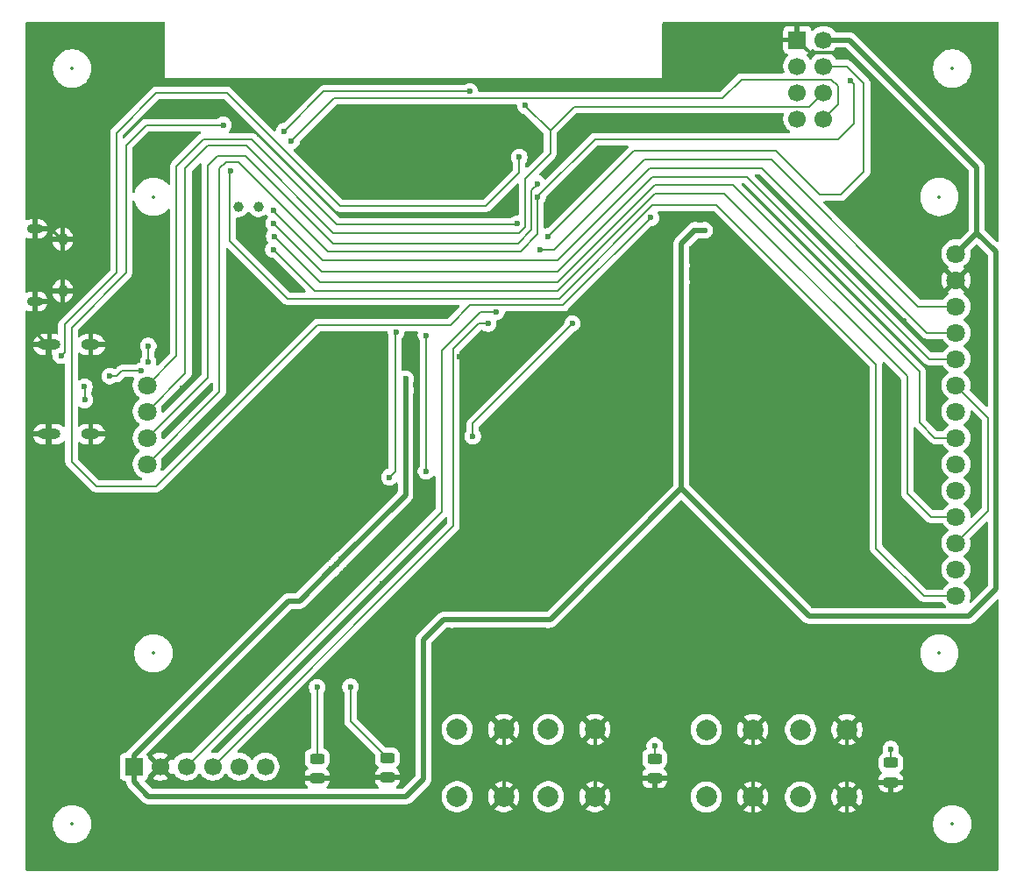
<source format=gbl>
%TF.GenerationSoftware,KiCad,Pcbnew,9.0.2*%
%TF.CreationDate,2025-12-02T18:06:08+01:00*%
%TF.ProjectId,stacja_pogody_modu__wew,73746163-6a61-45f7-906f-676f64795f6d,rev?*%
%TF.SameCoordinates,Original*%
%TF.FileFunction,Copper,L2,Bot*%
%TF.FilePolarity,Positive*%
%FSLAX46Y46*%
G04 Gerber Fmt 4.6, Leading zero omitted, Abs format (unit mm)*
G04 Created by KiCad (PCBNEW 9.0.2) date 2025-12-02 18:06:08*
%MOMM*%
%LPD*%
G01*
G04 APERTURE LIST*
G04 Aperture macros list*
%AMRoundRect*
0 Rectangle with rounded corners*
0 $1 Rounding radius*
0 $2 $3 $4 $5 $6 $7 $8 $9 X,Y pos of 4 corners*
0 Add a 4 corners polygon primitive as box body*
4,1,4,$2,$3,$4,$5,$6,$7,$8,$9,$2,$3,0*
0 Add four circle primitives for the rounded corners*
1,1,$1+$1,$2,$3*
1,1,$1+$1,$4,$5*
1,1,$1+$1,$6,$7*
1,1,$1+$1,$8,$9*
0 Add four rect primitives between the rounded corners*
20,1,$1+$1,$2,$3,$4,$5,0*
20,1,$1+$1,$4,$5,$6,$7,0*
20,1,$1+$1,$6,$7,$8,$9,0*
20,1,$1+$1,$8,$9,$2,$3,0*%
G04 Aperture macros list end*
%TA.AperFunction,ComponentPad*%
%ADD10C,1.800000*%
%TD*%
%TA.AperFunction,HeatsinkPad*%
%ADD11O,1.550000X0.890000*%
%TD*%
%TA.AperFunction,HeatsinkPad*%
%ADD12O,0.950000X1.250000*%
%TD*%
%TA.AperFunction,HeatsinkPad*%
%ADD13C,0.600000*%
%TD*%
%TA.AperFunction,ComponentPad*%
%ADD14C,1.000000*%
%TD*%
%TA.AperFunction,ComponentPad*%
%ADD15R,1.700000X1.700000*%
%TD*%
%TA.AperFunction,ComponentPad*%
%ADD16C,1.700000*%
%TD*%
%TA.AperFunction,ComponentPad*%
%ADD17C,2.000000*%
%TD*%
%TA.AperFunction,SMDPad,CuDef*%
%ADD18RoundRect,0.243750X0.456250X-0.243750X0.456250X0.243750X-0.456250X0.243750X-0.456250X-0.243750X0*%
%TD*%
%TA.AperFunction,HeatsinkPad*%
%ADD19O,1.800000X1.000000*%
%TD*%
%TA.AperFunction,HeatsinkPad*%
%ADD20O,2.200000X1.000000*%
%TD*%
%TA.AperFunction,ViaPad*%
%ADD21C,0.600000*%
%TD*%
%TA.AperFunction,Conductor*%
%ADD22C,0.200000*%
%TD*%
%TA.AperFunction,Conductor*%
%ADD23C,0.500000*%
%TD*%
%TA.AperFunction,Conductor*%
%ADD24C,0.300000*%
%TD*%
%ADD25C,0.300000*%
%ADD26C,0.350000*%
%ADD27O,1.150000X0.500000*%
%ADD28O,0.550000X0.850000*%
%ADD29C,0.200000*%
%ADD30O,1.400000X0.600000*%
%ADD31O,1.800000X0.600000*%
G04 APERTURE END LIST*
D10*
%TO.P,U4,18,SD_SCK*%
%TO.N,/LCD_SCK*%
X107265200Y-96216900D03*
%TO.P,U4,17,SD_MISO*%
%TO.N,/LCD_MISO*%
X107265200Y-93676900D03*
%TO.P,U4,16,SD_MOSI*%
%TO.N,/LCD_MOSI*%
X107265200Y-91136900D03*
%TO.P,U4,15,SD_CS*%
%TO.N,/SD_CS*%
X107265200Y-88596900D03*
%TO.P,U4,14,T_IRQ*%
%TO.N,/T_IRQ*%
X185363572Y-108916620D03*
%TO.P,U4,13,T_DOUT*%
%TO.N,/LCD_MISO*%
X185363572Y-106376620D03*
%TO.P,U4,12,T_DIN*%
%TO.N,/LCD_MOSI*%
X185363572Y-103836620D03*
%TO.P,U4,11,T_CS*%
%TO.N,/T_CS*%
X185363572Y-101296620D03*
%TO.P,U4,10,T_CLK*%
%TO.N,/LCD_SCK*%
X185363572Y-98756620D03*
%TO.P,U4,9,MISO*%
%TO.N,/LCD_MISO*%
X185363572Y-96216620D03*
%TO.P,U4,8,LED*%
%TO.N,/LCD_LED*%
X185363572Y-93676620D03*
%TO.P,U4,7,SCK*%
%TO.N,/LCD_SCK*%
X185363572Y-91136620D03*
%TO.P,U4,6,MOSI*%
%TO.N,/LCD_MOSI*%
X185363572Y-88596620D03*
%TO.P,U4,5,DC*%
%TO.N,/LCD_DC*%
X185363572Y-86056620D03*
%TO.P,U4,4,RST*%
%TO.N,/LCD_RST*%
X185363572Y-83516620D03*
%TO.P,U4,3,CS*%
%TO.N,/LCD_CS*%
X185363572Y-80976620D03*
%TO.P,U4,2,GND*%
%TO.N,GND*%
X185363572Y-78436620D03*
%TO.P,U4,1,VCC*%
%TO.N,+3.3V*%
X185363572Y-75896620D03*
%TD*%
D11*
%TO.P,J1,6,Shield*%
%TO.N,GND*%
X96400000Y-80500000D03*
D12*
X99100000Y-79500000D03*
X99100000Y-74500000D03*
D11*
X96400000Y-73500000D03*
%TD*%
D13*
%TO.P,U3,39,GND*%
%TO.N,GND*%
X130100000Y-67260000D03*
X130100000Y-68660000D03*
X130800000Y-66560000D03*
X130800000Y-67960000D03*
X130800000Y-69360000D03*
X131500000Y-67260000D03*
X131500000Y-68660000D03*
X132200000Y-66560000D03*
X132200000Y-67960000D03*
X132200000Y-69360000D03*
X132900000Y-67260000D03*
X132900000Y-68660000D03*
%TD*%
D14*
%TO.P,Y2,1,1*%
%TO.N,Net-(U3-IO32)*%
X116100000Y-71345000D03*
%TO.P,Y2,2,2*%
%TO.N,Net-(U3-IO33)*%
X118000000Y-71345000D03*
%TD*%
D15*
%TO.P,U6,1,GND*%
%TO.N,GND*%
X170039700Y-55233400D03*
D16*
%TO.P,U6,2,VCC*%
%TO.N,+3.3V*%
X172579700Y-55233400D03*
%TO.P,U6,3,CE*%
%TO.N,/NRF_CE*%
X170039700Y-57773400D03*
%TO.P,U6,4,~{CSN}*%
%TO.N,/NRF_CSN*%
X172579700Y-57773400D03*
%TO.P,U6,5,SCK*%
%TO.N,/LCD_SCK*%
X170039700Y-60313400D03*
%TO.P,U6,6,MOSI*%
%TO.N,/LCD_MOSI*%
X172579700Y-60313400D03*
%TO.P,U6,7,MISO*%
%TO.N,/LCD_MISO*%
X170039700Y-62853400D03*
%TO.P,U6,8,IRQ*%
%TO.N,/NRF_IRQ*%
X172579700Y-62853400D03*
%TD*%
D17*
%TO.P,EN,1,A*%
%TO.N,/ESP_ENABLE*%
X170350000Y-121875000D03*
X170350000Y-128375000D03*
%TO.P,EN,2,A*%
%TO.N,GND*%
X174850000Y-121875000D03*
X174850000Y-128375000D03*
%TD*%
D18*
%TO.P,D2,1,K*%
%TO.N,GND*%
X130454400Y-126489700D03*
%TO.P,D2,2,A*%
%TO.N,Net-(D2-A)*%
X130454400Y-124614700D03*
%TD*%
D17*
%TO.P,BOOT,1,A*%
%TO.N,/ESP_BOOT*%
X161250000Y-121875000D03*
X161250000Y-128375000D03*
%TO.P,BOOT,2,A*%
%TO.N,GND*%
X165750000Y-121875000D03*
X165750000Y-128375000D03*
%TD*%
%TO.P,SW1,1,A*%
%TO.N,GND*%
X141696000Y-128345000D03*
X141696000Y-121845000D03*
%TO.P,SW1,2,A*%
%TO.N,/Button_1*%
X137196000Y-128345000D03*
X137196000Y-121845000D03*
%TD*%
D15*
%TO.P,J3,1,Pin_1*%
%TO.N,+3.3V*%
X105968800Y-125450600D03*
D16*
%TO.P,J3,2,Pin_2*%
%TO.N,GND*%
X108508800Y-125450600D03*
%TO.P,J3,3,Pin_3*%
%TO.N,/CH340_TX*%
X111048800Y-125450600D03*
%TO.P,J3,4,Pin_4*%
%TO.N,/CH340_RX*%
X113588800Y-125450600D03*
%TO.P,J3,5,Pin_5*%
%TO.N,/CH340_RTS*%
X116128800Y-125450600D03*
%TO.P,J3,6,Pin_6*%
%TO.N,/CH340_DTR*%
X118668800Y-125450600D03*
%TD*%
D17*
%TO.P,SW2,1,A*%
%TO.N,GND*%
X150496000Y-128345000D03*
X150496000Y-121845000D03*
%TO.P,SW2,2,A*%
%TO.N,/Button_2*%
X145996000Y-128345000D03*
X145996000Y-121845000D03*
%TD*%
D18*
%TO.P,D3,1,K*%
%TO.N,GND*%
X156274400Y-126548800D03*
%TO.P,D3,2,A*%
%TO.N,Net-(D3-A)*%
X156274400Y-124673800D03*
%TD*%
%TO.P,D4,1,K*%
%TO.N,GND*%
X179074400Y-126948800D03*
%TO.P,D4,2,A*%
%TO.N,Net-(D4-A)*%
X179074400Y-125073800D03*
%TD*%
%TO.P,D1,1,K*%
%TO.N,GND*%
X123672600Y-126542800D03*
%TO.P,D1,2,A*%
%TO.N,Net-(D1-A)*%
X123672600Y-124667800D03*
%TD*%
D19*
%TO.P,J2,S1,SHIELD*%
%TO.N,GND*%
X101805000Y-84680000D03*
D20*
X97825000Y-84680000D03*
D19*
X101805000Y-93320000D03*
D20*
X97825000Y-93320000D03*
%TD*%
D21*
%TO.N,+3.3V*%
X161112200Y-73634600D03*
X136702800Y-111252000D03*
X160175000Y-73625000D03*
X125984700Y-105434700D03*
X158850000Y-78650000D03*
X132207000Y-89052400D03*
X125072200Y-106347200D03*
X145973800Y-111252000D03*
X125547200Y-105872200D03*
X132207000Y-87975000D03*
X158851600Y-77038200D03*
%TO.N,GND*%
X183250000Y-99000000D03*
X151950000Y-63225000D03*
X119225000Y-106650000D03*
X139325000Y-89050000D03*
X147600000Y-87400000D03*
X119750000Y-104900000D03*
X156325000Y-94500000D03*
X132725000Y-81375000D03*
X146050000Y-90400000D03*
X115400000Y-77825000D03*
X122200000Y-101100000D03*
X151900000Y-66200000D03*
X169425000Y-102850000D03*
X112500000Y-100925000D03*
X175775000Y-71875000D03*
X119125000Y-90450000D03*
X119300000Y-101075000D03*
X101325000Y-104575000D03*
X160000000Y-55000000D03*
X180325000Y-82350000D03*
X132150000Y-85450000D03*
X169525000Y-89850000D03*
X156825000Y-113900000D03*
X106775000Y-100925000D03*
X148675000Y-99375000D03*
X117200000Y-80875000D03*
X130900000Y-119800000D03*
X101125000Y-109975000D03*
X117175000Y-73725000D03*
X120975000Y-101125000D03*
X112775000Y-106875000D03*
X118350000Y-132850000D03*
X117650000Y-103675000D03*
X135525000Y-68800000D03*
X146700000Y-82050000D03*
X113350000Y-88850000D03*
X120850000Y-103900000D03*
X117700000Y-102225000D03*
X119925000Y-99300000D03*
X128175000Y-90400000D03*
X102775000Y-73375000D03*
X164025000Y-109300000D03*
X129975000Y-112475000D03*
X120900000Y-106650000D03*
X110650000Y-88850000D03*
X182475000Y-94725000D03*
X107725000Y-65500000D03*
X169550000Y-94375000D03*
X142100000Y-105675000D03*
X155025000Y-87150000D03*
X117700000Y-106650000D03*
X117700000Y-101075000D03*
X108900000Y-132975000D03*
X174825000Y-107100000D03*
X124050000Y-81525000D03*
X183075000Y-90250000D03*
X130150000Y-85450000D03*
X170600000Y-114625000D03*
X122200000Y-106650000D03*
X183100000Y-102800000D03*
X116150000Y-110425000D03*
X103500000Y-82150000D03*
X179300000Y-102700000D03*
X107725000Y-74225000D03*
X122200000Y-105250000D03*
X157075000Y-79075000D03*
X109200000Y-104000000D03*
X188100000Y-104925000D03*
X118725000Y-103900000D03*
X129525000Y-95975000D03*
X122200000Y-102200000D03*
X174625000Y-94425000D03*
X163075000Y-94250000D03*
X112000000Y-76200000D03*
X108900000Y-61350000D03*
X117650000Y-105250000D03*
X130800000Y-132850000D03*
X142075000Y-99475000D03*
X135525000Y-62850000D03*
X152925000Y-82525000D03*
X156775000Y-106325000D03*
X179275000Y-89375000D03*
X100925000Y-118625000D03*
X129500000Y-93675000D03*
X130000000Y-103975000D03*
X165100000Y-55000000D03*
X119900000Y-95475000D03*
X137450000Y-85800000D03*
X140450000Y-92750000D03*
X106975000Y-110075000D03*
X119800000Y-102800000D03*
X129950000Y-107800000D03*
X129100000Y-62850000D03*
X148550000Y-105750000D03*
X169525000Y-85075000D03*
X187600000Y-99500000D03*
X146550000Y-71500000D03*
X126250000Y-123250000D03*
X165225000Y-63225000D03*
X139850000Y-61700000D03*
X122175000Y-103800000D03*
X124575000Y-90425000D03*
X107750000Y-79500000D03*
%TO.N,Net-(D1-A)*%
X123672600Y-117775000D03*
%TO.N,Net-(D2-A)*%
X126898400Y-117729000D03*
%TO.N,Net-(D3-A)*%
X156286200Y-123425000D03*
%TO.N,Net-(D4-A)*%
X179070000Y-123750000D03*
%TO.N,/CH340_RTS*%
X138709400Y-93522800D03*
X148329900Y-82620100D03*
%TO.N,/CH340_TX*%
X140975000Y-81525000D03*
%TO.N,/CH340_RX*%
X140185050Y-82639950D03*
%TO.N,/ESP_ENABLE*%
X114600000Y-63450000D03*
X155907400Y-72417600D03*
%TO.N,/LED1*%
X130633700Y-97483700D03*
X131300000Y-83475000D03*
%TO.N,/LED2*%
X143200000Y-66575000D03*
X98933000Y-85750000D03*
%TO.N,/Button_1*%
X120481000Y-64050000D03*
X138425000Y-60225000D03*
%TO.N,/Button_2*%
X134188200Y-96900000D03*
X134188200Y-83769200D03*
%TO.N,/NRF_IRQ*%
X121191000Y-64991000D03*
%TO.N,/LCD_SCK*%
X144975000Y-70400000D03*
X175150000Y-59150000D03*
%TO.N,/LCD_MOSI*%
X143762500Y-61575000D03*
%TO.N,/NRF_CSN*%
X145950000Y-74210000D03*
%TO.N,/LCD_MISO*%
X144975000Y-69125000D03*
%TO.N,/LCD_DC*%
X119482800Y-72950000D03*
%TO.N,/T_CS*%
X119442400Y-75475000D03*
%TO.N,/LCD_LED*%
X119513600Y-74200000D03*
%TO.N,/T_IRQ*%
X115275000Y-67875000D03*
%TO.N,/SD_CS*%
X143019301Y-72969301D03*
%TO.N,/LCD_RST*%
X119450000Y-71670000D03*
%TO.N,/LCD_CS*%
X145194200Y-75475000D03*
%TO.N,/USB_D-*%
X107362200Y-84800000D03*
X107350000Y-86328600D03*
%TO.N,/USB_D+*%
X101200000Y-88750000D03*
X101225000Y-90025000D03*
%TO.N,Net-(J2-CC1)*%
X106650000Y-87223600D03*
X103632000Y-87706200D03*
%TD*%
D22*
%TO.N,/ESP_ENABLE*%
X114575000Y-63475000D02*
X114600000Y-63450000D01*
X107162200Y-63475000D02*
X114575000Y-63475000D01*
X105225000Y-65412200D02*
X107162200Y-63475000D01*
X105225000Y-77731200D02*
X105225000Y-65412200D01*
X99950000Y-83006200D02*
X105225000Y-77731200D01*
X99950000Y-95962200D02*
X99950000Y-83006200D01*
X123698000Y-82778600D02*
X108127800Y-98348800D01*
X138425000Y-80875000D02*
X136521400Y-82778600D01*
X108127800Y-98348800D02*
X102336600Y-98348800D01*
X102336600Y-98348800D02*
X99950000Y-95962200D01*
X147425000Y-80875000D02*
X138425000Y-80875000D01*
X136521400Y-82778600D02*
X123698000Y-82778600D01*
X155875000Y-72425000D02*
X147425000Y-80875000D01*
X155875000Y-72400000D02*
X155875000Y-72425000D01*
%TO.N,/LED2*%
X143200000Y-68025000D02*
X143200000Y-66575000D01*
X139975000Y-71250000D02*
X143200000Y-68025000D01*
X114962189Y-60350000D02*
X125862189Y-71250000D01*
X104275000Y-64225000D02*
X108150000Y-60350000D01*
X104275000Y-77741400D02*
X104275000Y-64225000D01*
X99275000Y-82741400D02*
X104275000Y-77741400D01*
X99275000Y-85408000D02*
X99275000Y-82741400D01*
X108150000Y-60350000D02*
X114962189Y-60350000D01*
X125862189Y-71250000D02*
X139975000Y-71250000D01*
X98933000Y-85750000D02*
X99275000Y-85408000D01*
D23*
%TO.N,+3.3V*%
X189204600Y-108305600D02*
X186613800Y-110896400D01*
X125984700Y-105434700D02*
X125547200Y-105872200D01*
X158850000Y-77039800D02*
X158851600Y-77038200D01*
X185363572Y-75896620D02*
X187375800Y-73884392D01*
X171170600Y-110896400D02*
X158851600Y-98577400D01*
X105968800Y-124356200D02*
X105968800Y-125450600D01*
X160175000Y-73625000D02*
X161102600Y-73625000D01*
X125547200Y-105872200D02*
X125072200Y-106347200D01*
X136702800Y-111252000D02*
X135864600Y-111252000D01*
X158851600Y-78651600D02*
X158851600Y-98577400D01*
X187375800Y-67513200D02*
X175094900Y-55232300D01*
X133934200Y-113182400D02*
X133934200Y-126644400D01*
X132207000Y-99212400D02*
X125984700Y-105434700D01*
D24*
X161102600Y-73625000D02*
X161112200Y-73634600D01*
D23*
X175094900Y-55232300D02*
X175093800Y-55233400D01*
X132207000Y-87975000D02*
X132207000Y-89052400D01*
X105968800Y-126893800D02*
X105968800Y-125450600D01*
X125072200Y-106347200D02*
X121969400Y-109450000D01*
X120875000Y-109450000D02*
X105968800Y-124356200D01*
X175093800Y-55233400D02*
X172579700Y-55233400D01*
X135864600Y-111252000D02*
X133934200Y-113182400D01*
X107395800Y-128320800D02*
X105968800Y-126893800D01*
X146177000Y-111252000D02*
X136702800Y-111252000D01*
X160100000Y-73650000D02*
X158851600Y-74898400D01*
X158851600Y-98577400D02*
X146177000Y-111252000D01*
X158850000Y-78650000D02*
X158850000Y-77039800D01*
X187375800Y-73884392D02*
X187375800Y-67513200D01*
X121969400Y-109450000D02*
X120875000Y-109450000D01*
X132207000Y-89052400D02*
X132207000Y-99212400D01*
X187375800Y-73884392D02*
X189204600Y-75713192D01*
D24*
X160150000Y-73650000D02*
X160100000Y-73650000D01*
D23*
X158851600Y-74898400D02*
X158851600Y-77038200D01*
X186613800Y-110896400D02*
X171170600Y-110896400D01*
D24*
X160175000Y-73625000D02*
X160150000Y-73650000D01*
D23*
X132257800Y-128320800D02*
X107395800Y-128320800D01*
X133934200Y-126644400D02*
X132257800Y-128320800D01*
D24*
X158850000Y-78650000D02*
X158851600Y-78651600D01*
D23*
X189204600Y-75713192D02*
X189204600Y-108305600D01*
D24*
%TO.N,GND*%
X148056400Y-130784600D02*
X154406600Y-130784600D01*
X141696000Y-128345000D02*
X141696000Y-121845000D01*
X154406600Y-130784600D02*
X154432000Y-130784600D01*
X174914600Y-56489600D02*
X171295900Y-56489600D01*
X165775200Y-128294200D02*
X165775200Y-121794200D01*
X139141200Y-130784600D02*
X139256400Y-130784600D01*
X96400000Y-80500000D02*
X96400000Y-83455000D01*
X130401300Y-126542800D02*
X130454400Y-126489700D01*
X99100000Y-74500000D02*
X98985600Y-74500000D01*
X97625000Y-120900000D02*
X107509600Y-130784600D01*
X96400000Y-83455000D02*
X97625000Y-84680000D01*
X107509600Y-130784600D02*
X139547600Y-130784600D01*
X137450000Y-85800000D02*
X137844912Y-86194912D01*
X148183500Y-130657500D02*
X150496000Y-128345000D01*
X178943000Y-60518000D02*
X174914600Y-56489600D01*
X179074400Y-129764200D02*
X178054000Y-130784600D01*
X174843000Y-128294200D02*
X174843000Y-121794200D01*
X148056400Y-130784600D02*
X148183500Y-130657500D01*
X139547600Y-130784600D02*
X148056400Y-130784600D01*
X165775200Y-130363400D02*
X165775200Y-128294200D01*
X165354000Y-130784600D02*
X165775200Y-130363400D01*
X178054000Y-130784600D02*
X173964600Y-130784600D01*
X122580400Y-126568200D02*
X123647200Y-126568200D01*
X97625000Y-84680000D02*
X97625000Y-93320000D01*
X123647200Y-126568200D02*
X123672600Y-126542800D01*
X97985600Y-73500000D02*
X96400000Y-73500000D01*
X173964600Y-130784600D02*
X174843000Y-129906200D01*
X139547600Y-130784600D02*
X139141200Y-130784600D01*
X150496000Y-128345000D02*
X150496000Y-121845000D01*
X121818400Y-127330200D02*
X122580400Y-126568200D01*
X154432000Y-130784600D02*
X156274400Y-128942200D01*
X97625000Y-93320000D02*
X97625000Y-120900000D01*
X179074400Y-126948800D02*
X179074400Y-129764200D01*
X137844912Y-87569912D02*
X139325000Y-89050000D01*
X165201600Y-130784600D02*
X165354000Y-130784600D01*
X98985600Y-74500000D02*
X97985600Y-73500000D01*
X123672600Y-126542800D02*
X130401300Y-126542800D01*
X165201600Y-130784600D02*
X173964600Y-130784600D01*
X171295900Y-56489600D02*
X170039700Y-55233400D01*
X174843000Y-129906200D02*
X174843000Y-128294200D01*
X96400000Y-73500000D02*
X96400000Y-80500000D01*
X99100000Y-79500000D02*
X99100000Y-74500000D01*
X154406600Y-130784600D02*
X165201600Y-130784600D01*
X156274400Y-128942200D02*
X156274400Y-126548800D01*
X108508800Y-125450600D02*
X110388400Y-127330200D01*
X178943000Y-72016048D02*
X178943000Y-60518000D01*
X185363572Y-78436620D02*
X178943000Y-72016048D01*
X139256400Y-130784600D02*
X141696000Y-128345000D01*
X137844912Y-86194912D02*
X137844912Y-87569912D01*
X110388400Y-127330200D02*
X121818400Y-127330200D01*
D22*
%TO.N,Net-(D1-A)*%
X123672600Y-117779800D02*
X123672600Y-124667800D01*
%TO.N,Net-(D2-A)*%
X126898400Y-121058700D02*
X130454400Y-124614700D01*
X126898400Y-117729000D02*
X126898400Y-121058700D01*
%TO.N,Net-(D3-A)*%
X156286200Y-123342400D02*
X156286200Y-123425000D01*
X156286200Y-124662000D02*
X156274400Y-124673800D01*
X156286200Y-123425000D02*
X156286200Y-124662000D01*
%TO.N,Net-(D4-A)*%
X179070000Y-125069400D02*
X179074400Y-125073800D01*
X179070000Y-123750000D02*
X179070000Y-125069400D01*
X179070000Y-123698000D02*
X179070000Y-123750000D01*
%TO.N,/CH340_RTS*%
X138709400Y-93522800D02*
X138709400Y-92303600D01*
X138709400Y-92303600D02*
X148361400Y-82651600D01*
%TO.N,/CH340_TX*%
X139075000Y-81875000D02*
X135686800Y-85263200D01*
X135686800Y-100812600D02*
X111048800Y-125450600D01*
X135686800Y-85263200D02*
X135686800Y-100812600D01*
X139425000Y-81525000D02*
X139075000Y-81875000D01*
X140975000Y-81525000D02*
X139425000Y-81525000D01*
%TO.N,/CH340_RX*%
X136850000Y-85050000D02*
X136850000Y-102189400D01*
X136850000Y-102189400D02*
X113588800Y-125450600D01*
X139262500Y-82637500D02*
X136850000Y-85050000D01*
X140182600Y-82637500D02*
X139262500Y-82637500D01*
%TO.N,/LED1*%
X131191000Y-83584000D02*
X131300000Y-83475000D01*
X131191000Y-96926400D02*
X131191000Y-83584000D01*
X131191000Y-96926400D02*
X130633700Y-97483700D01*
%TO.N,/LED2*%
X98933000Y-85775800D02*
X98933000Y-85750000D01*
%TO.N,/Button_1*%
X138425000Y-60225000D02*
X138423400Y-60223400D01*
X138423400Y-60223400D02*
X124307600Y-60223400D01*
X124307600Y-60223400D02*
X120481000Y-64050000D01*
%TO.N,/Button_2*%
X134188200Y-83769200D02*
X134188200Y-96900000D01*
%TO.N,/NRF_IRQ*%
X174000000Y-59700000D02*
X174000000Y-61433100D01*
X121191000Y-64991000D02*
X125298200Y-60883800D01*
X162800000Y-60883800D02*
X164633800Y-59050000D01*
X173350000Y-59050000D02*
X174000000Y-59700000D01*
X174000000Y-61433100D02*
X172579700Y-62853400D01*
X164633800Y-59050000D02*
X173350000Y-59050000D01*
X125298200Y-60883800D02*
X162800000Y-60883800D01*
%TO.N,/LCD_SCK*%
X145025000Y-70300000D02*
X144975000Y-70350000D01*
X107265200Y-96216900D02*
X114250000Y-89232100D01*
X150498800Y-64826200D02*
X145025000Y-70300000D01*
X143325000Y-75675000D02*
X144975000Y-74025000D01*
X144975000Y-74025000D02*
X144975000Y-70400000D01*
X114250000Y-89232100D02*
X114250000Y-67625000D01*
X144975000Y-70350000D02*
X144975000Y-70400000D01*
X173973800Y-64826200D02*
X150498800Y-64826200D01*
X175150000Y-59150000D02*
X175475000Y-59475000D01*
X114850000Y-67025000D02*
X116097800Y-67025000D01*
X114250000Y-67625000D02*
X114850000Y-67025000D01*
X124747800Y-75675000D02*
X143325000Y-75675000D01*
X116097800Y-67025000D02*
X124747800Y-75675000D01*
X175475000Y-63325000D02*
X173973800Y-64826200D01*
X175475000Y-59475000D02*
X175475000Y-63325000D01*
%TO.N,/LCD_MOSI*%
X143762500Y-61562500D02*
X143762500Y-61575000D01*
X110950000Y-67675000D02*
X110950000Y-87452100D01*
X143161400Y-73888600D02*
X125238600Y-73888600D01*
X171190700Y-61702400D02*
X148497600Y-61702400D01*
X188493400Y-91726448D02*
X185363572Y-88596620D01*
X188493400Y-100706792D02*
X188493400Y-91726448D01*
X143762500Y-61575000D02*
X143762500Y-61612500D01*
X143775000Y-68625000D02*
X146175000Y-66225000D01*
X110950000Y-87452100D02*
X107265200Y-91136900D01*
X125238600Y-73888600D02*
X116825000Y-65475000D01*
X143762500Y-61612500D02*
X146175000Y-64025000D01*
X172579700Y-60313400D02*
X171190700Y-61702400D01*
X143775000Y-73275000D02*
X143161400Y-73888600D01*
X143775000Y-68625000D02*
X143775000Y-73275000D01*
X185363572Y-103836620D02*
X188493400Y-100706792D01*
X146175000Y-66225000D02*
X146175000Y-64025000D01*
X113150000Y-65475000D02*
X110950000Y-67675000D01*
X116825000Y-65475000D02*
X113150000Y-65475000D01*
X148497600Y-61702400D02*
X146175000Y-64025000D01*
%TO.N,/NRF_CSN*%
X174218600Y-70205600D02*
X176479200Y-67945000D01*
X176479200Y-67945000D02*
X176479200Y-59429200D01*
X174823400Y-57773400D02*
X172579700Y-57773400D01*
X176479200Y-59429200D02*
X174823400Y-57773400D01*
X167956000Y-65975000D02*
X172186600Y-70205600D01*
X154225000Y-65975000D02*
X167956000Y-65975000D01*
X145975000Y-74225000D02*
X154225000Y-65975000D01*
X172186600Y-70205600D02*
X174218600Y-70205600D01*
%TO.N,/LCD_MISO*%
X144375000Y-73600000D02*
X143100000Y-74875000D01*
X145000000Y-69125000D02*
X144375000Y-69750000D01*
X113100000Y-67350000D02*
X113100000Y-87842100D01*
X143100000Y-74875000D02*
X125192400Y-74875000D01*
X144375000Y-69750000D02*
X144375000Y-73600000D01*
X116738400Y-66421000D02*
X114029000Y-66421000D01*
X125192400Y-74875000D02*
X116738400Y-66421000D01*
X114029000Y-66421000D02*
X113100000Y-67350000D01*
X145000000Y-69125000D02*
X144833800Y-69291200D01*
X113100000Y-87842100D02*
X107265200Y-93676900D01*
%TO.N,/LCD_DC*%
X165146380Y-68450000D02*
X182753000Y-86056620D01*
X182753000Y-86056620D02*
X185363572Y-86056620D01*
X146875000Y-77600000D02*
X156025000Y-68450000D01*
X119482800Y-72950000D02*
X124132800Y-77600000D01*
X156025000Y-68450000D02*
X165146380Y-68450000D01*
X124132800Y-77600000D02*
X146875000Y-77600000D01*
%TO.N,/T_CS*%
X123415400Y-79448000D02*
X119442400Y-75475000D01*
X163017200Y-70078600D02*
X156279300Y-70078600D01*
X146909900Y-79448000D02*
X123415400Y-79448000D01*
X182930800Y-101296620D02*
X180670200Y-99036020D01*
X180670200Y-99036020D02*
X180670200Y-87731600D01*
X156279300Y-70078600D02*
X146909900Y-79448000D01*
X180670200Y-87731600D02*
X163017200Y-70078600D01*
X185363572Y-101296620D02*
X182930800Y-101296620D01*
%TO.N,/LCD_LED*%
X123938600Y-78625000D02*
X146925000Y-78625000D01*
X156325000Y-69225000D02*
X163814600Y-69225000D01*
X183337200Y-93676620D02*
X185363572Y-93676620D01*
X146925000Y-78625000D02*
X156325000Y-69225000D01*
X181838600Y-87249000D02*
X181838600Y-92178020D01*
X163814600Y-69225000D02*
X181838600Y-87249000D01*
X181838600Y-92178020D02*
X183337200Y-93676620D01*
X119513600Y-74200000D02*
X123938600Y-78625000D01*
%TO.N,/T_IRQ*%
X115250000Y-74686200D02*
X120788800Y-80225000D01*
X147025000Y-80225000D02*
X156079200Y-71170800D01*
X162255200Y-71170800D02*
X177660300Y-86575900D01*
X115250000Y-67900000D02*
X115250000Y-74686200D01*
X115275000Y-67875000D02*
X115250000Y-67900000D01*
X177660300Y-104355900D02*
X182245000Y-108940600D01*
X120788800Y-80225000D02*
X147025000Y-80225000D01*
X177660300Y-86575900D02*
X177660300Y-104355900D01*
X185339592Y-108940600D02*
X185363572Y-108916620D01*
X182245000Y-108940600D02*
X185339592Y-108940600D01*
X156079200Y-71170800D02*
X162255200Y-71170800D01*
%TO.N,/SD_CS*%
X112675000Y-64850000D02*
X117375000Y-64850000D01*
X142938202Y-73050400D02*
X143019301Y-72969301D01*
X125575400Y-73050400D02*
X142938202Y-73050400D01*
X117375000Y-64850000D02*
X125575400Y-73050400D01*
X110100000Y-85762100D02*
X110100000Y-67425000D01*
X110100000Y-67425000D02*
X112675000Y-64850000D01*
X107265200Y-88596900D02*
X110100000Y-85762100D01*
%TO.N,/LCD_RST*%
X124226200Y-76525000D02*
X146875000Y-76525000D01*
X166658580Y-67600000D02*
X182575200Y-83516620D01*
X182575200Y-83516620D02*
X185363572Y-83516620D01*
X119401200Y-71700000D02*
X124226200Y-76525000D01*
X146875000Y-76525000D02*
X155800000Y-67600000D01*
X155800000Y-67600000D02*
X166658580Y-67600000D01*
%TO.N,/LCD_CS*%
X145194200Y-75475000D02*
X146550000Y-75475000D01*
X155250000Y-66775000D02*
X167511400Y-66775000D01*
X181713020Y-80976620D02*
X185363572Y-80976620D01*
X146550000Y-75475000D02*
X155250000Y-66775000D01*
X145189200Y-75480000D02*
X145225000Y-75515800D01*
X167511400Y-66775000D02*
X181713020Y-80976620D01*
X145189200Y-75480000D02*
X145194200Y-75475000D01*
%TO.N,/USB_D-*%
X107365800Y-85115400D02*
X107365800Y-86178600D01*
%TO.N,/USB_D+*%
X101225000Y-89750000D02*
X101225000Y-90025000D01*
X101225000Y-88775000D02*
X101200000Y-88750000D01*
X101225000Y-90025000D02*
X101225000Y-88775000D01*
%TO.N,Net-(J2-CC1)*%
X104825800Y-87223600D02*
X104343200Y-87706200D01*
X106689200Y-87223600D02*
X106650000Y-87223600D01*
X104343200Y-87706200D02*
X103632000Y-87706200D01*
X106650000Y-87223600D02*
X104825800Y-87223600D01*
X106700000Y-87234400D02*
X106689200Y-87223600D01*
%TD*%
%TA.AperFunction,Conductor*%
%TO.N,GND*%
G36*
X108943039Y-53520185D02*
G01*
X108988794Y-53572989D01*
X109000000Y-53624500D01*
X109000000Y-58940000D01*
X157000000Y-58940000D01*
X157000000Y-53624500D01*
X157019685Y-53557461D01*
X157072489Y-53511706D01*
X157124000Y-53500500D01*
X189375500Y-53500500D01*
X189442539Y-53520185D01*
X189488294Y-53572989D01*
X189499500Y-53624500D01*
X189499500Y-74647362D01*
X189479815Y-74714401D01*
X189427011Y-74760156D01*
X189357853Y-74770100D01*
X189294297Y-74741075D01*
X189287819Y-74735043D01*
X188162619Y-73609843D01*
X188129134Y-73548520D01*
X188126300Y-73522162D01*
X188126300Y-67439279D01*
X188097459Y-67294292D01*
X188097458Y-67294291D01*
X188097458Y-67294287D01*
X188066908Y-67220533D01*
X188040887Y-67157711D01*
X188040880Y-67157698D01*
X187958752Y-67034785D01*
X187958751Y-67034784D01*
X187854216Y-66930249D01*
X183389185Y-62465218D01*
X178886302Y-57962334D01*
X178802679Y-57878711D01*
X183149500Y-57878711D01*
X183149500Y-58121288D01*
X183181161Y-58361785D01*
X183243947Y-58596104D01*
X183316320Y-58770827D01*
X183336776Y-58820212D01*
X183458064Y-59030289D01*
X183458066Y-59030292D01*
X183458067Y-59030293D01*
X183605733Y-59222736D01*
X183605739Y-59222743D01*
X183777256Y-59394260D01*
X183777262Y-59394265D01*
X183969711Y-59541936D01*
X184179788Y-59663224D01*
X184403900Y-59756054D01*
X184638211Y-59818838D01*
X184818586Y-59842584D01*
X184878711Y-59850500D01*
X184878712Y-59850500D01*
X185121289Y-59850500D01*
X185169388Y-59844167D01*
X185361789Y-59818838D01*
X185596100Y-59756054D01*
X185820212Y-59663224D01*
X186030289Y-59541936D01*
X186222738Y-59394265D01*
X186394265Y-59222738D01*
X186541936Y-59030289D01*
X186663224Y-58820212D01*
X186756054Y-58596100D01*
X186818838Y-58361789D01*
X186850500Y-58121288D01*
X186850500Y-57878712D01*
X186818838Y-57638211D01*
X186756054Y-57403900D01*
X186663224Y-57179788D01*
X186541936Y-56969711D01*
X186394265Y-56777262D01*
X186394260Y-56777256D01*
X186222743Y-56605739D01*
X186222736Y-56605733D01*
X186030293Y-56458067D01*
X186030292Y-56458066D01*
X186030289Y-56458064D01*
X185820212Y-56336776D01*
X185820205Y-56336773D01*
X185596104Y-56243947D01*
X185361785Y-56181161D01*
X185121289Y-56149500D01*
X185121288Y-56149500D01*
X184878712Y-56149500D01*
X184878711Y-56149500D01*
X184638214Y-56181161D01*
X184403895Y-56243947D01*
X184179794Y-56336773D01*
X184179785Y-56336777D01*
X183969706Y-56458067D01*
X183777263Y-56605733D01*
X183777256Y-56605739D01*
X183605739Y-56777256D01*
X183605733Y-56777263D01*
X183458067Y-56969706D01*
X183336777Y-57179785D01*
X183336773Y-57179794D01*
X183243947Y-57403895D01*
X183181161Y-57638214D01*
X183149500Y-57878711D01*
X178802679Y-57878711D01*
X175573321Y-54649352D01*
X175573318Y-54649349D01*
X175492902Y-54595618D01*
X175450395Y-54567216D01*
X175313813Y-54510641D01*
X175313805Y-54510639D01*
X175168822Y-54481800D01*
X175168818Y-54481800D01*
X175020983Y-54481800D01*
X175020981Y-54481800D01*
X175015873Y-54482303D01*
X175003721Y-54482900D01*
X173766921Y-54482900D01*
X173699882Y-54463215D01*
X173666603Y-54431785D01*
X173609807Y-54353611D01*
X173459486Y-54203290D01*
X173287520Y-54078351D01*
X173098114Y-53981844D01*
X173098113Y-53981843D01*
X173098112Y-53981843D01*
X172895943Y-53916154D01*
X172895941Y-53916153D01*
X172895940Y-53916153D01*
X172734657Y-53890608D01*
X172685987Y-53882900D01*
X172473413Y-53882900D01*
X172424742Y-53890608D01*
X172263460Y-53916153D01*
X172061285Y-53981844D01*
X171871879Y-54078351D01*
X171699915Y-54203289D01*
X171585985Y-54317219D01*
X171524662Y-54350703D01*
X171454970Y-54345719D01*
X171399037Y-54303847D01*
X171382122Y-54272870D01*
X171333054Y-54141313D01*
X171333050Y-54141306D01*
X171246890Y-54026212D01*
X171246887Y-54026209D01*
X171131793Y-53940049D01*
X171131786Y-53940045D01*
X170997079Y-53889803D01*
X170997072Y-53889801D01*
X170937544Y-53883400D01*
X170289700Y-53883400D01*
X170289700Y-54800388D01*
X170232693Y-54767475D01*
X170105526Y-54733400D01*
X169973874Y-54733400D01*
X169846707Y-54767475D01*
X169789700Y-54800388D01*
X169789700Y-53883400D01*
X169141855Y-53883400D01*
X169082327Y-53889801D01*
X169082320Y-53889803D01*
X168947613Y-53940045D01*
X168947606Y-53940049D01*
X168832512Y-54026209D01*
X168832509Y-54026212D01*
X168746349Y-54141306D01*
X168746345Y-54141313D01*
X168696103Y-54276020D01*
X168696101Y-54276027D01*
X168689700Y-54335555D01*
X168689700Y-54983400D01*
X169606688Y-54983400D01*
X169573775Y-55040407D01*
X169539700Y-55167574D01*
X169539700Y-55299226D01*
X169573775Y-55426393D01*
X169606688Y-55483400D01*
X168689700Y-55483400D01*
X168689700Y-56131244D01*
X168696101Y-56190772D01*
X168696103Y-56190779D01*
X168746345Y-56325486D01*
X168746349Y-56325493D01*
X168832509Y-56440587D01*
X168832512Y-56440590D01*
X168947606Y-56526750D01*
X168947613Y-56526754D01*
X169079170Y-56575822D01*
X169135104Y-56617693D01*
X169159521Y-56683158D01*
X169144669Y-56751431D01*
X169123519Y-56779685D01*
X169009589Y-56893615D01*
X168884651Y-57065579D01*
X168788144Y-57254985D01*
X168722453Y-57457160D01*
X168689200Y-57667113D01*
X168689200Y-57879686D01*
X168722453Y-58089639D01*
X168786639Y-58287182D01*
X168788634Y-58357023D01*
X168752554Y-58416856D01*
X168689853Y-58447684D01*
X168668708Y-58449500D01*
X164720469Y-58449500D01*
X164720453Y-58449499D01*
X164712857Y-58449499D01*
X164554743Y-58449499D01*
X164447387Y-58478265D01*
X164402010Y-58490424D01*
X164402009Y-58490425D01*
X164351896Y-58519359D01*
X164351895Y-58519360D01*
X164336565Y-58528211D01*
X164265085Y-58569479D01*
X164265082Y-58569481D01*
X164153278Y-58681286D01*
X162587584Y-60246981D01*
X162526261Y-60280466D01*
X162499903Y-60283300D01*
X139349500Y-60283300D01*
X139282461Y-60263615D01*
X139236706Y-60210811D01*
X139225500Y-60159300D01*
X139225500Y-60146155D01*
X139225499Y-60146153D01*
X139195862Y-59997160D01*
X139194737Y-59991503D01*
X139157804Y-59902338D01*
X139134397Y-59845827D01*
X139134390Y-59845814D01*
X139046789Y-59714711D01*
X139046786Y-59714707D01*
X138935292Y-59603213D01*
X138935288Y-59603210D01*
X138804185Y-59515609D01*
X138804172Y-59515602D01*
X138658501Y-59455264D01*
X138658489Y-59455261D01*
X138503845Y-59424500D01*
X138503842Y-59424500D01*
X138346158Y-59424500D01*
X138346155Y-59424500D01*
X138191510Y-59455261D01*
X138191498Y-59455264D01*
X138045827Y-59515602D01*
X138045814Y-59515609D01*
X137916520Y-59602002D01*
X137849843Y-59622880D01*
X137847629Y-59622900D01*
X124394270Y-59622900D01*
X124394254Y-59622899D01*
X124386658Y-59622899D01*
X124228543Y-59622899D01*
X124152179Y-59643361D01*
X124075814Y-59663823D01*
X124075809Y-59663826D01*
X123938890Y-59742875D01*
X123938882Y-59742881D01*
X120466339Y-63215425D01*
X120405016Y-63248910D01*
X120402850Y-63249361D01*
X120247508Y-63280261D01*
X120247498Y-63280264D01*
X120101827Y-63340602D01*
X120101814Y-63340609D01*
X119970711Y-63428210D01*
X119970707Y-63428213D01*
X119859213Y-63539707D01*
X119859210Y-63539711D01*
X119771609Y-63670814D01*
X119771602Y-63670827D01*
X119711264Y-63816498D01*
X119711261Y-63816508D01*
X119684625Y-63950414D01*
X119652240Y-64012325D01*
X119591524Y-64046899D01*
X119521754Y-64043158D01*
X119475327Y-64013903D01*
X115449779Y-59988355D01*
X115449777Y-59988352D01*
X115330906Y-59869481D01*
X115330905Y-59869480D01*
X115228455Y-59810331D01*
X115228454Y-59810330D01*
X115193972Y-59790422D01*
X115124432Y-59771789D01*
X115041246Y-59749499D01*
X114883132Y-59749499D01*
X114875536Y-59749499D01*
X114875520Y-59749500D01*
X108236670Y-59749500D01*
X108236654Y-59749499D01*
X108229058Y-59749499D01*
X108070943Y-59749499D01*
X107994579Y-59769961D01*
X107918214Y-59790423D01*
X107918209Y-59790426D01*
X107781290Y-59869475D01*
X107781282Y-59869481D01*
X103794481Y-63856282D01*
X103794479Y-63856285D01*
X103744361Y-63943094D01*
X103744359Y-63943096D01*
X103715425Y-63993209D01*
X103715424Y-63993210D01*
X103708113Y-64020497D01*
X103674499Y-64145943D01*
X103674499Y-64145945D01*
X103674499Y-64314046D01*
X103674500Y-64314059D01*
X103674500Y-77441302D01*
X103654815Y-77508341D01*
X103638181Y-77528983D01*
X98794481Y-82372682D01*
X98794480Y-82372684D01*
X98749723Y-82450206D01*
X98715423Y-82509615D01*
X98674499Y-82662343D01*
X98674499Y-82662345D01*
X98674499Y-82830446D01*
X98674500Y-82830459D01*
X98674500Y-83558943D01*
X98654815Y-83625982D01*
X98602011Y-83671737D01*
X98532853Y-83681681D01*
X98526309Y-83680560D01*
X98523495Y-83680000D01*
X98075000Y-83680000D01*
X98075000Y-84380000D01*
X97575000Y-84380000D01*
X97575000Y-83680000D01*
X97126504Y-83680000D01*
X96933318Y-83718427D01*
X96933306Y-83718430D01*
X96751328Y-83793807D01*
X96751315Y-83793814D01*
X96587537Y-83903248D01*
X96587533Y-83903251D01*
X96448251Y-84042533D01*
X96448248Y-84042537D01*
X96338814Y-84206315D01*
X96338807Y-84206328D01*
X96263430Y-84388307D01*
X96263430Y-84388309D01*
X96255138Y-84430000D01*
X97058012Y-84430000D01*
X97040795Y-84439940D01*
X96984940Y-84495795D01*
X96945444Y-84564204D01*
X96925000Y-84640504D01*
X96925000Y-84719496D01*
X96945444Y-84795796D01*
X96984940Y-84864205D01*
X97040795Y-84920060D01*
X97058012Y-84930000D01*
X96255138Y-84930000D01*
X96263430Y-84971690D01*
X96263430Y-84971692D01*
X96338807Y-85153671D01*
X96338814Y-85153684D01*
X96448248Y-85317462D01*
X96448251Y-85317466D01*
X96587533Y-85456748D01*
X96587537Y-85456751D01*
X96751315Y-85566185D01*
X96751328Y-85566192D01*
X96933306Y-85641569D01*
X96933318Y-85641572D01*
X97126504Y-85679999D01*
X97126508Y-85680000D01*
X97575000Y-85680000D01*
X97575000Y-84980000D01*
X98075000Y-84980000D01*
X98075000Y-85680000D01*
X98096181Y-85701181D01*
X98129666Y-85762504D01*
X98132500Y-85788862D01*
X98132500Y-85828846D01*
X98163261Y-85983489D01*
X98163264Y-85983501D01*
X98223602Y-86129172D01*
X98223609Y-86129185D01*
X98311210Y-86260288D01*
X98311213Y-86260292D01*
X98422707Y-86371786D01*
X98422711Y-86371789D01*
X98553814Y-86459390D01*
X98553827Y-86459397D01*
X98644236Y-86496845D01*
X98699503Y-86519737D01*
X98854153Y-86550499D01*
X98854156Y-86550500D01*
X98854158Y-86550500D01*
X99011844Y-86550500D01*
X99011845Y-86550499D01*
X99166497Y-86519737D01*
X99178047Y-86514952D01*
X99247513Y-86507483D01*
X99309993Y-86538755D01*
X99345647Y-86598843D01*
X99349500Y-86629513D01*
X99349500Y-92530923D01*
X99329815Y-92597962D01*
X99277011Y-92643717D01*
X99207853Y-92653661D01*
X99144297Y-92624636D01*
X99137819Y-92618604D01*
X99062466Y-92543251D01*
X99062462Y-92543248D01*
X98898684Y-92433814D01*
X98898671Y-92433807D01*
X98716693Y-92358430D01*
X98716681Y-92358427D01*
X98523495Y-92320000D01*
X98075000Y-92320000D01*
X98075000Y-93020000D01*
X97575000Y-93020000D01*
X97575000Y-92320000D01*
X97126504Y-92320000D01*
X96933318Y-92358427D01*
X96933306Y-92358430D01*
X96751328Y-92433807D01*
X96751315Y-92433814D01*
X96587537Y-92543248D01*
X96587533Y-92543251D01*
X96448251Y-92682533D01*
X96448248Y-92682537D01*
X96338814Y-92846315D01*
X96338807Y-92846328D01*
X96263430Y-93028307D01*
X96263430Y-93028309D01*
X96255138Y-93070000D01*
X97058012Y-93070000D01*
X97040795Y-93079940D01*
X96984940Y-93135795D01*
X96945444Y-93204204D01*
X96925000Y-93280504D01*
X96925000Y-93359496D01*
X96945444Y-93435796D01*
X96984940Y-93504205D01*
X97040795Y-93560060D01*
X97058012Y-93570000D01*
X96255138Y-93570000D01*
X96263430Y-93611690D01*
X96263430Y-93611692D01*
X96338807Y-93793671D01*
X96338814Y-93793684D01*
X96448248Y-93957462D01*
X96448251Y-93957466D01*
X96587533Y-94096748D01*
X96587537Y-94096751D01*
X96751315Y-94206185D01*
X96751328Y-94206192D01*
X96933306Y-94281569D01*
X96933318Y-94281572D01*
X97126504Y-94319999D01*
X97126508Y-94320000D01*
X97575000Y-94320000D01*
X97575000Y-93620000D01*
X98075000Y-93620000D01*
X98075000Y-94320000D01*
X98523492Y-94320000D01*
X98523495Y-94319999D01*
X98716681Y-94281572D01*
X98716693Y-94281569D01*
X98898671Y-94206192D01*
X98898684Y-94206185D01*
X99062462Y-94096751D01*
X99062466Y-94096748D01*
X99137819Y-94021396D01*
X99199142Y-93987911D01*
X99268834Y-93992895D01*
X99324767Y-94034767D01*
X99349184Y-94100231D01*
X99349500Y-94109077D01*
X99349500Y-95875530D01*
X99349499Y-95875548D01*
X99349499Y-96041254D01*
X99349498Y-96041254D01*
X99390423Y-96193985D01*
X99419358Y-96244100D01*
X99419359Y-96244104D01*
X99419360Y-96244104D01*
X99469479Y-96330914D01*
X99469481Y-96330917D01*
X99588349Y-96449785D01*
X99588355Y-96449790D01*
X101851739Y-98713174D01*
X101851749Y-98713185D01*
X101856079Y-98717515D01*
X101856080Y-98717516D01*
X101967884Y-98829320D01*
X101967886Y-98829321D01*
X101967890Y-98829324D01*
X102032870Y-98866840D01*
X102032874Y-98866841D01*
X102032875Y-98866842D01*
X102068845Y-98887609D01*
X102104812Y-98908376D01*
X102104814Y-98908376D01*
X102104815Y-98908377D01*
X102257543Y-98949300D01*
X102415657Y-98949300D01*
X108041131Y-98949300D01*
X108041147Y-98949301D01*
X108048743Y-98949301D01*
X108206854Y-98949301D01*
X108206857Y-98949301D01*
X108359585Y-98908377D01*
X108431525Y-98866842D01*
X108431529Y-98866840D01*
X108496509Y-98829324D01*
X108496508Y-98829324D01*
X108496516Y-98829320D01*
X108608320Y-98717516D01*
X108608320Y-98717514D01*
X108618524Y-98707311D01*
X108618527Y-98707306D01*
X123910416Y-83415419D01*
X123971739Y-83381934D01*
X123998097Y-83379100D01*
X130375500Y-83379100D01*
X130442539Y-83398785D01*
X130488294Y-83451589D01*
X130499500Y-83503100D01*
X130499500Y-83553846D01*
X130530261Y-83708489D01*
X130530263Y-83708497D01*
X130580495Y-83829769D01*
X130581061Y-83831134D01*
X130590500Y-83878587D01*
X130590500Y-96574346D01*
X130570815Y-96641385D01*
X130518011Y-96687140D01*
X130490692Y-96695963D01*
X130400208Y-96713961D01*
X130400198Y-96713964D01*
X130254527Y-96774302D01*
X130254514Y-96774309D01*
X130123411Y-96861910D01*
X130123407Y-96861913D01*
X130011913Y-96973407D01*
X130011910Y-96973411D01*
X129924309Y-97104514D01*
X129924302Y-97104527D01*
X129863964Y-97250198D01*
X129863961Y-97250210D01*
X129833200Y-97404853D01*
X129833200Y-97562546D01*
X129863961Y-97717189D01*
X129863964Y-97717201D01*
X129924302Y-97862872D01*
X129924309Y-97862885D01*
X130011910Y-97993988D01*
X130011913Y-97993992D01*
X130123407Y-98105486D01*
X130123411Y-98105489D01*
X130254514Y-98193090D01*
X130254527Y-98193097D01*
X130371452Y-98241528D01*
X130400203Y-98253437D01*
X130544849Y-98282209D01*
X130554853Y-98284199D01*
X130554856Y-98284200D01*
X130554858Y-98284200D01*
X130712544Y-98284200D01*
X130712545Y-98284199D01*
X130867197Y-98253437D01*
X131012879Y-98193094D01*
X131143989Y-98105489D01*
X131165983Y-98083495D01*
X131244819Y-98004660D01*
X131306142Y-97971175D01*
X131375834Y-97976159D01*
X131431767Y-98018031D01*
X131456184Y-98083495D01*
X131456500Y-98092341D01*
X131456500Y-98850169D01*
X131436815Y-98917208D01*
X131420181Y-98937850D01*
X125669403Y-104688627D01*
X125629180Y-104715505D01*
X125605519Y-104725306D01*
X125605518Y-104725307D01*
X125474415Y-104812907D01*
X125474407Y-104812913D01*
X125362913Y-104924407D01*
X125362910Y-104924411D01*
X125275309Y-105055514D01*
X125275303Y-105055526D01*
X125265506Y-105079178D01*
X125260874Y-105086109D01*
X125259778Y-105091150D01*
X125238627Y-105119404D01*
X125231904Y-105126127D01*
X125191678Y-105153006D01*
X125168026Y-105162803D01*
X125168014Y-105162809D01*
X125036911Y-105250410D01*
X125036907Y-105250413D01*
X124925413Y-105361907D01*
X124925410Y-105361911D01*
X124837809Y-105493014D01*
X124837803Y-105493026D01*
X124828006Y-105516678D01*
X124823374Y-105523609D01*
X124822278Y-105528650D01*
X124801127Y-105556904D01*
X124756904Y-105601127D01*
X124716678Y-105628006D01*
X124693026Y-105637803D01*
X124693014Y-105637809D01*
X124561911Y-105725410D01*
X124561907Y-105725413D01*
X124450413Y-105836907D01*
X124450407Y-105836915D01*
X124362807Y-105968018D01*
X124362806Y-105968019D01*
X124353005Y-105991680D01*
X124326127Y-106031903D01*
X121694851Y-108663181D01*
X121633528Y-108696666D01*
X121607170Y-108699500D01*
X120801080Y-108699500D01*
X120656092Y-108728340D01*
X120656082Y-108728343D01*
X120519511Y-108784912D01*
X120519498Y-108784919D01*
X120396584Y-108867048D01*
X120396580Y-108867051D01*
X105385848Y-123877783D01*
X105352636Y-123927490D01*
X105350775Y-123930276D01*
X105303716Y-124000705D01*
X105290871Y-124031713D01*
X105286365Y-124039318D01*
X105267009Y-124057357D01*
X105250406Y-124077959D01*
X105241849Y-124080806D01*
X105235252Y-124086955D01*
X105209215Y-124091666D01*
X105184110Y-124100021D01*
X105179691Y-124100100D01*
X105070930Y-124100100D01*
X105070923Y-124100101D01*
X105011316Y-124106508D01*
X104876471Y-124156802D01*
X104876464Y-124156806D01*
X104761255Y-124243052D01*
X104761252Y-124243055D01*
X104675006Y-124358264D01*
X104675002Y-124358271D01*
X104624708Y-124493117D01*
X104618301Y-124552716D01*
X104618300Y-124552735D01*
X104618300Y-126348470D01*
X104618301Y-126348476D01*
X104624708Y-126408083D01*
X104675002Y-126542928D01*
X104675006Y-126542935D01*
X104761252Y-126658144D01*
X104761255Y-126658147D01*
X104876464Y-126744393D01*
X104876471Y-126744397D01*
X104921418Y-126761161D01*
X105011317Y-126794691D01*
X105070927Y-126801100D01*
X105094297Y-126801099D01*
X105161336Y-126820781D01*
X105207092Y-126873583D01*
X105218300Y-126925099D01*
X105218300Y-126967718D01*
X105218300Y-126967720D01*
X105218299Y-126967720D01*
X105247140Y-127112707D01*
X105247143Y-127112717D01*
X105303712Y-127249288D01*
X105303720Y-127249303D01*
X105333919Y-127294497D01*
X105333920Y-127294500D01*
X105333921Y-127294500D01*
X105382690Y-127367490D01*
X105385851Y-127372220D01*
X106917378Y-128903747D01*
X106917385Y-128903753D01*
X106983063Y-128947638D01*
X106983074Y-128947644D01*
X106988085Y-128950992D01*
X107040305Y-128985884D01*
X107096880Y-129009318D01*
X107176888Y-129042459D01*
X107293041Y-129065563D01*
X107312268Y-129069387D01*
X107321881Y-129071300D01*
X107321882Y-129071300D01*
X132331720Y-129071300D01*
X132429262Y-129051896D01*
X132476713Y-129042458D01*
X132613295Y-128985884D01*
X132665515Y-128950992D01*
X132665515Y-128950991D01*
X132665517Y-128950991D01*
X132700865Y-128927372D01*
X132736216Y-128903752D01*
X133082676Y-128557292D01*
X133413067Y-128226902D01*
X135695500Y-128226902D01*
X135695500Y-128463097D01*
X135732446Y-128696368D01*
X135805433Y-128920996D01*
X135912519Y-129131163D01*
X135912657Y-129131433D01*
X136051483Y-129322510D01*
X136218490Y-129489517D01*
X136409567Y-129628343D01*
X136508991Y-129679002D01*
X136620003Y-129735566D01*
X136620005Y-129735566D01*
X136620008Y-129735568D01*
X136710904Y-129765102D01*
X136844631Y-129808553D01*
X137077903Y-129845500D01*
X137077908Y-129845500D01*
X137314097Y-129845500D01*
X137547368Y-129808553D01*
X137548870Y-129808065D01*
X137771992Y-129735568D01*
X137982433Y-129628343D01*
X138173510Y-129489517D01*
X138340517Y-129322510D01*
X138479343Y-129131433D01*
X138586568Y-128920992D01*
X138659553Y-128696368D01*
X138676829Y-128587292D01*
X138696500Y-128463097D01*
X138696500Y-128226947D01*
X140196000Y-128226947D01*
X140196000Y-128463052D01*
X140232934Y-128696247D01*
X140305897Y-128920802D01*
X140413087Y-129131174D01*
X140473338Y-129214104D01*
X140473340Y-129214105D01*
X141172212Y-128515233D01*
X141183482Y-128557292D01*
X141255890Y-128682708D01*
X141358292Y-128785110D01*
X141483708Y-128857518D01*
X141525765Y-128868787D01*
X140826893Y-129567658D01*
X140909828Y-129627914D01*
X141120197Y-129735102D01*
X141344752Y-129808065D01*
X141344751Y-129808065D01*
X141577948Y-129845000D01*
X141814052Y-129845000D01*
X142047247Y-129808065D01*
X142271802Y-129735102D01*
X142482163Y-129627918D01*
X142482169Y-129627914D01*
X142565104Y-129567658D01*
X142565105Y-129567658D01*
X141866233Y-128868787D01*
X141908292Y-128857518D01*
X142033708Y-128785110D01*
X142136110Y-128682708D01*
X142208518Y-128557292D01*
X142219787Y-128515234D01*
X142918658Y-129214105D01*
X142918658Y-129214104D01*
X142978914Y-129131169D01*
X142978918Y-129131163D01*
X143086102Y-128920802D01*
X143159065Y-128696247D01*
X143196000Y-128463052D01*
X143196000Y-128226947D01*
X143195993Y-128226902D01*
X144495500Y-128226902D01*
X144495500Y-128463097D01*
X144532446Y-128696368D01*
X144605433Y-128920996D01*
X144712519Y-129131163D01*
X144712657Y-129131433D01*
X144851483Y-129322510D01*
X145018490Y-129489517D01*
X145209567Y-129628343D01*
X145308991Y-129679002D01*
X145420003Y-129735566D01*
X145420005Y-129735566D01*
X145420008Y-129735568D01*
X145510904Y-129765102D01*
X145644631Y-129808553D01*
X145877903Y-129845500D01*
X145877908Y-129845500D01*
X146114097Y-129845500D01*
X146347368Y-129808553D01*
X146348870Y-129808065D01*
X146571992Y-129735568D01*
X146782433Y-129628343D01*
X146973510Y-129489517D01*
X147140517Y-129322510D01*
X147279343Y-129131433D01*
X147386568Y-128920992D01*
X147459553Y-128696368D01*
X147476829Y-128587292D01*
X147496500Y-128463097D01*
X147496500Y-128226947D01*
X148996000Y-128226947D01*
X148996000Y-128463052D01*
X149032934Y-128696247D01*
X149105897Y-128920802D01*
X149213087Y-129131174D01*
X149273338Y-129214104D01*
X149273340Y-129214105D01*
X149972212Y-128515233D01*
X149983482Y-128557292D01*
X150055890Y-128682708D01*
X150158292Y-128785110D01*
X150283708Y-128857518D01*
X150325765Y-128868787D01*
X149626893Y-129567658D01*
X149709828Y-129627914D01*
X149920197Y-129735102D01*
X150144752Y-129808065D01*
X150144751Y-129808065D01*
X150377948Y-129845000D01*
X150614052Y-129845000D01*
X150847247Y-129808065D01*
X151071802Y-129735102D01*
X151282163Y-129627918D01*
X151282169Y-129627914D01*
X151365104Y-129567658D01*
X151365105Y-129567658D01*
X150666233Y-128868787D01*
X150708292Y-128857518D01*
X150833708Y-128785110D01*
X150936110Y-128682708D01*
X151008518Y-128557292D01*
X151019787Y-128515234D01*
X151718658Y-129214105D01*
X151718658Y-129214104D01*
X151778914Y-129131169D01*
X151778918Y-129131163D01*
X151886102Y-128920802D01*
X151959065Y-128696247D01*
X151996000Y-128463052D01*
X151996000Y-128256902D01*
X159749500Y-128256902D01*
X159749500Y-128493097D01*
X159786446Y-128726368D01*
X159859433Y-128950996D01*
X159920732Y-129071300D01*
X159966657Y-129161433D01*
X160105483Y-129352510D01*
X160272490Y-129519517D01*
X160463567Y-129658343D01*
X160562991Y-129709002D01*
X160674003Y-129765566D01*
X160674005Y-129765566D01*
X160674008Y-129765568D01*
X160794412Y-129804689D01*
X160898631Y-129838553D01*
X161131903Y-129875500D01*
X161131908Y-129875500D01*
X161368097Y-129875500D01*
X161601368Y-129838553D01*
X161602870Y-129838065D01*
X161825992Y-129765568D01*
X162036433Y-129658343D01*
X162227510Y-129519517D01*
X162394517Y-129352510D01*
X162533343Y-129161433D01*
X162640568Y-128950992D01*
X162713553Y-128726368D01*
X162717958Y-128698554D01*
X162750500Y-128493097D01*
X162750500Y-128256947D01*
X164250000Y-128256947D01*
X164250000Y-128493052D01*
X164286934Y-128726247D01*
X164359897Y-128950802D01*
X164467087Y-129161174D01*
X164527338Y-129244104D01*
X164527340Y-129244105D01*
X165226212Y-128545233D01*
X165237482Y-128587292D01*
X165309890Y-128712708D01*
X165412292Y-128815110D01*
X165537708Y-128887518D01*
X165579765Y-128898787D01*
X164880893Y-129597658D01*
X164963828Y-129657914D01*
X165174197Y-129765102D01*
X165398752Y-129838065D01*
X165398751Y-129838065D01*
X165631948Y-129875000D01*
X165868052Y-129875000D01*
X166101247Y-129838065D01*
X166325802Y-129765102D01*
X166536163Y-129657918D01*
X166536169Y-129657914D01*
X166619104Y-129597658D01*
X166619105Y-129597658D01*
X165920233Y-128898787D01*
X165962292Y-128887518D01*
X166087708Y-128815110D01*
X166190110Y-128712708D01*
X166262518Y-128587292D01*
X166273787Y-128545234D01*
X166972658Y-129244105D01*
X166972658Y-129244104D01*
X167032914Y-129161169D01*
X167032918Y-129161163D01*
X167140102Y-128950802D01*
X167213065Y-128726247D01*
X167250000Y-128493052D01*
X167250000Y-128256947D01*
X167249993Y-128256902D01*
X168849500Y-128256902D01*
X168849500Y-128493097D01*
X168886446Y-128726368D01*
X168959433Y-128950996D01*
X169020732Y-129071300D01*
X169066657Y-129161433D01*
X169205483Y-129352510D01*
X169372490Y-129519517D01*
X169563567Y-129658343D01*
X169662991Y-129709002D01*
X169774003Y-129765566D01*
X169774005Y-129765566D01*
X169774008Y-129765568D01*
X169894412Y-129804689D01*
X169998631Y-129838553D01*
X170231903Y-129875500D01*
X170231908Y-129875500D01*
X170468097Y-129875500D01*
X170701368Y-129838553D01*
X170702870Y-129838065D01*
X170925992Y-129765568D01*
X171136433Y-129658343D01*
X171327510Y-129519517D01*
X171494517Y-129352510D01*
X171633343Y-129161433D01*
X171740568Y-128950992D01*
X171813553Y-128726368D01*
X171817958Y-128698554D01*
X171850500Y-128493097D01*
X171850500Y-128256947D01*
X173350000Y-128256947D01*
X173350000Y-128493052D01*
X173386934Y-128726247D01*
X173459897Y-128950802D01*
X173567087Y-129161174D01*
X173627338Y-129244104D01*
X173627340Y-129244105D01*
X174326212Y-128545233D01*
X174337482Y-128587292D01*
X174409890Y-128712708D01*
X174512292Y-128815110D01*
X174637708Y-128887518D01*
X174679765Y-128898787D01*
X173980893Y-129597658D01*
X174063828Y-129657914D01*
X174274197Y-129765102D01*
X174498752Y-129838065D01*
X174498751Y-129838065D01*
X174731948Y-129875000D01*
X174968052Y-129875000D01*
X175201247Y-129838065D01*
X175425802Y-129765102D01*
X175636163Y-129657918D01*
X175636169Y-129657914D01*
X175719104Y-129597658D01*
X175719105Y-129597658D01*
X175020233Y-128898787D01*
X175062292Y-128887518D01*
X175187708Y-128815110D01*
X175290110Y-128712708D01*
X175362518Y-128587292D01*
X175373787Y-128545233D01*
X176072658Y-129244105D01*
X176072658Y-129244104D01*
X176132914Y-129161169D01*
X176132918Y-129161163D01*
X176240102Y-128950802D01*
X176313065Y-128726247D01*
X176350000Y-128493052D01*
X176350000Y-128256947D01*
X176313065Y-128023752D01*
X176240102Y-127799197D01*
X176132914Y-127588828D01*
X176072658Y-127505894D01*
X176072658Y-127505893D01*
X175373787Y-128204765D01*
X175362518Y-128162708D01*
X175290110Y-128037292D01*
X175187708Y-127934890D01*
X175062292Y-127862482D01*
X175020234Y-127851212D01*
X175629330Y-127242115D01*
X177874400Y-127242115D01*
X177884807Y-127343973D01*
X177939494Y-127509009D01*
X177939496Y-127509014D01*
X178030770Y-127656991D01*
X178153708Y-127779929D01*
X178301685Y-127871203D01*
X178301690Y-127871205D01*
X178466726Y-127925892D01*
X178568584Y-127936299D01*
X178568597Y-127936300D01*
X178824400Y-127936300D01*
X179324400Y-127936300D01*
X179580203Y-127936300D01*
X179580215Y-127936299D01*
X179682073Y-127925892D01*
X179847109Y-127871205D01*
X179847114Y-127871203D01*
X179995091Y-127779929D01*
X180118029Y-127656991D01*
X180209303Y-127509014D01*
X180209305Y-127509009D01*
X180263992Y-127343973D01*
X180274399Y-127242115D01*
X180274400Y-127242102D01*
X180274400Y-127198800D01*
X179324400Y-127198800D01*
X179324400Y-127936300D01*
X178824400Y-127936300D01*
X178824400Y-127198800D01*
X177874400Y-127198800D01*
X177874400Y-127242115D01*
X175629330Y-127242115D01*
X175719105Y-127152340D01*
X175719105Y-127152339D01*
X175636174Y-127092087D01*
X175425802Y-126984897D01*
X175201247Y-126911934D01*
X175201248Y-126911934D01*
X174968052Y-126875000D01*
X174731948Y-126875000D01*
X174498752Y-126911934D01*
X174274197Y-126984897D01*
X174063830Y-127092084D01*
X173980894Y-127152340D01*
X174679766Y-127851212D01*
X174637708Y-127862482D01*
X174512292Y-127934890D01*
X174409890Y-128037292D01*
X174337482Y-128162708D01*
X174326212Y-128204765D01*
X173627340Y-127505894D01*
X173567084Y-127588830D01*
X173459897Y-127799197D01*
X173386934Y-128023752D01*
X173350000Y-128256947D01*
X171850500Y-128256947D01*
X171850500Y-128256902D01*
X171813553Y-128023631D01*
X171740566Y-127799003D01*
X171633477Y-127588830D01*
X171633343Y-127588567D01*
X171494517Y-127397490D01*
X171327510Y-127230483D01*
X171136433Y-127091657D01*
X170925996Y-126984433D01*
X170701368Y-126911446D01*
X170468097Y-126874500D01*
X170468092Y-126874500D01*
X170231908Y-126874500D01*
X170231903Y-126874500D01*
X169998631Y-126911446D01*
X169774003Y-126984433D01*
X169563566Y-127091657D01*
X169480044Y-127152340D01*
X169372490Y-127230483D01*
X169372488Y-127230485D01*
X169372487Y-127230485D01*
X169205485Y-127397487D01*
X169205485Y-127397488D01*
X169205483Y-127397490D01*
X169189171Y-127419942D01*
X169066657Y-127588566D01*
X168959433Y-127799003D01*
X168886446Y-128023631D01*
X168849500Y-128256902D01*
X167249993Y-128256902D01*
X167213065Y-128023752D01*
X167140102Y-127799197D01*
X167032914Y-127588828D01*
X166972658Y-127505894D01*
X166972658Y-127505893D01*
X166273787Y-128204765D01*
X166262518Y-128162708D01*
X166190110Y-128037292D01*
X166087708Y-127934890D01*
X165962292Y-127862482D01*
X165920234Y-127851212D01*
X166619105Y-127152340D01*
X166619104Y-127152338D01*
X166536174Y-127092087D01*
X166325802Y-126984897D01*
X166101247Y-126911934D01*
X166101248Y-126911934D01*
X165868052Y-126875000D01*
X165631948Y-126875000D01*
X165398752Y-126911934D01*
X165174197Y-126984897D01*
X164963830Y-127092084D01*
X164880894Y-127152340D01*
X165579766Y-127851212D01*
X165537708Y-127862482D01*
X165412292Y-127934890D01*
X165309890Y-128037292D01*
X165237482Y-128162708D01*
X165226212Y-128204765D01*
X164527340Y-127505894D01*
X164467084Y-127588830D01*
X164359897Y-127799197D01*
X164286934Y-128023752D01*
X164250000Y-128256947D01*
X162750500Y-128256947D01*
X162750500Y-128256902D01*
X162713553Y-128023631D01*
X162640566Y-127799003D01*
X162533477Y-127588830D01*
X162533343Y-127588567D01*
X162394517Y-127397490D01*
X162227510Y-127230483D01*
X162036433Y-127091657D01*
X161825996Y-126984433D01*
X161601368Y-126911446D01*
X161368097Y-126874500D01*
X161368092Y-126874500D01*
X161131908Y-126874500D01*
X161131903Y-126874500D01*
X160898631Y-126911446D01*
X160674003Y-126984433D01*
X160463566Y-127091657D01*
X160380044Y-127152340D01*
X160272490Y-127230483D01*
X160272488Y-127230485D01*
X160272487Y-127230485D01*
X160105485Y-127397487D01*
X160105485Y-127397488D01*
X160105483Y-127397490D01*
X160089171Y-127419942D01*
X159966657Y-127588566D01*
X159859433Y-127799003D01*
X159786446Y-128023631D01*
X159749500Y-128256902D01*
X151996000Y-128256902D01*
X151996000Y-128226947D01*
X151959065Y-127993752D01*
X151886102Y-127769197D01*
X151778914Y-127558828D01*
X151718658Y-127475894D01*
X151718658Y-127475893D01*
X151019787Y-128174765D01*
X151008518Y-128132708D01*
X150936110Y-128007292D01*
X150833708Y-127904890D01*
X150708292Y-127832482D01*
X150666234Y-127821212D01*
X151365105Y-127122340D01*
X151365104Y-127122338D01*
X151282174Y-127062087D01*
X151071802Y-126954897D01*
X150847247Y-126881934D01*
X150847248Y-126881934D01*
X150771335Y-126869911D01*
X150614052Y-126845000D01*
X150377948Y-126845000D01*
X150144752Y-126881934D01*
X149920197Y-126954897D01*
X149709830Y-127062084D01*
X149626894Y-127122340D01*
X150325766Y-127821212D01*
X150283708Y-127832482D01*
X150158292Y-127904890D01*
X150055890Y-128007292D01*
X149983482Y-128132708D01*
X149972212Y-128174766D01*
X149273340Y-127475894D01*
X149213084Y-127558830D01*
X149105897Y-127769197D01*
X149032934Y-127993752D01*
X148996000Y-128226947D01*
X147496500Y-128226947D01*
X147496500Y-128226902D01*
X147459553Y-127993631D01*
X147396377Y-127799197D01*
X147386568Y-127769008D01*
X147386566Y-127769005D01*
X147386566Y-127769003D01*
X147329493Y-127656991D01*
X147279343Y-127558567D01*
X147140517Y-127367490D01*
X146973510Y-127200483D01*
X146782433Y-127061657D01*
X146759376Y-127049909D01*
X146571996Y-126954433D01*
X146347368Y-126881446D01*
X146114097Y-126844500D01*
X146114092Y-126844500D01*
X145877908Y-126844500D01*
X145877903Y-126844500D01*
X145644631Y-126881446D01*
X145420003Y-126954433D01*
X145209566Y-127061657D01*
X145100550Y-127140862D01*
X145018490Y-127200483D01*
X145018488Y-127200485D01*
X145018487Y-127200485D01*
X144851485Y-127367487D01*
X144851485Y-127367488D01*
X144851483Y-127367490D01*
X144842446Y-127379929D01*
X144712657Y-127558566D01*
X144605433Y-127769003D01*
X144532446Y-127993631D01*
X144495500Y-128226902D01*
X143195993Y-128226902D01*
X143159065Y-127993752D01*
X143086102Y-127769197D01*
X142978914Y-127558828D01*
X142918658Y-127475894D01*
X142918658Y-127475893D01*
X142219787Y-128174765D01*
X142208518Y-128132708D01*
X142136110Y-128007292D01*
X142033708Y-127904890D01*
X141908292Y-127832482D01*
X141866234Y-127821212D01*
X142565105Y-127122340D01*
X142565104Y-127122338D01*
X142482174Y-127062087D01*
X142271802Y-126954897D01*
X142047247Y-126881934D01*
X142047248Y-126881934D01*
X141814052Y-126845000D01*
X141577948Y-126845000D01*
X141344752Y-126881934D01*
X141120197Y-126954897D01*
X140909830Y-127062084D01*
X140826894Y-127122340D01*
X141525766Y-127821212D01*
X141483708Y-127832482D01*
X141358292Y-127904890D01*
X141255890Y-128007292D01*
X141183482Y-128132708D01*
X141172212Y-128174766D01*
X140473340Y-127475894D01*
X140413084Y-127558830D01*
X140305897Y-127769197D01*
X140232934Y-127993752D01*
X140196000Y-128226947D01*
X138696500Y-128226947D01*
X138696500Y-128226902D01*
X138659553Y-127993631D01*
X138596377Y-127799197D01*
X138586568Y-127769008D01*
X138586566Y-127769005D01*
X138586566Y-127769003D01*
X138529493Y-127656991D01*
X138479343Y-127558567D01*
X138340517Y-127367490D01*
X138173510Y-127200483D01*
X137982433Y-127061657D01*
X137959376Y-127049909D01*
X137771996Y-126954433D01*
X137547368Y-126881446D01*
X137314097Y-126844500D01*
X137314092Y-126844500D01*
X137077908Y-126844500D01*
X137077903Y-126844500D01*
X136844631Y-126881446D01*
X136620003Y-126954433D01*
X136409566Y-127061657D01*
X136300550Y-127140862D01*
X136218490Y-127200483D01*
X136218488Y-127200485D01*
X136218487Y-127200485D01*
X136051485Y-127367487D01*
X136051485Y-127367488D01*
X136051483Y-127367490D01*
X136042446Y-127379929D01*
X135912657Y-127558566D01*
X135805433Y-127769003D01*
X135732446Y-127993631D01*
X135695500Y-128226902D01*
X133413067Y-128226902D01*
X133505614Y-128134355D01*
X134517147Y-127122820D01*
X134517150Y-127122817D01*
X134517149Y-127122817D01*
X134517152Y-127122815D01*
X134558016Y-127061657D01*
X134599284Y-126999895D01*
X134622718Y-126943320D01*
X134655859Y-126863312D01*
X134660075Y-126842115D01*
X155074400Y-126842115D01*
X155084807Y-126943973D01*
X155139494Y-127109009D01*
X155139496Y-127109014D01*
X155230770Y-127256991D01*
X155353708Y-127379929D01*
X155501685Y-127471203D01*
X155501690Y-127471205D01*
X155666726Y-127525892D01*
X155768584Y-127536299D01*
X155768597Y-127536300D01*
X156024400Y-127536300D01*
X156524400Y-127536300D01*
X156780203Y-127536300D01*
X156780215Y-127536299D01*
X156882073Y-127525892D01*
X157047109Y-127471205D01*
X157047114Y-127471203D01*
X157195091Y-127379929D01*
X157318029Y-127256991D01*
X157409303Y-127109014D01*
X157409305Y-127109009D01*
X157463992Y-126943973D01*
X157474399Y-126842115D01*
X157474400Y-126842102D01*
X157474400Y-126798800D01*
X156524400Y-126798800D01*
X156524400Y-127536300D01*
X156024400Y-127536300D01*
X156024400Y-126798800D01*
X155074400Y-126798800D01*
X155074400Y-126842115D01*
X134660075Y-126842115D01*
X134684700Y-126718317D01*
X134684700Y-126570482D01*
X134684700Y-124380444D01*
X155073900Y-124380444D01*
X155073900Y-124967155D01*
X155084313Y-125069076D01*
X155139037Y-125234222D01*
X155139042Y-125234233D01*
X155230371Y-125382299D01*
X155230374Y-125382303D01*
X155353399Y-125505328D01*
X155354583Y-125506058D01*
X155355223Y-125506770D01*
X155359064Y-125509807D01*
X155358545Y-125510463D01*
X155401306Y-125558008D01*
X155412525Y-125626971D01*
X155384679Y-125691052D01*
X155359277Y-125713062D01*
X155359377Y-125713188D01*
X155356577Y-125715401D01*
X155354584Y-125717129D01*
X155353715Y-125717664D01*
X155353709Y-125717669D01*
X155230770Y-125840608D01*
X155139496Y-125988585D01*
X155139494Y-125988590D01*
X155084807Y-126153626D01*
X155074400Y-126255484D01*
X155074400Y-126298800D01*
X157474400Y-126298800D01*
X157474400Y-126255497D01*
X157474399Y-126255484D01*
X157463992Y-126153626D01*
X157409305Y-125988590D01*
X157409303Y-125988585D01*
X157318029Y-125840608D01*
X157195090Y-125717669D01*
X157195085Y-125717665D01*
X157194222Y-125717133D01*
X157193753Y-125716612D01*
X157189423Y-125713188D01*
X157190008Y-125712448D01*
X157147496Y-125665186D01*
X157136273Y-125596224D01*
X157164116Y-125532141D01*
X157189798Y-125509886D01*
X157189736Y-125509807D01*
X157191506Y-125508407D01*
X157194220Y-125506055D01*
X157195403Y-125505326D01*
X157318426Y-125382303D01*
X157409762Y-125234225D01*
X157464487Y-125069075D01*
X157474900Y-124967148D01*
X157474900Y-124780444D01*
X177873900Y-124780444D01*
X177873900Y-125367155D01*
X177884313Y-125469076D01*
X177939037Y-125634222D01*
X177939042Y-125634233D01*
X178030371Y-125782299D01*
X178030374Y-125782303D01*
X178153399Y-125905328D01*
X178154583Y-125906058D01*
X178155223Y-125906770D01*
X178159064Y-125909807D01*
X178158545Y-125910463D01*
X178201306Y-125958008D01*
X178212525Y-126026971D01*
X178184679Y-126091052D01*
X178159277Y-126113062D01*
X178159377Y-126113188D01*
X178156577Y-126115401D01*
X178154584Y-126117129D01*
X178153715Y-126117664D01*
X178153709Y-126117669D01*
X178030770Y-126240608D01*
X177939496Y-126388585D01*
X177939494Y-126388590D01*
X177884807Y-126553626D01*
X177874400Y-126655484D01*
X177874400Y-126698800D01*
X180274400Y-126698800D01*
X180274400Y-126655497D01*
X180274399Y-126655484D01*
X180263992Y-126553626D01*
X180209305Y-126388590D01*
X180209303Y-126388585D01*
X180118029Y-126240608D01*
X179995090Y-126117669D01*
X179995085Y-126117665D01*
X179994222Y-126117133D01*
X179993753Y-126116612D01*
X179989423Y-126113188D01*
X179990008Y-126112448D01*
X179947496Y-126065186D01*
X179936273Y-125996224D01*
X179964116Y-125932141D01*
X179989798Y-125909886D01*
X179989736Y-125909807D01*
X179991506Y-125908407D01*
X179994220Y-125906055D01*
X179995403Y-125905326D01*
X180118426Y-125782303D01*
X180209762Y-125634225D01*
X180264487Y-125469075D01*
X180274900Y-125367148D01*
X180274900Y-124780452D01*
X180264487Y-124678525D01*
X180209762Y-124513375D01*
X180209758Y-124513369D01*
X180209757Y-124513366D01*
X180118428Y-124365300D01*
X180118425Y-124365296D01*
X179995404Y-124242275D01*
X179995403Y-124242274D01*
X179875909Y-124168569D01*
X179829187Y-124116623D01*
X179817964Y-124047660D01*
X179826446Y-124015583D01*
X179839737Y-123983497D01*
X179870500Y-123828842D01*
X179870500Y-123671158D01*
X179870500Y-123671155D01*
X179870499Y-123671153D01*
X179861657Y-123626700D01*
X179839737Y-123516503D01*
X179834493Y-123503842D01*
X179779397Y-123370827D01*
X179779390Y-123370814D01*
X179691789Y-123239711D01*
X179691786Y-123239707D01*
X179580292Y-123128213D01*
X179580288Y-123128210D01*
X179449185Y-123040609D01*
X179449172Y-123040602D01*
X179303501Y-122980264D01*
X179303489Y-122980261D01*
X179148845Y-122949500D01*
X179148842Y-122949500D01*
X178991158Y-122949500D01*
X178991155Y-122949500D01*
X178836510Y-122980261D01*
X178836498Y-122980264D01*
X178690827Y-123040602D01*
X178690814Y-123040609D01*
X178559711Y-123128210D01*
X178559707Y-123128213D01*
X178448213Y-123239707D01*
X178448210Y-123239711D01*
X178360609Y-123370814D01*
X178360602Y-123370827D01*
X178300264Y-123516498D01*
X178300261Y-123516510D01*
X178269500Y-123671153D01*
X178269500Y-123828846D01*
X178300261Y-123983489D01*
X178300263Y-123983496D01*
X178315343Y-124019904D01*
X178322811Y-124089373D01*
X178291535Y-124151852D01*
X178265879Y-124172893D01*
X178153397Y-124242273D01*
X178030374Y-124365296D01*
X178030371Y-124365300D01*
X177939042Y-124513366D01*
X177939037Y-124513377D01*
X177884313Y-124678523D01*
X177873900Y-124780444D01*
X157474900Y-124780444D01*
X157474900Y-124380452D01*
X157464487Y-124278525D01*
X157409762Y-124113375D01*
X157409758Y-124113369D01*
X157409757Y-124113366D01*
X157318428Y-123965300D01*
X157318425Y-123965296D01*
X157195403Y-123842274D01*
X157195399Y-123842271D01*
X157111946Y-123790796D01*
X157065221Y-123738848D01*
X157054000Y-123669885D01*
X157055426Y-123661066D01*
X157086700Y-123503844D01*
X157086700Y-123346155D01*
X157086699Y-123346153D01*
X157079123Y-123308065D01*
X157055937Y-123191503D01*
X157042202Y-123158343D01*
X156995597Y-123045827D01*
X156995590Y-123045814D01*
X156907989Y-122914711D01*
X156907986Y-122914707D01*
X156796492Y-122803213D01*
X156796488Y-122803210D01*
X156665385Y-122715609D01*
X156665372Y-122715602D01*
X156519701Y-122655264D01*
X156519689Y-122655261D01*
X156365045Y-122624500D01*
X156365042Y-122624500D01*
X156207358Y-122624500D01*
X156207355Y-122624500D01*
X156052710Y-122655261D01*
X156052698Y-122655264D01*
X155907027Y-122715602D01*
X155907014Y-122715609D01*
X155775911Y-122803210D01*
X155775907Y-122803213D01*
X155664413Y-122914707D01*
X155664410Y-122914711D01*
X155576809Y-123045814D01*
X155576802Y-123045827D01*
X155516464Y-123191498D01*
X155516461Y-123191510D01*
X155485700Y-123346153D01*
X155485700Y-123503846D01*
X155514394Y-123648101D01*
X155508167Y-123717693D01*
X155465304Y-123772870D01*
X155457875Y-123777830D01*
X155353397Y-123842273D01*
X155230374Y-123965296D01*
X155230371Y-123965300D01*
X155139042Y-124113366D01*
X155139037Y-124113377D01*
X155084313Y-124278523D01*
X155073900Y-124380444D01*
X134684700Y-124380444D01*
X134684700Y-121726902D01*
X135695500Y-121726902D01*
X135695500Y-121963097D01*
X135732446Y-122196368D01*
X135805433Y-122420996D01*
X135909124Y-122624500D01*
X135912657Y-122631433D01*
X136051483Y-122822510D01*
X136218490Y-122989517D01*
X136409567Y-123128343D01*
X136508991Y-123179002D01*
X136620003Y-123235566D01*
X136620005Y-123235566D01*
X136620008Y-123235568D01*
X136710904Y-123265102D01*
X136844631Y-123308553D01*
X137077903Y-123345500D01*
X137077908Y-123345500D01*
X137314097Y-123345500D01*
X137547368Y-123308553D01*
X137548870Y-123308065D01*
X137771992Y-123235568D01*
X137982433Y-123128343D01*
X138173510Y-122989517D01*
X138340517Y-122822510D01*
X138479343Y-122631433D01*
X138586568Y-122420992D01*
X138659553Y-122196368D01*
X138676829Y-122087292D01*
X138696500Y-121963097D01*
X138696500Y-121726947D01*
X140196000Y-121726947D01*
X140196000Y-121963052D01*
X140232934Y-122196247D01*
X140305897Y-122420802D01*
X140413087Y-122631174D01*
X140473338Y-122714104D01*
X140473340Y-122714105D01*
X141172212Y-122015233D01*
X141183482Y-122057292D01*
X141255890Y-122182708D01*
X141358292Y-122285110D01*
X141483708Y-122357518D01*
X141525765Y-122368787D01*
X140826893Y-123067658D01*
X140909828Y-123127914D01*
X141120197Y-123235102D01*
X141344752Y-123308065D01*
X141344751Y-123308065D01*
X141577948Y-123345000D01*
X141814052Y-123345000D01*
X142047247Y-123308065D01*
X142271802Y-123235102D01*
X142482163Y-123127918D01*
X142482169Y-123127914D01*
X142565104Y-123067658D01*
X142565105Y-123067658D01*
X141866233Y-122368787D01*
X141908292Y-122357518D01*
X142033708Y-122285110D01*
X142136110Y-122182708D01*
X142208518Y-122057292D01*
X142219787Y-122015234D01*
X142918658Y-122714105D01*
X142918658Y-122714104D01*
X142978914Y-122631169D01*
X142978918Y-122631163D01*
X143086102Y-122420802D01*
X143159065Y-122196247D01*
X143196000Y-121963052D01*
X143196000Y-121726947D01*
X143195993Y-121726902D01*
X144495500Y-121726902D01*
X144495500Y-121963097D01*
X144532446Y-122196368D01*
X144605433Y-122420996D01*
X144709124Y-122624500D01*
X144712657Y-122631433D01*
X144851483Y-122822510D01*
X145018490Y-122989517D01*
X145209567Y-123128343D01*
X145308991Y-123179002D01*
X145420003Y-123235566D01*
X145420005Y-123235566D01*
X145420008Y-123235568D01*
X145510904Y-123265102D01*
X145644631Y-123308553D01*
X145877903Y-123345500D01*
X145877908Y-123345500D01*
X146114097Y-123345500D01*
X146347368Y-123308553D01*
X146348870Y-123308065D01*
X146571992Y-123235568D01*
X146782433Y-123128343D01*
X146973510Y-122989517D01*
X147140517Y-122822510D01*
X147279343Y-122631433D01*
X147386568Y-122420992D01*
X147459553Y-122196368D01*
X147476829Y-122087292D01*
X147496500Y-121963097D01*
X147496500Y-121726947D01*
X148996000Y-121726947D01*
X148996000Y-121963052D01*
X149032934Y-122196247D01*
X149105897Y-122420802D01*
X149213087Y-122631174D01*
X149273338Y-122714104D01*
X149273340Y-122714105D01*
X149972212Y-122015233D01*
X149983482Y-122057292D01*
X150055890Y-122182708D01*
X150158292Y-122285110D01*
X150283708Y-122357518D01*
X150325765Y-122368787D01*
X149626893Y-123067658D01*
X149709828Y-123127914D01*
X149920197Y-123235102D01*
X150144752Y-123308065D01*
X150144751Y-123308065D01*
X150377948Y-123345000D01*
X150614052Y-123345000D01*
X150847247Y-123308065D01*
X151071802Y-123235102D01*
X151282163Y-123127918D01*
X151282169Y-123127914D01*
X151365104Y-123067658D01*
X151365105Y-123067658D01*
X150666233Y-122368787D01*
X150708292Y-122357518D01*
X150833708Y-122285110D01*
X150936110Y-122182708D01*
X151008518Y-122057292D01*
X151019787Y-122015234D01*
X151718658Y-122714105D01*
X151718658Y-122714104D01*
X151778914Y-122631169D01*
X151778918Y-122631163D01*
X151886102Y-122420802D01*
X151959065Y-122196247D01*
X151996000Y-121963052D01*
X151996000Y-121756902D01*
X159749500Y-121756902D01*
X159749500Y-121993097D01*
X159786446Y-122226368D01*
X159859433Y-122450996D01*
X159947839Y-122624500D01*
X159966657Y-122661433D01*
X160105483Y-122852510D01*
X160272490Y-123019517D01*
X160463567Y-123158343D01*
X160528661Y-123191510D01*
X160674003Y-123265566D01*
X160674005Y-123265566D01*
X160674008Y-123265568D01*
X160794412Y-123304689D01*
X160898631Y-123338553D01*
X161131903Y-123375500D01*
X161131908Y-123375500D01*
X161368097Y-123375500D01*
X161601368Y-123338553D01*
X161602870Y-123338065D01*
X161825992Y-123265568D01*
X162036433Y-123158343D01*
X162227510Y-123019517D01*
X162394517Y-122852510D01*
X162533343Y-122661433D01*
X162640568Y-122450992D01*
X162713553Y-122226368D01*
X162717958Y-122198554D01*
X162750500Y-121993097D01*
X162750500Y-121756947D01*
X164250000Y-121756947D01*
X164250000Y-121993052D01*
X164286934Y-122226247D01*
X164359897Y-122450802D01*
X164467087Y-122661174D01*
X164527338Y-122744104D01*
X164527340Y-122744105D01*
X165226212Y-122045233D01*
X165237482Y-122087292D01*
X165309890Y-122212708D01*
X165412292Y-122315110D01*
X165537708Y-122387518D01*
X165579765Y-122398787D01*
X164880893Y-123097658D01*
X164963828Y-123157914D01*
X165174197Y-123265102D01*
X165398752Y-123338065D01*
X165398751Y-123338065D01*
X165631948Y-123375000D01*
X165868052Y-123375000D01*
X166101247Y-123338065D01*
X166325802Y-123265102D01*
X166536163Y-123157918D01*
X166536169Y-123157914D01*
X166619104Y-123097658D01*
X166619105Y-123097658D01*
X165920233Y-122398787D01*
X165962292Y-122387518D01*
X166087708Y-122315110D01*
X166190110Y-122212708D01*
X166262518Y-122087292D01*
X166273787Y-122045234D01*
X166972658Y-122744105D01*
X166972658Y-122744104D01*
X167032914Y-122661169D01*
X167032918Y-122661163D01*
X167140102Y-122450802D01*
X167213065Y-122226247D01*
X167250000Y-121993052D01*
X167250000Y-121756947D01*
X167249993Y-121756902D01*
X168849500Y-121756902D01*
X168849500Y-121993097D01*
X168886446Y-122226368D01*
X168959433Y-122450996D01*
X169047839Y-122624500D01*
X169066657Y-122661433D01*
X169205483Y-122852510D01*
X169372490Y-123019517D01*
X169563567Y-123158343D01*
X169628661Y-123191510D01*
X169774003Y-123265566D01*
X169774005Y-123265566D01*
X169774008Y-123265568D01*
X169894412Y-123304689D01*
X169998631Y-123338553D01*
X170231903Y-123375500D01*
X170231908Y-123375500D01*
X170468097Y-123375500D01*
X170701368Y-123338553D01*
X170702870Y-123338065D01*
X170925992Y-123265568D01*
X171136433Y-123158343D01*
X171327510Y-123019517D01*
X171494517Y-122852510D01*
X171633343Y-122661433D01*
X171740568Y-122450992D01*
X171813553Y-122226368D01*
X171817958Y-122198554D01*
X171850500Y-121993097D01*
X171850500Y-121756947D01*
X173350000Y-121756947D01*
X173350000Y-121993052D01*
X173386934Y-122226247D01*
X173459897Y-122450802D01*
X173567087Y-122661174D01*
X173627338Y-122744104D01*
X173627340Y-122744105D01*
X174326212Y-122045233D01*
X174337482Y-122087292D01*
X174409890Y-122212708D01*
X174512292Y-122315110D01*
X174637708Y-122387518D01*
X174679765Y-122398787D01*
X173980893Y-123097658D01*
X174063828Y-123157914D01*
X174274197Y-123265102D01*
X174498752Y-123338065D01*
X174498751Y-123338065D01*
X174731948Y-123375000D01*
X174968052Y-123375000D01*
X175201247Y-123338065D01*
X175425802Y-123265102D01*
X175636163Y-123157918D01*
X175636169Y-123157914D01*
X175719104Y-123097658D01*
X175719105Y-123097658D01*
X175020233Y-122398787D01*
X175062292Y-122387518D01*
X175187708Y-122315110D01*
X175290110Y-122212708D01*
X175362518Y-122087292D01*
X175373787Y-122045233D01*
X176072658Y-122744105D01*
X176072658Y-122744104D01*
X176132914Y-122661169D01*
X176132918Y-122661163D01*
X176240102Y-122450802D01*
X176313065Y-122226247D01*
X176350000Y-121993052D01*
X176350000Y-121756947D01*
X176313065Y-121523752D01*
X176240102Y-121299197D01*
X176132914Y-121088828D01*
X176072658Y-121005894D01*
X176072658Y-121005893D01*
X175373787Y-121704765D01*
X175362518Y-121662708D01*
X175290110Y-121537292D01*
X175187708Y-121434890D01*
X175062292Y-121362482D01*
X175020234Y-121351212D01*
X175719105Y-120652340D01*
X175719104Y-120652338D01*
X175636174Y-120592087D01*
X175425802Y-120484897D01*
X175201247Y-120411934D01*
X175201248Y-120411934D01*
X174968052Y-120375000D01*
X174731948Y-120375000D01*
X174498752Y-120411934D01*
X174274197Y-120484897D01*
X174063830Y-120592084D01*
X173980894Y-120652340D01*
X174679766Y-121351212D01*
X174637708Y-121362482D01*
X174512292Y-121434890D01*
X174409890Y-121537292D01*
X174337482Y-121662708D01*
X174326212Y-121704765D01*
X173627340Y-121005894D01*
X173567084Y-121088830D01*
X173459897Y-121299197D01*
X173386934Y-121523752D01*
X173350000Y-121756947D01*
X171850500Y-121756947D01*
X171850500Y-121756902D01*
X171813553Y-121523631D01*
X171740629Y-121299197D01*
X171740568Y-121299008D01*
X171740566Y-121299005D01*
X171740566Y-121299003D01*
X171684002Y-121187991D01*
X171633343Y-121088567D01*
X171494517Y-120897490D01*
X171327510Y-120730483D01*
X171136433Y-120591657D01*
X171077555Y-120561657D01*
X170925996Y-120484433D01*
X170701368Y-120411446D01*
X170468097Y-120374500D01*
X170468092Y-120374500D01*
X170231908Y-120374500D01*
X170231903Y-120374500D01*
X169998631Y-120411446D01*
X169774003Y-120484433D01*
X169563566Y-120591657D01*
X169480047Y-120652338D01*
X169372490Y-120730483D01*
X169372488Y-120730485D01*
X169372487Y-120730485D01*
X169205485Y-120897487D01*
X169205485Y-120897488D01*
X169205483Y-120897490D01*
X169151326Y-120972030D01*
X169066657Y-121088566D01*
X168959433Y-121299003D01*
X168886446Y-121523631D01*
X168849500Y-121756902D01*
X167249993Y-121756902D01*
X167213065Y-121523752D01*
X167140102Y-121299197D01*
X167032914Y-121088828D01*
X166972658Y-121005894D01*
X166972658Y-121005893D01*
X166273787Y-121704765D01*
X166262518Y-121662708D01*
X166190110Y-121537292D01*
X166087708Y-121434890D01*
X165962292Y-121362482D01*
X165920234Y-121351212D01*
X166619105Y-120652340D01*
X166619104Y-120652338D01*
X166536174Y-120592087D01*
X166325802Y-120484897D01*
X166101247Y-120411934D01*
X166101248Y-120411934D01*
X165868052Y-120375000D01*
X165631948Y-120375000D01*
X165398752Y-120411934D01*
X165174197Y-120484897D01*
X164963830Y-120592084D01*
X164880894Y-120652340D01*
X165579766Y-121351212D01*
X165537708Y-121362482D01*
X165412292Y-121434890D01*
X165309890Y-121537292D01*
X165237482Y-121662708D01*
X165226212Y-121704765D01*
X164527340Y-121005894D01*
X164467084Y-121088830D01*
X164359897Y-121299197D01*
X164286934Y-121523752D01*
X164250000Y-121756947D01*
X162750500Y-121756947D01*
X162750500Y-121756902D01*
X162713553Y-121523631D01*
X162640629Y-121299197D01*
X162640568Y-121299008D01*
X162640566Y-121299005D01*
X162640566Y-121299003D01*
X162584002Y-121187991D01*
X162533343Y-121088567D01*
X162394517Y-120897490D01*
X162227510Y-120730483D01*
X162036433Y-120591657D01*
X161977555Y-120561657D01*
X161825996Y-120484433D01*
X161601368Y-120411446D01*
X161368097Y-120374500D01*
X161368092Y-120374500D01*
X161131908Y-120374500D01*
X161131903Y-120374500D01*
X160898631Y-120411446D01*
X160674003Y-120484433D01*
X160463566Y-120591657D01*
X160380047Y-120652338D01*
X160272490Y-120730483D01*
X160272488Y-120730485D01*
X160272487Y-120730485D01*
X160105485Y-120897487D01*
X160105485Y-120897488D01*
X160105483Y-120897490D01*
X160051326Y-120972030D01*
X159966657Y-121088566D01*
X159859433Y-121299003D01*
X159786446Y-121523631D01*
X159749500Y-121756902D01*
X151996000Y-121756902D01*
X151996000Y-121726947D01*
X151959065Y-121493752D01*
X151886102Y-121269197D01*
X151778914Y-121058828D01*
X151718658Y-120975894D01*
X151718658Y-120975893D01*
X151019787Y-121674765D01*
X151008518Y-121632708D01*
X150936110Y-121507292D01*
X150833708Y-121404890D01*
X150708292Y-121332482D01*
X150666234Y-121321212D01*
X151365105Y-120622340D01*
X151365104Y-120622338D01*
X151282174Y-120562087D01*
X151071802Y-120454897D01*
X150847247Y-120381934D01*
X150847248Y-120381934D01*
X150614052Y-120345000D01*
X150377948Y-120345000D01*
X150144752Y-120381934D01*
X149920197Y-120454897D01*
X149709830Y-120562084D01*
X149626894Y-120622340D01*
X150325766Y-121321212D01*
X150283708Y-121332482D01*
X150158292Y-121404890D01*
X150055890Y-121507292D01*
X149983482Y-121632708D01*
X149972212Y-121674766D01*
X149273340Y-120975894D01*
X149213084Y-121058830D01*
X149105897Y-121269197D01*
X149032934Y-121493752D01*
X148996000Y-121726947D01*
X147496500Y-121726947D01*
X147496500Y-121726902D01*
X147459553Y-121493631D01*
X147396316Y-121299009D01*
X147386568Y-121269008D01*
X147386566Y-121269005D01*
X147386566Y-121269003D01*
X147319691Y-121137754D01*
X147279343Y-121058567D01*
X147140517Y-120867490D01*
X146973510Y-120700483D01*
X146782433Y-120561657D01*
X146571996Y-120454433D01*
X146347368Y-120381446D01*
X146114097Y-120344500D01*
X146114092Y-120344500D01*
X145877908Y-120344500D01*
X145877903Y-120344500D01*
X145644631Y-120381446D01*
X145420003Y-120454433D01*
X145209566Y-120561657D01*
X145126047Y-120622338D01*
X145018490Y-120700483D01*
X145018488Y-120700485D01*
X145018487Y-120700485D01*
X144851485Y-120867487D01*
X144851485Y-120867488D01*
X144851483Y-120867490D01*
X144829689Y-120897487D01*
X144712657Y-121058566D01*
X144605433Y-121269003D01*
X144532446Y-121493631D01*
X144495500Y-121726902D01*
X143195993Y-121726902D01*
X143159065Y-121493752D01*
X143086102Y-121269197D01*
X142978914Y-121058828D01*
X142918658Y-120975894D01*
X142918658Y-120975893D01*
X142219787Y-121674765D01*
X142208518Y-121632708D01*
X142136110Y-121507292D01*
X142033708Y-121404890D01*
X141908292Y-121332482D01*
X141866234Y-121321212D01*
X142565105Y-120622340D01*
X142565104Y-120622338D01*
X142482174Y-120562087D01*
X142271802Y-120454897D01*
X142047247Y-120381934D01*
X142047248Y-120381934D01*
X141814052Y-120345000D01*
X141577948Y-120345000D01*
X141344752Y-120381934D01*
X141120197Y-120454897D01*
X140909830Y-120562084D01*
X140826894Y-120622340D01*
X141525766Y-121321212D01*
X141483708Y-121332482D01*
X141358292Y-121404890D01*
X141255890Y-121507292D01*
X141183482Y-121632708D01*
X141172212Y-121674766D01*
X140473340Y-120975894D01*
X140413084Y-121058830D01*
X140305897Y-121269197D01*
X140232934Y-121493752D01*
X140196000Y-121726947D01*
X138696500Y-121726947D01*
X138696500Y-121726902D01*
X138659553Y-121493631D01*
X138596316Y-121299009D01*
X138586568Y-121269008D01*
X138586566Y-121269005D01*
X138586566Y-121269003D01*
X138519691Y-121137754D01*
X138479343Y-121058567D01*
X138340517Y-120867490D01*
X138173510Y-120700483D01*
X137982433Y-120561657D01*
X137771996Y-120454433D01*
X137547368Y-120381446D01*
X137314097Y-120344500D01*
X137314092Y-120344500D01*
X137077908Y-120344500D01*
X137077903Y-120344500D01*
X136844631Y-120381446D01*
X136620003Y-120454433D01*
X136409566Y-120561657D01*
X136326047Y-120622338D01*
X136218490Y-120700483D01*
X136218488Y-120700485D01*
X136218487Y-120700485D01*
X136051485Y-120867487D01*
X136051485Y-120867488D01*
X136051483Y-120867490D01*
X136029689Y-120897487D01*
X135912657Y-121058566D01*
X135805433Y-121269003D01*
X135732446Y-121493631D01*
X135695500Y-121726902D01*
X134684700Y-121726902D01*
X134684700Y-114370788D01*
X181914344Y-114370788D01*
X181914344Y-114613365D01*
X181946005Y-114853862D01*
X182008791Y-115088181D01*
X182101617Y-115312282D01*
X182101620Y-115312289D01*
X182222908Y-115522366D01*
X182222910Y-115522369D01*
X182222911Y-115522370D01*
X182370577Y-115714813D01*
X182370583Y-115714820D01*
X182542100Y-115886337D01*
X182542106Y-115886342D01*
X182734555Y-116034013D01*
X182944632Y-116155301D01*
X183168744Y-116248131D01*
X183403055Y-116310915D01*
X183583430Y-116334661D01*
X183643555Y-116342577D01*
X183643556Y-116342577D01*
X183886133Y-116342577D01*
X183934232Y-116336244D01*
X184126633Y-116310915D01*
X184360944Y-116248131D01*
X184585056Y-116155301D01*
X184795133Y-116034013D01*
X184987582Y-115886342D01*
X185159109Y-115714815D01*
X185306780Y-115522366D01*
X185428068Y-115312289D01*
X185520898Y-115088177D01*
X185583682Y-114853866D01*
X185615344Y-114613365D01*
X185615344Y-114370789D01*
X185583682Y-114130288D01*
X185520898Y-113895977D01*
X185428068Y-113671865D01*
X185306780Y-113461788D01*
X185159109Y-113269339D01*
X185159104Y-113269333D01*
X184987587Y-113097816D01*
X184987580Y-113097810D01*
X184795137Y-112950144D01*
X184795136Y-112950143D01*
X184795133Y-112950141D01*
X184585056Y-112828853D01*
X184580353Y-112826905D01*
X184360948Y-112736024D01*
X184126629Y-112673238D01*
X183886133Y-112641577D01*
X183886132Y-112641577D01*
X183643556Y-112641577D01*
X183643555Y-112641577D01*
X183403058Y-112673238D01*
X183168739Y-112736024D01*
X182944638Y-112828850D01*
X182944629Y-112828854D01*
X182734550Y-112950144D01*
X182542107Y-113097810D01*
X182542100Y-113097816D01*
X182370583Y-113269333D01*
X182370577Y-113269340D01*
X182222911Y-113461783D01*
X182101621Y-113671862D01*
X182101617Y-113671871D01*
X182008791Y-113895972D01*
X181946005Y-114130291D01*
X181914344Y-114370788D01*
X134684700Y-114370788D01*
X134684700Y-113544630D01*
X134704385Y-113477591D01*
X134721019Y-113456949D01*
X136139149Y-112038819D01*
X136166076Y-112024115D01*
X136191895Y-112007523D01*
X136198095Y-112006631D01*
X136200472Y-112005334D01*
X136226830Y-112002500D01*
X136398196Y-112002500D01*
X136445644Y-112011937D01*
X136469303Y-112021737D01*
X136469308Y-112021738D01*
X136469311Y-112021739D01*
X136623953Y-112052499D01*
X136623956Y-112052500D01*
X136623958Y-112052500D01*
X136781644Y-112052500D01*
X136781645Y-112052499D01*
X136857952Y-112037320D01*
X136936288Y-112021739D01*
X136936289Y-112021738D01*
X136936297Y-112021737D01*
X136959955Y-112011937D01*
X137007404Y-112002500D01*
X145669196Y-112002500D01*
X145716644Y-112011937D01*
X145740303Y-112021737D01*
X145740308Y-112021738D01*
X145740311Y-112021739D01*
X145894953Y-112052499D01*
X145894956Y-112052500D01*
X145894958Y-112052500D01*
X146052644Y-112052500D01*
X146052645Y-112052499D01*
X146207297Y-112021737D01*
X146245062Y-112006093D01*
X146268323Y-111999037D01*
X146395913Y-111973658D01*
X146532495Y-111917084D01*
X146597291Y-111873789D01*
X146597294Y-111873786D01*
X146597296Y-111873786D01*
X146626547Y-111854240D01*
X146655416Y-111834952D01*
X158763918Y-99726447D01*
X158825241Y-99692963D01*
X158894933Y-99697947D01*
X158939280Y-99726448D01*
X170692186Y-111479354D01*
X170721658Y-111499045D01*
X170765870Y-111528586D01*
X170815105Y-111561484D01*
X170815106Y-111561484D01*
X170815107Y-111561485D01*
X170815109Y-111561486D01*
X170951682Y-111618056D01*
X170951687Y-111618058D01*
X170951691Y-111618058D01*
X170951692Y-111618059D01*
X171096679Y-111646900D01*
X171096682Y-111646900D01*
X186687720Y-111646900D01*
X186785262Y-111627496D01*
X186832713Y-111618058D01*
X186969295Y-111561484D01*
X187018529Y-111528586D01*
X187018534Y-111528583D01*
X187042871Y-111512321D01*
X187092216Y-111479352D01*
X189287819Y-109283747D01*
X189349142Y-109250263D01*
X189418834Y-109255247D01*
X189474767Y-109297119D01*
X189499184Y-109362583D01*
X189499500Y-109371429D01*
X189499500Y-135375500D01*
X189479815Y-135442539D01*
X189427011Y-135488294D01*
X189375500Y-135499500D01*
X95624500Y-135499500D01*
X95557461Y-135479815D01*
X95511706Y-135427011D01*
X95500500Y-135375500D01*
X95500500Y-130878711D01*
X98149500Y-130878711D01*
X98149500Y-131121288D01*
X98181161Y-131361785D01*
X98243947Y-131596104D01*
X98336773Y-131820205D01*
X98336776Y-131820212D01*
X98458064Y-132030289D01*
X98458066Y-132030292D01*
X98458067Y-132030293D01*
X98605733Y-132222736D01*
X98605739Y-132222743D01*
X98777256Y-132394260D01*
X98777262Y-132394265D01*
X98969711Y-132541936D01*
X99179788Y-132663224D01*
X99403900Y-132756054D01*
X99638211Y-132818838D01*
X99818586Y-132842584D01*
X99878711Y-132850500D01*
X99878712Y-132850500D01*
X100121289Y-132850500D01*
X100169388Y-132844167D01*
X100361789Y-132818838D01*
X100596100Y-132756054D01*
X100820212Y-132663224D01*
X101030289Y-132541936D01*
X101222738Y-132394265D01*
X101394265Y-132222738D01*
X101541936Y-132030289D01*
X101663224Y-131820212D01*
X101756054Y-131596100D01*
X101818838Y-131361789D01*
X101850500Y-131121288D01*
X101850500Y-130878712D01*
X101850500Y-130878711D01*
X183149500Y-130878711D01*
X183149500Y-131121288D01*
X183181161Y-131361785D01*
X183243947Y-131596104D01*
X183336773Y-131820205D01*
X183336776Y-131820212D01*
X183458064Y-132030289D01*
X183458066Y-132030292D01*
X183458067Y-132030293D01*
X183605733Y-132222736D01*
X183605739Y-132222743D01*
X183777256Y-132394260D01*
X183777262Y-132394265D01*
X183969711Y-132541936D01*
X184179788Y-132663224D01*
X184403900Y-132756054D01*
X184638211Y-132818838D01*
X184818586Y-132842584D01*
X184878711Y-132850500D01*
X184878712Y-132850500D01*
X185121289Y-132850500D01*
X185169388Y-132844167D01*
X185361789Y-132818838D01*
X185596100Y-132756054D01*
X185820212Y-132663224D01*
X186030289Y-132541936D01*
X186222738Y-132394265D01*
X186394265Y-132222738D01*
X186541936Y-132030289D01*
X186663224Y-131820212D01*
X186756054Y-131596100D01*
X186818838Y-131361789D01*
X186850500Y-131121288D01*
X186850500Y-130878712D01*
X186818838Y-130638211D01*
X186756054Y-130403900D01*
X186663224Y-130179788D01*
X186541936Y-129969711D01*
X186440921Y-129838065D01*
X186394266Y-129777263D01*
X186394260Y-129777256D01*
X186222743Y-129605739D01*
X186222736Y-129605733D01*
X186030293Y-129458067D01*
X186030292Y-129458066D01*
X186030289Y-129458064D01*
X185820212Y-129336776D01*
X185785776Y-129322512D01*
X185596104Y-129243947D01*
X185361785Y-129181161D01*
X185121289Y-129149500D01*
X185121288Y-129149500D01*
X184878712Y-129149500D01*
X184878711Y-129149500D01*
X184638214Y-129181161D01*
X184403895Y-129243947D01*
X184179794Y-129336773D01*
X184179785Y-129336777D01*
X183969706Y-129458067D01*
X183777263Y-129605733D01*
X183777256Y-129605739D01*
X183605739Y-129777256D01*
X183605733Y-129777263D01*
X183458067Y-129969706D01*
X183336777Y-130179785D01*
X183336773Y-130179794D01*
X183243947Y-130403895D01*
X183181161Y-130638214D01*
X183149500Y-130878711D01*
X101850500Y-130878711D01*
X101818838Y-130638211D01*
X101756054Y-130403900D01*
X101663224Y-130179788D01*
X101541936Y-129969711D01*
X101440921Y-129838065D01*
X101394266Y-129777263D01*
X101394260Y-129777256D01*
X101222743Y-129605739D01*
X101222736Y-129605733D01*
X101030293Y-129458067D01*
X101030292Y-129458066D01*
X101030289Y-129458064D01*
X100820212Y-129336776D01*
X100785776Y-129322512D01*
X100596104Y-129243947D01*
X100361785Y-129181161D01*
X100121289Y-129149500D01*
X100121288Y-129149500D01*
X99878712Y-129149500D01*
X99878711Y-129149500D01*
X99638214Y-129181161D01*
X99403895Y-129243947D01*
X99179794Y-129336773D01*
X99179785Y-129336777D01*
X98969706Y-129458067D01*
X98777263Y-129605733D01*
X98777256Y-129605739D01*
X98605739Y-129777256D01*
X98605733Y-129777263D01*
X98458067Y-129969706D01*
X98336777Y-130179785D01*
X98336773Y-130179794D01*
X98243947Y-130403895D01*
X98181161Y-130638214D01*
X98149500Y-130878711D01*
X95500500Y-130878711D01*
X95500500Y-114370788D01*
X106014344Y-114370788D01*
X106014344Y-114613365D01*
X106046005Y-114853862D01*
X106108791Y-115088181D01*
X106201617Y-115312282D01*
X106201620Y-115312289D01*
X106322908Y-115522366D01*
X106322910Y-115522369D01*
X106322911Y-115522370D01*
X106470577Y-115714813D01*
X106470583Y-115714820D01*
X106642100Y-115886337D01*
X106642106Y-115886342D01*
X106834555Y-116034013D01*
X107044632Y-116155301D01*
X107268744Y-116248131D01*
X107503055Y-116310915D01*
X107683430Y-116334661D01*
X107743555Y-116342577D01*
X107743556Y-116342577D01*
X107986133Y-116342577D01*
X108034232Y-116336244D01*
X108226633Y-116310915D01*
X108460944Y-116248131D01*
X108685056Y-116155301D01*
X108895133Y-116034013D01*
X109087582Y-115886342D01*
X109259109Y-115714815D01*
X109406780Y-115522366D01*
X109528068Y-115312289D01*
X109620898Y-115088177D01*
X109683682Y-114853866D01*
X109715344Y-114613365D01*
X109715344Y-114370789D01*
X109683682Y-114130288D01*
X109620898Y-113895977D01*
X109528068Y-113671865D01*
X109406780Y-113461788D01*
X109259109Y-113269339D01*
X109259104Y-113269333D01*
X109087587Y-113097816D01*
X109087580Y-113097810D01*
X108895137Y-112950144D01*
X108895136Y-112950143D01*
X108895133Y-112950141D01*
X108685056Y-112828853D01*
X108680353Y-112826905D01*
X108460948Y-112736024D01*
X108226629Y-112673238D01*
X107986133Y-112641577D01*
X107986132Y-112641577D01*
X107743556Y-112641577D01*
X107743555Y-112641577D01*
X107503058Y-112673238D01*
X107268739Y-112736024D01*
X107044638Y-112828850D01*
X107044629Y-112828854D01*
X106834550Y-112950144D01*
X106642107Y-113097810D01*
X106642100Y-113097816D01*
X106470583Y-113269333D01*
X106470577Y-113269340D01*
X106322911Y-113461783D01*
X106201621Y-113671862D01*
X106201617Y-113671871D01*
X106108791Y-113895972D01*
X106046005Y-114130291D01*
X106014344Y-114370788D01*
X95500500Y-114370788D01*
X95500500Y-81472544D01*
X95520185Y-81405505D01*
X95572989Y-81359750D01*
X95642147Y-81349806D01*
X95671953Y-81357983D01*
X95794353Y-81408683D01*
X95794361Y-81408685D01*
X95976921Y-81444999D01*
X95976924Y-81445000D01*
X96150000Y-81445000D01*
X96150000Y-80750000D01*
X96650000Y-80750000D01*
X96650000Y-81445000D01*
X96823076Y-81445000D01*
X96823078Y-81444999D01*
X97005638Y-81408685D01*
X97005646Y-81408683D01*
X97177622Y-81337449D01*
X97177631Y-81337444D01*
X97332401Y-81234029D01*
X97332405Y-81234026D01*
X97464026Y-81102405D01*
X97464029Y-81102401D01*
X97567444Y-80947631D01*
X97567451Y-80947618D01*
X97638682Y-80775649D01*
X97638683Y-80775644D01*
X97643784Y-80750000D01*
X96774728Y-80750000D01*
X96866614Y-80711940D01*
X96936940Y-80641614D01*
X96975000Y-80549728D01*
X96975000Y-80450272D01*
X96936940Y-80358386D01*
X96866614Y-80288060D01*
X96774728Y-80250000D01*
X97643784Y-80250000D01*
X97638683Y-80224355D01*
X97638682Y-80224350D01*
X97567451Y-80052381D01*
X97567444Y-80052368D01*
X97464029Y-79897598D01*
X97464026Y-79897594D01*
X97332405Y-79765973D01*
X97332401Y-79765970D01*
X97177631Y-79662555D01*
X97177622Y-79662550D01*
X97005646Y-79591316D01*
X97005638Y-79591314D01*
X96823077Y-79555000D01*
X96650000Y-79555000D01*
X96650000Y-80250000D01*
X96150000Y-80250000D01*
X96150000Y-79555000D01*
X95976923Y-79555000D01*
X95794361Y-79591314D01*
X95794349Y-79591317D01*
X95671952Y-79642016D01*
X95639326Y-79645523D01*
X95606853Y-79650193D01*
X95604765Y-79649239D01*
X95602483Y-79649485D01*
X95573139Y-79634796D01*
X95543297Y-79621168D01*
X95542056Y-79619237D01*
X95540004Y-79618210D01*
X95523263Y-79589994D01*
X95505523Y-79562390D01*
X95505087Y-79559360D01*
X95504352Y-79558121D01*
X95500500Y-79527455D01*
X95500500Y-79249999D01*
X98125789Y-79249999D01*
X98125790Y-79250000D01*
X98843763Y-79250000D01*
X98825000Y-79295299D01*
X98825000Y-79704701D01*
X98843763Y-79750000D01*
X98125789Y-79750000D01*
X98162466Y-79934389D01*
X98162468Y-79934397D01*
X98235964Y-80111833D01*
X98235969Y-80111842D01*
X98342667Y-80271526D01*
X98342670Y-80271530D01*
X98478469Y-80407329D01*
X98478473Y-80407332D01*
X98638157Y-80514030D01*
X98638167Y-80514035D01*
X98815599Y-80587530D01*
X98815606Y-80587533D01*
X98850000Y-80594373D01*
X98850000Y-79765056D01*
X98866866Y-79805775D01*
X98944225Y-79883134D01*
X99045299Y-79925000D01*
X99154701Y-79925000D01*
X99255775Y-79883134D01*
X99333134Y-79805775D01*
X99350000Y-79765056D01*
X99350000Y-80594372D01*
X99384393Y-80587533D01*
X99384400Y-80587530D01*
X99561832Y-80514035D01*
X99561842Y-80514030D01*
X99721526Y-80407332D01*
X99721530Y-80407329D01*
X99857329Y-80271530D01*
X99857332Y-80271526D01*
X99964030Y-80111842D01*
X99964035Y-80111833D01*
X100037531Y-79934397D01*
X100037533Y-79934389D01*
X100074210Y-79750000D01*
X99356237Y-79750000D01*
X99375000Y-79704701D01*
X99375000Y-79295299D01*
X99356237Y-79250000D01*
X100074210Y-79250000D01*
X100074210Y-79249999D01*
X100037533Y-79065610D01*
X100037531Y-79065602D01*
X99964035Y-78888166D01*
X99964030Y-78888157D01*
X99857332Y-78728473D01*
X99857329Y-78728469D01*
X99721530Y-78592670D01*
X99721526Y-78592667D01*
X99561842Y-78485969D01*
X99561833Y-78485964D01*
X99384397Y-78412468D01*
X99384389Y-78412466D01*
X99350000Y-78405625D01*
X99350000Y-79234943D01*
X99333134Y-79194225D01*
X99255775Y-79116866D01*
X99154701Y-79075000D01*
X99045299Y-79075000D01*
X98944225Y-79116866D01*
X98866866Y-79194225D01*
X98850000Y-79234943D01*
X98850000Y-78405625D01*
X98815610Y-78412466D01*
X98815602Y-78412468D01*
X98638166Y-78485964D01*
X98638157Y-78485969D01*
X98478473Y-78592667D01*
X98478469Y-78592670D01*
X98342670Y-78728469D01*
X98342667Y-78728473D01*
X98235969Y-78888157D01*
X98235964Y-78888166D01*
X98162468Y-79065602D01*
X98162466Y-79065610D01*
X98125789Y-79249999D01*
X95500500Y-79249999D01*
X95500500Y-74472544D01*
X95520185Y-74405505D01*
X95572989Y-74359750D01*
X95642147Y-74349806D01*
X95671953Y-74357983D01*
X95794353Y-74408683D01*
X95794361Y-74408685D01*
X95976921Y-74444999D01*
X95976924Y-74445000D01*
X96150000Y-74445000D01*
X96150000Y-73750000D01*
X96650000Y-73750000D01*
X96650000Y-74445000D01*
X96823076Y-74445000D01*
X96823078Y-74444999D01*
X97005638Y-74408685D01*
X97005646Y-74408683D01*
X97177622Y-74337449D01*
X97177631Y-74337444D01*
X97308500Y-74249999D01*
X98125789Y-74249999D01*
X98125790Y-74250000D01*
X98843763Y-74250000D01*
X98825000Y-74295299D01*
X98825000Y-74704701D01*
X98843763Y-74750000D01*
X98125789Y-74750000D01*
X98162466Y-74934389D01*
X98162468Y-74934397D01*
X98235964Y-75111833D01*
X98235969Y-75111842D01*
X98342667Y-75271526D01*
X98342670Y-75271530D01*
X98478469Y-75407329D01*
X98478473Y-75407332D01*
X98638157Y-75514030D01*
X98638167Y-75514035D01*
X98815599Y-75587530D01*
X98815606Y-75587533D01*
X98850000Y-75594373D01*
X98850000Y-74765056D01*
X98866866Y-74805775D01*
X98944225Y-74883134D01*
X99045299Y-74925000D01*
X99154701Y-74925000D01*
X99255775Y-74883134D01*
X99333134Y-74805775D01*
X99350000Y-74765056D01*
X99350000Y-75594372D01*
X99384393Y-75587533D01*
X99384400Y-75587530D01*
X99561832Y-75514035D01*
X99561842Y-75514030D01*
X99721526Y-75407332D01*
X99721530Y-75407329D01*
X99857329Y-75271530D01*
X99857332Y-75271526D01*
X99964030Y-75111842D01*
X99964035Y-75111833D01*
X100037531Y-74934397D01*
X100037533Y-74934389D01*
X100074210Y-74750000D01*
X99356237Y-74750000D01*
X99375000Y-74704701D01*
X99375000Y-74295299D01*
X99356237Y-74250000D01*
X100074210Y-74250000D01*
X100074210Y-74249999D01*
X100037533Y-74065610D01*
X100037531Y-74065602D01*
X99964035Y-73888166D01*
X99964030Y-73888157D01*
X99857332Y-73728473D01*
X99857329Y-73728469D01*
X99721530Y-73592670D01*
X99721526Y-73592667D01*
X99561842Y-73485969D01*
X99561833Y-73485964D01*
X99384397Y-73412468D01*
X99384389Y-73412466D01*
X99350000Y-73405625D01*
X99350000Y-74234943D01*
X99333134Y-74194225D01*
X99255775Y-74116866D01*
X99154701Y-74075000D01*
X99045299Y-74075000D01*
X98944225Y-74116866D01*
X98866866Y-74194225D01*
X98850000Y-74234943D01*
X98850000Y-73405625D01*
X98815610Y-73412466D01*
X98815602Y-73412468D01*
X98638166Y-73485964D01*
X98638157Y-73485969D01*
X98478473Y-73592667D01*
X98478469Y-73592670D01*
X98342670Y-73728469D01*
X98342667Y-73728473D01*
X98235969Y-73888157D01*
X98235964Y-73888166D01*
X98162468Y-74065602D01*
X98162466Y-74065610D01*
X98125789Y-74249999D01*
X97308500Y-74249999D01*
X97332401Y-74234029D01*
X97332405Y-74234026D01*
X97370783Y-74195649D01*
X97464026Y-74102405D01*
X97464029Y-74102401D01*
X97567444Y-73947631D01*
X97567451Y-73947618D01*
X97638682Y-73775649D01*
X97638683Y-73775644D01*
X97643784Y-73750000D01*
X96774728Y-73750000D01*
X96866614Y-73711940D01*
X96936940Y-73641614D01*
X96975000Y-73549728D01*
X96975000Y-73450272D01*
X96936940Y-73358386D01*
X96866614Y-73288060D01*
X96774728Y-73250000D01*
X97643784Y-73250000D01*
X97638683Y-73224355D01*
X97638682Y-73224350D01*
X97567451Y-73052381D01*
X97567444Y-73052368D01*
X97464029Y-72897598D01*
X97464026Y-72897594D01*
X97332405Y-72765973D01*
X97332401Y-72765970D01*
X97177631Y-72662555D01*
X97177622Y-72662550D01*
X97005646Y-72591316D01*
X97005638Y-72591314D01*
X96823077Y-72555000D01*
X96650000Y-72555000D01*
X96650000Y-73250000D01*
X96150000Y-73250000D01*
X96150000Y-72555000D01*
X95976923Y-72555000D01*
X95794361Y-72591314D01*
X95794349Y-72591317D01*
X95671952Y-72642016D01*
X95602483Y-72649485D01*
X95540004Y-72618210D01*
X95504352Y-72558121D01*
X95500500Y-72527455D01*
X95500500Y-57878711D01*
X98149500Y-57878711D01*
X98149500Y-58121288D01*
X98181161Y-58361785D01*
X98243947Y-58596104D01*
X98316320Y-58770827D01*
X98336776Y-58820212D01*
X98458064Y-59030289D01*
X98458066Y-59030292D01*
X98458067Y-59030293D01*
X98605733Y-59222736D01*
X98605739Y-59222743D01*
X98777256Y-59394260D01*
X98777262Y-59394265D01*
X98969711Y-59541936D01*
X99179788Y-59663224D01*
X99403900Y-59756054D01*
X99638211Y-59818838D01*
X99818586Y-59842584D01*
X99878711Y-59850500D01*
X99878712Y-59850500D01*
X100121289Y-59850500D01*
X100169388Y-59844167D01*
X100361789Y-59818838D01*
X100596100Y-59756054D01*
X100820212Y-59663224D01*
X101030289Y-59541936D01*
X101222738Y-59394265D01*
X101394265Y-59222738D01*
X101541936Y-59030289D01*
X101663224Y-58820212D01*
X101756054Y-58596100D01*
X101818838Y-58361789D01*
X101850500Y-58121288D01*
X101850500Y-57878712D01*
X101818838Y-57638211D01*
X101756054Y-57403900D01*
X101663224Y-57179788D01*
X101541936Y-56969711D01*
X101394265Y-56777262D01*
X101394260Y-56777256D01*
X101222743Y-56605739D01*
X101222736Y-56605733D01*
X101030293Y-56458067D01*
X101030292Y-56458066D01*
X101030289Y-56458064D01*
X100820212Y-56336776D01*
X100820205Y-56336773D01*
X100596104Y-56243947D01*
X100361785Y-56181161D01*
X100121289Y-56149500D01*
X100121288Y-56149500D01*
X99878712Y-56149500D01*
X99878711Y-56149500D01*
X99638214Y-56181161D01*
X99403895Y-56243947D01*
X99179794Y-56336773D01*
X99179785Y-56336777D01*
X98969706Y-56458067D01*
X98777263Y-56605733D01*
X98777256Y-56605739D01*
X98605739Y-56777256D01*
X98605733Y-56777263D01*
X98458067Y-56969706D01*
X98336777Y-57179785D01*
X98336773Y-57179794D01*
X98243947Y-57403895D01*
X98181161Y-57638214D01*
X98149500Y-57878711D01*
X95500500Y-57878711D01*
X95500500Y-53624500D01*
X95520185Y-53557461D01*
X95572989Y-53511706D01*
X95624500Y-53500500D01*
X108876000Y-53500500D01*
X108943039Y-53520185D01*
G37*
%TD.AperFunction*%
%TA.AperFunction,Conductor*%
G36*
X162022142Y-71790985D02*
G01*
X162042784Y-71807619D01*
X177023481Y-86788316D01*
X177056966Y-86849639D01*
X177059800Y-86875997D01*
X177059800Y-104269230D01*
X177059799Y-104269248D01*
X177059799Y-104434954D01*
X177059798Y-104434954D01*
X177100723Y-104587687D01*
X177100724Y-104587688D01*
X177115775Y-104613756D01*
X177115777Y-104613759D01*
X177179777Y-104724612D01*
X177179781Y-104724617D01*
X177298649Y-104843485D01*
X177298655Y-104843490D01*
X181760139Y-109304974D01*
X181760149Y-109304985D01*
X181764479Y-109309315D01*
X181764480Y-109309316D01*
X181876284Y-109421120D01*
X181933626Y-109454226D01*
X182013215Y-109500177D01*
X182165943Y-109541101D01*
X182165946Y-109541101D01*
X182331653Y-109541101D01*
X182331669Y-109541100D01*
X184033955Y-109541100D01*
X184100994Y-109560785D01*
X184144440Y-109608805D01*
X184165759Y-109650645D01*
X184295324Y-109828978D01*
X184295328Y-109828983D01*
X184400564Y-109934219D01*
X184434049Y-109995542D01*
X184429065Y-110065234D01*
X184387193Y-110121167D01*
X184321729Y-110145584D01*
X184312883Y-110145900D01*
X171532830Y-110145900D01*
X171465791Y-110126215D01*
X171445149Y-110109581D01*
X159638419Y-98302851D01*
X159604934Y-98241528D01*
X159602100Y-98215170D01*
X159602100Y-78950741D01*
X159611539Y-78903288D01*
X159611847Y-78902545D01*
X159619737Y-78883497D01*
X159650500Y-78728842D01*
X159650500Y-78571158D01*
X159650500Y-78571155D01*
X159650499Y-78571153D01*
X159619739Y-78416511D01*
X159619738Y-78416508D01*
X159619737Y-78416503D01*
X159609937Y-78392844D01*
X159600500Y-78345396D01*
X159600500Y-77346667D01*
X159609939Y-77299215D01*
X159621335Y-77271701D01*
X159621337Y-77271697D01*
X159652100Y-77117042D01*
X159652100Y-76959358D01*
X159652100Y-76959355D01*
X159652099Y-76959353D01*
X159621339Y-76804711D01*
X159621338Y-76804708D01*
X159621337Y-76804703D01*
X159611537Y-76781044D01*
X159602100Y-76733596D01*
X159602100Y-75260629D01*
X159621785Y-75193590D01*
X159638419Y-75172948D01*
X160399548Y-74411819D01*
X160460871Y-74378334D01*
X160487229Y-74375500D01*
X160784419Y-74375500D01*
X160831871Y-74384939D01*
X160841642Y-74388986D01*
X160878703Y-74404337D01*
X161025259Y-74433489D01*
X161033353Y-74435099D01*
X161033356Y-74435100D01*
X161033358Y-74435100D01*
X161191044Y-74435100D01*
X161191045Y-74435099D01*
X161345697Y-74404337D01*
X161458366Y-74357667D01*
X161491372Y-74343997D01*
X161491372Y-74343996D01*
X161491379Y-74343994D01*
X161622489Y-74256389D01*
X161733989Y-74144889D01*
X161821594Y-74013779D01*
X161881937Y-73868097D01*
X161912700Y-73713442D01*
X161912700Y-73555758D01*
X161912700Y-73555755D01*
X161912699Y-73555753D01*
X161898817Y-73485964D01*
X161881937Y-73401103D01*
X161875913Y-73386559D01*
X161821597Y-73255427D01*
X161821590Y-73255414D01*
X161733989Y-73124311D01*
X161733986Y-73124307D01*
X161622492Y-73012813D01*
X161622488Y-73012810D01*
X161491385Y-72925209D01*
X161491372Y-72925202D01*
X161345701Y-72864864D01*
X161345689Y-72864861D01*
X161191045Y-72834100D01*
X161191042Y-72834100D01*
X161033358Y-72834100D01*
X161033355Y-72834100D01*
X160878711Y-72864860D01*
X160878701Y-72864863D01*
X160878223Y-72865062D01*
X160877715Y-72865162D01*
X160872880Y-72866630D01*
X160872735Y-72866153D01*
X160830773Y-72874500D01*
X160479604Y-72874500D01*
X160432155Y-72865062D01*
X160408497Y-72855263D01*
X160408493Y-72855262D01*
X160408488Y-72855260D01*
X160253845Y-72824500D01*
X160253842Y-72824500D01*
X160096158Y-72824500D01*
X160096155Y-72824500D01*
X159941510Y-72855261D01*
X159941498Y-72855264D01*
X159795827Y-72915602D01*
X159795814Y-72915609D01*
X159664711Y-73003210D01*
X159664707Y-73003213D01*
X159553215Y-73114705D01*
X159553208Y-73114713D01*
X159518289Y-73166973D01*
X159502869Y-73185762D01*
X158268652Y-74419978D01*
X158268649Y-74419981D01*
X158222466Y-74489099D01*
X158222467Y-74489100D01*
X158186514Y-74542908D01*
X158129943Y-74679482D01*
X158129940Y-74679492D01*
X158101100Y-74824479D01*
X158101100Y-76733596D01*
X158091662Y-76781044D01*
X158081863Y-76804703D01*
X158081862Y-76804706D01*
X158081860Y-76804711D01*
X158051100Y-76959353D01*
X158051100Y-77117046D01*
X158081861Y-77271689D01*
X158081863Y-77271697D01*
X158090061Y-77291488D01*
X158099500Y-77338941D01*
X158099500Y-78345396D01*
X158090062Y-78392844D01*
X158080263Y-78416503D01*
X158080262Y-78416506D01*
X158080260Y-78416511D01*
X158049500Y-78571153D01*
X158049500Y-78728846D01*
X158080261Y-78883489D01*
X158080264Y-78883501D01*
X158091661Y-78911015D01*
X158101100Y-78958467D01*
X158101100Y-98215170D01*
X158081415Y-98282209D01*
X158064781Y-98302851D01*
X145947988Y-110419643D01*
X145933002Y-110428018D01*
X145921868Y-110439601D01*
X145892878Y-110450444D01*
X145889049Y-110452585D01*
X145886753Y-110453132D01*
X145740303Y-110482263D01*
X145707532Y-110495836D01*
X145697938Y-110498123D01*
X145688602Y-110497640D01*
X145669196Y-110501500D01*
X137007404Y-110501500D01*
X136959955Y-110492062D01*
X136936297Y-110482263D01*
X136936293Y-110482262D01*
X136936288Y-110482260D01*
X136781645Y-110451500D01*
X136781642Y-110451500D01*
X136623958Y-110451500D01*
X136623955Y-110451500D01*
X136469311Y-110482260D01*
X136469306Y-110482262D01*
X136469304Y-110482262D01*
X136469303Y-110482263D01*
X136445644Y-110492062D01*
X136398196Y-110501500D01*
X135790680Y-110501500D01*
X135645692Y-110530340D01*
X135645686Y-110530342D01*
X135509108Y-110586914D01*
X135509096Y-110586921D01*
X135459869Y-110619813D01*
X135386188Y-110669044D01*
X135386180Y-110669050D01*
X133351247Y-112703984D01*
X133340521Y-112720037D01*
X133329841Y-112736023D01*
X133299374Y-112781619D01*
X133269114Y-112826907D01*
X133212543Y-112963482D01*
X133212540Y-112963492D01*
X133183700Y-113108479D01*
X133183700Y-126282170D01*
X133164015Y-126349209D01*
X133147381Y-126369851D01*
X131983251Y-127533981D01*
X131921928Y-127567466D01*
X131895570Y-127570300D01*
X131407875Y-127570300D01*
X131340836Y-127550615D01*
X131295081Y-127497811D01*
X131285137Y-127428653D01*
X131314162Y-127365097D01*
X131342778Y-127340762D01*
X131375086Y-127320833D01*
X131375090Y-127320830D01*
X131498029Y-127197891D01*
X131589303Y-127049914D01*
X131589305Y-127049909D01*
X131643992Y-126884873D01*
X131654399Y-126783015D01*
X131654400Y-126783002D01*
X131654400Y-126739700D01*
X129254400Y-126739700D01*
X129254400Y-126783015D01*
X129264807Y-126884873D01*
X129319494Y-127049909D01*
X129319496Y-127049914D01*
X129410770Y-127197891D01*
X129533709Y-127320830D01*
X129533713Y-127320833D01*
X129566022Y-127340762D01*
X129612747Y-127392710D01*
X129623968Y-127461672D01*
X129596125Y-127525754D01*
X129538056Y-127564610D01*
X129500925Y-127570300D01*
X124696283Y-127570300D01*
X124629244Y-127550615D01*
X124583489Y-127497811D01*
X124573545Y-127428653D01*
X124602570Y-127365097D01*
X124608602Y-127358619D01*
X124716229Y-127250991D01*
X124807503Y-127103014D01*
X124807505Y-127103009D01*
X124862192Y-126937973D01*
X124872599Y-126836115D01*
X124872600Y-126836102D01*
X124872600Y-126792800D01*
X122472600Y-126792800D01*
X122472600Y-126836115D01*
X122483007Y-126937973D01*
X122537694Y-127103009D01*
X122537696Y-127103014D01*
X122628970Y-127250991D01*
X122736598Y-127358619D01*
X122770083Y-127419942D01*
X122765099Y-127489634D01*
X122723227Y-127545567D01*
X122657763Y-127569984D01*
X122648917Y-127570300D01*
X107758030Y-127570300D01*
X107690991Y-127550615D01*
X107670349Y-127533981D01*
X107059170Y-126922802D01*
X107025685Y-126861479D01*
X107030669Y-126791787D01*
X107072537Y-126735856D01*
X107176346Y-126658146D01*
X107262596Y-126542931D01*
X107312891Y-126408083D01*
X107319300Y-126348473D01*
X107319299Y-126324579D01*
X107322130Y-126311563D01*
X107332740Y-126292125D01*
X107338979Y-126270875D01*
X107355603Y-126250243D01*
X107355608Y-126250236D01*
X107355611Y-126250234D01*
X107355618Y-126250226D01*
X108025837Y-125580008D01*
X108042875Y-125643593D01*
X108108701Y-125757607D01*
X108201793Y-125850699D01*
X108315807Y-125916525D01*
X108379390Y-125933562D01*
X107747082Y-126565869D01*
X107747082Y-126565870D01*
X107801249Y-126605224D01*
X107990582Y-126701695D01*
X108192670Y-126767357D01*
X108402554Y-126800600D01*
X108615046Y-126800600D01*
X108824927Y-126767357D01*
X108824930Y-126767357D01*
X109027017Y-126701695D01*
X109216354Y-126605222D01*
X109270516Y-126565870D01*
X109270517Y-126565870D01*
X108638208Y-125933562D01*
X108701793Y-125916525D01*
X108815807Y-125850699D01*
X108908899Y-125757607D01*
X108974725Y-125643593D01*
X108991762Y-125580008D01*
X109624070Y-126212317D01*
X109624070Y-126212316D01*
X109663422Y-126158155D01*
X109668032Y-126149107D01*
X109716005Y-126098309D01*
X109783825Y-126081512D01*
X109849961Y-126104047D01*
X109889004Y-126149104D01*
X109893749Y-126158417D01*
X110018690Y-126330386D01*
X110169013Y-126480709D01*
X110340979Y-126605648D01*
X110340981Y-126605649D01*
X110340984Y-126605651D01*
X110530388Y-126702157D01*
X110732557Y-126767846D01*
X110942513Y-126801100D01*
X110942514Y-126801100D01*
X111155086Y-126801100D01*
X111155087Y-126801100D01*
X111365043Y-126767846D01*
X111567212Y-126702157D01*
X111756616Y-126605651D01*
X111842938Y-126542935D01*
X111928586Y-126480709D01*
X111928588Y-126480706D01*
X111928592Y-126480704D01*
X112078904Y-126330392D01*
X112078906Y-126330388D01*
X112078909Y-126330386D01*
X112203848Y-126158420D01*
X112203850Y-126158417D01*
X112203851Y-126158416D01*
X112208314Y-126149654D01*
X112256288Y-126098859D01*
X112324108Y-126082063D01*
X112390244Y-126104599D01*
X112429284Y-126149654D01*
X112433391Y-126157715D01*
X112433751Y-126158420D01*
X112558690Y-126330386D01*
X112709013Y-126480709D01*
X112880979Y-126605648D01*
X112880981Y-126605649D01*
X112880984Y-126605651D01*
X113070388Y-126702157D01*
X113272557Y-126767846D01*
X113482513Y-126801100D01*
X113482514Y-126801100D01*
X113695086Y-126801100D01*
X113695087Y-126801100D01*
X113905043Y-126767846D01*
X114107212Y-126702157D01*
X114296616Y-126605651D01*
X114382938Y-126542935D01*
X114468586Y-126480709D01*
X114468588Y-126480706D01*
X114468592Y-126480704D01*
X114618904Y-126330392D01*
X114618906Y-126330388D01*
X114618909Y-126330386D01*
X114743848Y-126158420D01*
X114743850Y-126158417D01*
X114743851Y-126158416D01*
X114748314Y-126149654D01*
X114796288Y-126098859D01*
X114864108Y-126082063D01*
X114930244Y-126104599D01*
X114969284Y-126149654D01*
X114973391Y-126157715D01*
X114973751Y-126158420D01*
X115098690Y-126330386D01*
X115249013Y-126480709D01*
X115420979Y-126605648D01*
X115420981Y-126605649D01*
X115420984Y-126605651D01*
X115610388Y-126702157D01*
X115812557Y-126767846D01*
X116022513Y-126801100D01*
X116022514Y-126801100D01*
X116235086Y-126801100D01*
X116235087Y-126801100D01*
X116445043Y-126767846D01*
X116647212Y-126702157D01*
X116836616Y-126605651D01*
X116922938Y-126542935D01*
X117008586Y-126480709D01*
X117008588Y-126480706D01*
X117008592Y-126480704D01*
X117158904Y-126330392D01*
X117158906Y-126330388D01*
X117158909Y-126330386D01*
X117283848Y-126158420D01*
X117283850Y-126158417D01*
X117283851Y-126158416D01*
X117288314Y-126149654D01*
X117336288Y-126098859D01*
X117404108Y-126082063D01*
X117470244Y-126104599D01*
X117509284Y-126149654D01*
X117513391Y-126157715D01*
X117513751Y-126158420D01*
X117638690Y-126330386D01*
X117789013Y-126480709D01*
X117960979Y-126605648D01*
X117960981Y-126605649D01*
X117960984Y-126605651D01*
X118150388Y-126702157D01*
X118352557Y-126767846D01*
X118562513Y-126801100D01*
X118562514Y-126801100D01*
X118775086Y-126801100D01*
X118775087Y-126801100D01*
X118985043Y-126767846D01*
X119187212Y-126702157D01*
X119376616Y-126605651D01*
X119462938Y-126542935D01*
X119548586Y-126480709D01*
X119548588Y-126480706D01*
X119548592Y-126480704D01*
X119698904Y-126330392D01*
X119698906Y-126330388D01*
X119698909Y-126330386D01*
X119823848Y-126158420D01*
X119823850Y-126158417D01*
X119823851Y-126158416D01*
X119920357Y-125969012D01*
X119986046Y-125766843D01*
X120019300Y-125556887D01*
X120019300Y-125344313D01*
X119986046Y-125134357D01*
X119920357Y-124932188D01*
X119823851Y-124742784D01*
X119823849Y-124742781D01*
X119823848Y-124742779D01*
X119698909Y-124570813D01*
X119548586Y-124420490D01*
X119485208Y-124374444D01*
X122472100Y-124374444D01*
X122472100Y-124961155D01*
X122482513Y-125063076D01*
X122537237Y-125228222D01*
X122537242Y-125228233D01*
X122628571Y-125376299D01*
X122628574Y-125376303D01*
X122751599Y-125499328D01*
X122752783Y-125500058D01*
X122753423Y-125500770D01*
X122757264Y-125503807D01*
X122756745Y-125504463D01*
X122799506Y-125552008D01*
X122810725Y-125620971D01*
X122782879Y-125685052D01*
X122757477Y-125707062D01*
X122757577Y-125707188D01*
X122754777Y-125709401D01*
X122752784Y-125711129D01*
X122751915Y-125711664D01*
X122751909Y-125711669D01*
X122628970Y-125834608D01*
X122537696Y-125982585D01*
X122537694Y-125982590D01*
X122483007Y-126147626D01*
X122472600Y-126249484D01*
X122472600Y-126292800D01*
X124872600Y-126292800D01*
X124872600Y-126249497D01*
X124872599Y-126249484D01*
X124862192Y-126147626D01*
X124807505Y-125982590D01*
X124807503Y-125982585D01*
X124716229Y-125834608D01*
X124593290Y-125711669D01*
X124593285Y-125711665D01*
X124592422Y-125711133D01*
X124591953Y-125710612D01*
X124587623Y-125707188D01*
X124588208Y-125706448D01*
X124545696Y-125659186D01*
X124534473Y-125590224D01*
X124562316Y-125526141D01*
X124587998Y-125503886D01*
X124587936Y-125503807D01*
X124589706Y-125502407D01*
X124592420Y-125500055D01*
X124593603Y-125499326D01*
X124716626Y-125376303D01*
X124807962Y-125228225D01*
X124862687Y-125063075D01*
X124873100Y-124961148D01*
X124873100Y-124374452D01*
X124862687Y-124272525D01*
X124807962Y-124107375D01*
X124807958Y-124107369D01*
X124807957Y-124107366D01*
X124716628Y-123959300D01*
X124716625Y-123959296D01*
X124593603Y-123836274D01*
X124593599Y-123836271D01*
X124445533Y-123744942D01*
X124445527Y-123744939D01*
X124445525Y-123744938D01*
X124437534Y-123742290D01*
X124358096Y-123715967D01*
X124300651Y-123676194D01*
X124273828Y-123611678D01*
X124273100Y-123598261D01*
X124273100Y-118354765D01*
X124292785Y-118287726D01*
X124293998Y-118285874D01*
X124381990Y-118154185D01*
X124381990Y-118154184D01*
X124381994Y-118154179D01*
X124442337Y-118008497D01*
X124473100Y-117853842D01*
X124473100Y-117696158D01*
X124473100Y-117696155D01*
X124473099Y-117696153D01*
X124467551Y-117668257D01*
X124463950Y-117650153D01*
X126097900Y-117650153D01*
X126097900Y-117807846D01*
X126128661Y-117962489D01*
X126128664Y-117962501D01*
X126189002Y-118108172D01*
X126189009Y-118108185D01*
X126277002Y-118239874D01*
X126297880Y-118306551D01*
X126297900Y-118308765D01*
X126297900Y-120972030D01*
X126297899Y-120972048D01*
X126297899Y-121137754D01*
X126297898Y-121137754D01*
X126297899Y-121137757D01*
X126338823Y-121290485D01*
X126338824Y-121290487D01*
X126338823Y-121290487D01*
X126343744Y-121299009D01*
X126343745Y-121299010D01*
X126417877Y-121427412D01*
X126417881Y-121427417D01*
X126536749Y-121546285D01*
X126536755Y-121546290D01*
X129217745Y-124227280D01*
X129251230Y-124288603D01*
X129253656Y-124318196D01*
X129253900Y-124318196D01*
X129253900Y-124321177D01*
X129253905Y-124321239D01*
X129253900Y-124321337D01*
X129253900Y-124908055D01*
X129264313Y-125009976D01*
X129319037Y-125175122D01*
X129319042Y-125175133D01*
X129410371Y-125323199D01*
X129410374Y-125323203D01*
X129533399Y-125446228D01*
X129534583Y-125446958D01*
X129535223Y-125447670D01*
X129539064Y-125450707D01*
X129538545Y-125451363D01*
X129581306Y-125498908D01*
X129592525Y-125567871D01*
X129564679Y-125631952D01*
X129539277Y-125653962D01*
X129539377Y-125654088D01*
X129536577Y-125656301D01*
X129534584Y-125658029D01*
X129533715Y-125658564D01*
X129533709Y-125658569D01*
X129410770Y-125781508D01*
X129319496Y-125929485D01*
X129319494Y-125929490D01*
X129264807Y-126094526D01*
X129254400Y-126196384D01*
X129254400Y-126239700D01*
X131654400Y-126239700D01*
X131654400Y-126196397D01*
X131654399Y-126196384D01*
X131643992Y-126094526D01*
X131589305Y-125929490D01*
X131589303Y-125929485D01*
X131498029Y-125781508D01*
X131375090Y-125658569D01*
X131375085Y-125658565D01*
X131374222Y-125658033D01*
X131373753Y-125657512D01*
X131369423Y-125654088D01*
X131370008Y-125653348D01*
X131327496Y-125606086D01*
X131316273Y-125537124D01*
X131344116Y-125473041D01*
X131369798Y-125450786D01*
X131369736Y-125450707D01*
X131371506Y-125449307D01*
X131374220Y-125446955D01*
X131375403Y-125446226D01*
X131498426Y-125323203D01*
X131589762Y-125175125D01*
X131644487Y-125009975D01*
X131654900Y-124908048D01*
X131654900Y-124321352D01*
X131644487Y-124219425D01*
X131589762Y-124054275D01*
X131589758Y-124054269D01*
X131589757Y-124054266D01*
X131498428Y-123906200D01*
X131498425Y-123906196D01*
X131375403Y-123783174D01*
X131375399Y-123783171D01*
X131227333Y-123691842D01*
X131227327Y-123691839D01*
X131227325Y-123691838D01*
X131220176Y-123689469D01*
X131062176Y-123637113D01*
X130960255Y-123626700D01*
X130960248Y-123626700D01*
X130366997Y-123626700D01*
X130299958Y-123607015D01*
X130279316Y-123590381D01*
X127535219Y-120846284D01*
X127501734Y-120784961D01*
X127498900Y-120758603D01*
X127498900Y-118308765D01*
X127518585Y-118241726D01*
X127519798Y-118239874D01*
X127607790Y-118108185D01*
X127607790Y-118108184D01*
X127607794Y-118108179D01*
X127668137Y-117962497D01*
X127698900Y-117807842D01*
X127698900Y-117650158D01*
X127698900Y-117650155D01*
X127698899Y-117650153D01*
X127668138Y-117495510D01*
X127668137Y-117495503D01*
X127668135Y-117495498D01*
X127607797Y-117349827D01*
X127607790Y-117349814D01*
X127520189Y-117218711D01*
X127520186Y-117218707D01*
X127408692Y-117107213D01*
X127408688Y-117107210D01*
X127277585Y-117019609D01*
X127277572Y-117019602D01*
X127131901Y-116959264D01*
X127131889Y-116959261D01*
X126977245Y-116928500D01*
X126977242Y-116928500D01*
X126819558Y-116928500D01*
X126819555Y-116928500D01*
X126664910Y-116959261D01*
X126664898Y-116959264D01*
X126519227Y-117019602D01*
X126519214Y-117019609D01*
X126388111Y-117107210D01*
X126388107Y-117107213D01*
X126276613Y-117218707D01*
X126276610Y-117218711D01*
X126189009Y-117349814D01*
X126189002Y-117349827D01*
X126128664Y-117495498D01*
X126128661Y-117495510D01*
X126097900Y-117650153D01*
X124463950Y-117650153D01*
X124442338Y-117541508D01*
X124442337Y-117541507D01*
X124442337Y-117541503D01*
X124423286Y-117495510D01*
X124381997Y-117395827D01*
X124381990Y-117395814D01*
X124294389Y-117264711D01*
X124294386Y-117264707D01*
X124182892Y-117153213D01*
X124182888Y-117153210D01*
X124051785Y-117065609D01*
X124051772Y-117065602D01*
X123906101Y-117005264D01*
X123906089Y-117005261D01*
X123751445Y-116974500D01*
X123751442Y-116974500D01*
X123593758Y-116974500D01*
X123593755Y-116974500D01*
X123439110Y-117005261D01*
X123439098Y-117005264D01*
X123293427Y-117065602D01*
X123293414Y-117065609D01*
X123162311Y-117153210D01*
X123162307Y-117153213D01*
X123050813Y-117264707D01*
X123050810Y-117264711D01*
X122963209Y-117395814D01*
X122963202Y-117395827D01*
X122902864Y-117541498D01*
X122902861Y-117541510D01*
X122872100Y-117696153D01*
X122872100Y-117853846D01*
X122902861Y-118008489D01*
X122902864Y-118008501D01*
X122963202Y-118154172D01*
X122963209Y-118154185D01*
X123051202Y-118285874D01*
X123072080Y-118352551D01*
X123072100Y-118354765D01*
X123072100Y-123598261D01*
X123052415Y-123665300D01*
X122999611Y-123711055D01*
X122987104Y-123715967D01*
X122899677Y-123744937D01*
X122899666Y-123744942D01*
X122751600Y-123836271D01*
X122751596Y-123836274D01*
X122628574Y-123959296D01*
X122628571Y-123959300D01*
X122537242Y-124107366D01*
X122537237Y-124107377D01*
X122482513Y-124272523D01*
X122472100Y-124374444D01*
X119485208Y-124374444D01*
X119376620Y-124295551D01*
X119187214Y-124199044D01*
X119187213Y-124199043D01*
X119187212Y-124199043D01*
X118985043Y-124133354D01*
X118985041Y-124133353D01*
X118985040Y-124133353D01*
X118820962Y-124107366D01*
X118775087Y-124100100D01*
X118562513Y-124100100D01*
X118516638Y-124107366D01*
X118352560Y-124133353D01*
X118150385Y-124199044D01*
X117960979Y-124295551D01*
X117789013Y-124420490D01*
X117638690Y-124570813D01*
X117513749Y-124742782D01*
X117509284Y-124751546D01*
X117461309Y-124802342D01*
X117393488Y-124819136D01*
X117327353Y-124796598D01*
X117288316Y-124751546D01*
X117283850Y-124742782D01*
X117158909Y-124570813D01*
X117008586Y-124420490D01*
X116836620Y-124295551D01*
X116647214Y-124199044D01*
X116647213Y-124199043D01*
X116647212Y-124199043D01*
X116445043Y-124133354D01*
X116445041Y-124133353D01*
X116445040Y-124133353D01*
X116280962Y-124107366D01*
X116235087Y-124100100D01*
X116087896Y-124100100D01*
X116020857Y-124080415D01*
X115975102Y-124027611D01*
X115965158Y-123958453D01*
X115994183Y-123894897D01*
X116000215Y-123888419D01*
X119544134Y-120344500D01*
X137330520Y-102558116D01*
X137409577Y-102421184D01*
X137450501Y-102268457D01*
X137450501Y-102110342D01*
X137450501Y-102102747D01*
X137450500Y-102102729D01*
X137450500Y-93443953D01*
X137908900Y-93443953D01*
X137908900Y-93601646D01*
X137939661Y-93756289D01*
X137939664Y-93756301D01*
X138000002Y-93901972D01*
X138000009Y-93901985D01*
X138087610Y-94033088D01*
X138087613Y-94033092D01*
X138199107Y-94144586D01*
X138199111Y-94144589D01*
X138330214Y-94232190D01*
X138330227Y-94232197D01*
X138449431Y-94281572D01*
X138475903Y-94292537D01*
X138613963Y-94319999D01*
X138630553Y-94323299D01*
X138630556Y-94323300D01*
X138630558Y-94323300D01*
X138788244Y-94323300D01*
X138788245Y-94323299D01*
X138942897Y-94292537D01*
X139078917Y-94236196D01*
X139088572Y-94232197D01*
X139088572Y-94232196D01*
X139088579Y-94232194D01*
X139219689Y-94144589D01*
X139331189Y-94033089D01*
X139418794Y-93901979D01*
X139479137Y-93756297D01*
X139509900Y-93601642D01*
X139509900Y-93443958D01*
X139509900Y-93443955D01*
X139509899Y-93443953D01*
X139491001Y-93348947D01*
X139479137Y-93289303D01*
X139422553Y-93152695D01*
X139418797Y-93143627D01*
X139418790Y-93143614D01*
X139330798Y-93011925D01*
X139309920Y-92945247D01*
X139309900Y-92943034D01*
X139309900Y-92603696D01*
X139329585Y-92536657D01*
X139346214Y-92516020D01*
X148423206Y-83439027D01*
X148484527Y-83405544D01*
X148486540Y-83405124D01*
X148563397Y-83389837D01*
X148709079Y-83329494D01*
X148840189Y-83241889D01*
X148951689Y-83130389D01*
X149039294Y-82999279D01*
X149099637Y-82853597D01*
X149130400Y-82698942D01*
X149130400Y-82541258D01*
X149130400Y-82541255D01*
X149130399Y-82541253D01*
X149116057Y-82469152D01*
X149099637Y-82386603D01*
X149093871Y-82372682D01*
X149039297Y-82240927D01*
X149039290Y-82240914D01*
X148951689Y-82109811D01*
X148951686Y-82109807D01*
X148840192Y-81998313D01*
X148840188Y-81998310D01*
X148709085Y-81910709D01*
X148709072Y-81910702D01*
X148563401Y-81850364D01*
X148563389Y-81850361D01*
X148408745Y-81819600D01*
X148408742Y-81819600D01*
X148251058Y-81819600D01*
X148251055Y-81819600D01*
X148096410Y-81850361D01*
X148096398Y-81850364D01*
X147950727Y-81910702D01*
X147950714Y-81910709D01*
X147819611Y-81998310D01*
X147819607Y-81998313D01*
X147708113Y-82109807D01*
X147708110Y-82109811D01*
X147620509Y-82240914D01*
X147620502Y-82240927D01*
X147560164Y-82386598D01*
X147560161Y-82386610D01*
X147529400Y-82541253D01*
X147529400Y-82583002D01*
X147509715Y-82650041D01*
X147493081Y-82670683D01*
X138342336Y-91821427D01*
X138342323Y-91821440D01*
X138340686Y-91823078D01*
X138340684Y-91823080D01*
X138228880Y-91934884D01*
X138222327Y-91946235D01*
X138215346Y-91958325D01*
X138215346Y-91958326D01*
X138175960Y-92026545D01*
X138149823Y-92071815D01*
X138108899Y-92224543D01*
X138108899Y-92224545D01*
X138108899Y-92392646D01*
X138108900Y-92392659D01*
X138108900Y-92943034D01*
X138089215Y-93010073D01*
X138088002Y-93011925D01*
X138000009Y-93143614D01*
X138000002Y-93143627D01*
X137939664Y-93289298D01*
X137939661Y-93289310D01*
X137908900Y-93443953D01*
X137450500Y-93443953D01*
X137450500Y-85350097D01*
X137470185Y-85283058D01*
X137486819Y-85262416D01*
X139474916Y-83274319D01*
X139536239Y-83240834D01*
X139562597Y-83238000D01*
X139601618Y-83238000D01*
X139668657Y-83257685D01*
X139670509Y-83258898D01*
X139805864Y-83349340D01*
X139805877Y-83349347D01*
X139951548Y-83409685D01*
X139951553Y-83409687D01*
X140084143Y-83436061D01*
X140106203Y-83440449D01*
X140106206Y-83440450D01*
X140106208Y-83440450D01*
X140263894Y-83440450D01*
X140263895Y-83440449D01*
X140418547Y-83409687D01*
X140564229Y-83349344D01*
X140695339Y-83261739D01*
X140806839Y-83150239D01*
X140894444Y-83019129D01*
X140954787Y-82873447D01*
X140985550Y-82718792D01*
X140985550Y-82561108D01*
X140985550Y-82561105D01*
X140967259Y-82469152D01*
X140973486Y-82399560D01*
X141016349Y-82344383D01*
X141064684Y-82323343D01*
X141208497Y-82294737D01*
X141354179Y-82234394D01*
X141485289Y-82146789D01*
X141596789Y-82035289D01*
X141684394Y-81904179D01*
X141744737Y-81758497D01*
X141775500Y-81603842D01*
X141775500Y-81599500D01*
X141795185Y-81532461D01*
X141847989Y-81486706D01*
X141899500Y-81475500D01*
X147338331Y-81475500D01*
X147338347Y-81475501D01*
X147345943Y-81475501D01*
X147504054Y-81475501D01*
X147504057Y-81475501D01*
X147656785Y-81434577D01*
X147726233Y-81394481D01*
X147793716Y-81355520D01*
X147905520Y-81243716D01*
X147905520Y-81243714D01*
X147915724Y-81233511D01*
X147915727Y-81233506D01*
X155894817Y-73254419D01*
X155956140Y-73220934D01*
X155982498Y-73218100D01*
X155986244Y-73218100D01*
X155986245Y-73218099D01*
X156140897Y-73187337D01*
X156286579Y-73126994D01*
X156417689Y-73039389D01*
X156529189Y-72927889D01*
X156616794Y-72796779D01*
X156677137Y-72651097D01*
X156707900Y-72496442D01*
X156707900Y-72338758D01*
X156707900Y-72338755D01*
X156707899Y-72338753D01*
X156698557Y-72291789D01*
X156677137Y-72184103D01*
X156662163Y-72147952D01*
X156616797Y-72038427D01*
X156616790Y-72038414D01*
X156567196Y-71964191D01*
X156546318Y-71897513D01*
X156564803Y-71830133D01*
X156616782Y-71783443D01*
X156670298Y-71771300D01*
X161955103Y-71771300D01*
X162022142Y-71790985D01*
G37*
%TD.AperFunction*%
%TA.AperFunction,Conductor*%
G36*
X133365812Y-83398785D02*
G01*
X133411567Y-83451589D01*
X133421511Y-83520747D01*
X133419521Y-83529702D01*
X133419651Y-83529728D01*
X133387700Y-83690353D01*
X133387700Y-83848046D01*
X133418461Y-84002689D01*
X133418464Y-84002701D01*
X133478802Y-84148372D01*
X133478809Y-84148385D01*
X133566802Y-84280074D01*
X133587680Y-84346751D01*
X133587700Y-84348965D01*
X133587700Y-96320234D01*
X133568015Y-96387273D01*
X133566802Y-96389125D01*
X133478809Y-96520814D01*
X133478802Y-96520827D01*
X133418464Y-96666498D01*
X133418461Y-96666510D01*
X133387700Y-96821153D01*
X133387700Y-96978846D01*
X133418461Y-97133489D01*
X133418464Y-97133501D01*
X133478802Y-97279172D01*
X133478809Y-97279185D01*
X133566410Y-97410288D01*
X133566413Y-97410292D01*
X133677907Y-97521786D01*
X133677911Y-97521789D01*
X133809014Y-97609390D01*
X133809027Y-97609397D01*
X133954698Y-97669735D01*
X133954703Y-97669737D01*
X134109353Y-97700499D01*
X134109356Y-97700500D01*
X134109358Y-97700500D01*
X134267044Y-97700500D01*
X134267045Y-97700499D01*
X134421697Y-97669737D01*
X134567379Y-97609394D01*
X134698489Y-97521789D01*
X134809989Y-97410289D01*
X134859198Y-97336643D01*
X134912810Y-97291838D01*
X134982135Y-97283131D01*
X135045162Y-97313285D01*
X135081882Y-97372728D01*
X135086300Y-97405534D01*
X135086300Y-100512502D01*
X135066615Y-100579541D01*
X135049981Y-100600183D01*
X111533322Y-124116841D01*
X111471999Y-124150326D01*
X111407323Y-124147091D01*
X111365045Y-124133354D01*
X111225072Y-124111184D01*
X111155087Y-124100100D01*
X110942513Y-124100100D01*
X110896638Y-124107366D01*
X110732560Y-124133353D01*
X110530385Y-124199044D01*
X110340979Y-124295551D01*
X110169013Y-124420490D01*
X110018690Y-124570813D01*
X109893749Y-124742782D01*
X109889002Y-124752099D01*
X109841027Y-124802893D01*
X109773205Y-124819687D01*
X109707071Y-124797148D01*
X109668034Y-124752095D01*
X109663426Y-124743052D01*
X109624070Y-124688882D01*
X109624069Y-124688882D01*
X108991762Y-125321190D01*
X108974725Y-125257607D01*
X108908899Y-125143593D01*
X108815807Y-125050501D01*
X108701793Y-124984675D01*
X108638209Y-124967637D01*
X109270516Y-124335328D01*
X109216350Y-124295975D01*
X109027017Y-124199504D01*
X108824929Y-124133842D01*
X108615046Y-124100600D01*
X108402554Y-124100600D01*
X108192672Y-124133842D01*
X108192669Y-124133842D01*
X107990582Y-124199504D01*
X107801239Y-124295980D01*
X107747082Y-124335327D01*
X107747082Y-124335328D01*
X108379391Y-124967637D01*
X108315807Y-124984675D01*
X108201793Y-125050501D01*
X108108701Y-125143593D01*
X108042875Y-125257607D01*
X108025837Y-125321191D01*
X107355618Y-124650972D01*
X107322133Y-124589649D01*
X107322130Y-124589636D01*
X107319299Y-124576615D01*
X107319299Y-124552728D01*
X107312891Y-124493117D01*
X107262596Y-124358269D01*
X107220890Y-124302557D01*
X107216418Y-124294161D01*
X107211194Y-124268891D01*
X107202177Y-124244715D01*
X107204238Y-124235237D01*
X107202275Y-124225737D01*
X107211543Y-124201653D01*
X107217028Y-124176442D01*
X107225711Y-124164842D01*
X107227371Y-124160530D01*
X107230843Y-124157986D01*
X107238177Y-124148189D01*
X121149548Y-110236819D01*
X121210871Y-110203334D01*
X121237229Y-110200500D01*
X122043320Y-110200500D01*
X122140862Y-110181096D01*
X122188313Y-110171658D01*
X122324895Y-110115084D01*
X122374129Y-110082186D01*
X122447816Y-110032952D01*
X125387497Y-107093269D01*
X125427724Y-107066391D01*
X125451379Y-107056594D01*
X125582489Y-106968989D01*
X125693989Y-106857489D01*
X125781594Y-106726379D01*
X125791392Y-106702721D01*
X125796023Y-106695790D01*
X125797121Y-106690747D01*
X125818269Y-106662496D01*
X125862496Y-106618269D01*
X125902721Y-106591392D01*
X125926379Y-106581594D01*
X126057489Y-106493989D01*
X126168989Y-106382489D01*
X126256594Y-106251379D01*
X126266392Y-106227721D01*
X126271023Y-106220790D01*
X126272121Y-106215747D01*
X126293269Y-106187496D01*
X126299996Y-106180769D01*
X126340221Y-106153892D01*
X126363879Y-106144094D01*
X126494989Y-106056489D01*
X126606489Y-105944989D01*
X126694094Y-105813879D01*
X126703891Y-105790224D01*
X126730769Y-105749997D01*
X132789952Y-99690816D01*
X132853574Y-99595597D01*
X132872084Y-99567895D01*
X132928658Y-99431313D01*
X132957500Y-99286318D01*
X132957500Y-89357004D01*
X132966939Y-89309551D01*
X132976737Y-89285897D01*
X133007500Y-89131242D01*
X133007500Y-88973558D01*
X133007500Y-88973555D01*
X133007499Y-88973553D01*
X132976739Y-88818911D01*
X132976738Y-88818908D01*
X132976737Y-88818903D01*
X132966937Y-88795244D01*
X132957500Y-88747796D01*
X132957500Y-88279604D01*
X132966939Y-88232151D01*
X132973425Y-88216492D01*
X132976737Y-88208497D01*
X133007500Y-88053842D01*
X133007500Y-87896158D01*
X133007500Y-87896155D01*
X133007499Y-87896153D01*
X132993730Y-87826934D01*
X132976737Y-87741503D01*
X132953025Y-87684256D01*
X132916397Y-87595827D01*
X132916390Y-87595814D01*
X132828789Y-87464711D01*
X132828786Y-87464707D01*
X132717292Y-87353213D01*
X132717288Y-87353210D01*
X132586185Y-87265609D01*
X132586172Y-87265602D01*
X132440501Y-87205264D01*
X132440489Y-87205261D01*
X132285845Y-87174500D01*
X132285842Y-87174500D01*
X132128158Y-87174500D01*
X132128155Y-87174500D01*
X131973510Y-87205261D01*
X131973498Y-87205264D01*
X131962952Y-87209633D01*
X131893482Y-87217102D01*
X131831003Y-87185826D01*
X131795352Y-87125737D01*
X131791500Y-87095072D01*
X131791500Y-84166940D01*
X131811185Y-84099901D01*
X131827814Y-84079263D01*
X131921789Y-83985289D01*
X132009394Y-83854179D01*
X132018940Y-83831134D01*
X132034401Y-83793807D01*
X132069737Y-83708497D01*
X132100500Y-83553842D01*
X132100500Y-83503100D01*
X132120185Y-83436061D01*
X132172989Y-83390306D01*
X132224500Y-83379100D01*
X133298773Y-83379100D01*
X133365812Y-83398785D01*
G37*
%TD.AperFunction*%
%TA.AperFunction,Conductor*%
G36*
X136168834Y-101282315D02*
G01*
X136224767Y-101324187D01*
X136249184Y-101389651D01*
X136249500Y-101398497D01*
X136249500Y-101889302D01*
X136229815Y-101956341D01*
X136213181Y-101976983D01*
X114073322Y-124116841D01*
X114011999Y-124150326D01*
X113947323Y-124147091D01*
X113905045Y-124133354D01*
X113765072Y-124111184D01*
X113695087Y-124100100D01*
X113547896Y-124100100D01*
X113480857Y-124080415D01*
X113435102Y-124027611D01*
X113425158Y-123958453D01*
X113454183Y-123894897D01*
X113460215Y-123888419D01*
X117004134Y-120344500D01*
X136037821Y-101310814D01*
X136099142Y-101277331D01*
X136168834Y-101282315D01*
G37*
%TD.AperFunction*%
%TA.AperFunction,Conductor*%
G36*
X188373434Y-101778506D02*
G01*
X188429367Y-101820378D01*
X188453784Y-101885842D01*
X188454100Y-101894688D01*
X188454100Y-107943370D01*
X188434415Y-108010409D01*
X188417781Y-108031051D01*
X186866344Y-109582487D01*
X186805021Y-109615972D01*
X186735329Y-109610988D01*
X186679396Y-109569116D01*
X186654979Y-109503652D01*
X186660732Y-109456488D01*
X186672223Y-109421121D01*
X186729587Y-109244571D01*
X186764072Y-109026842D01*
X186764072Y-108806398D01*
X186729587Y-108588669D01*
X186661467Y-108379014D01*
X186661467Y-108379013D01*
X186607141Y-108272395D01*
X186561387Y-108182598D01*
X186544832Y-108159812D01*
X186431819Y-108004261D01*
X186431815Y-108004256D01*
X186275935Y-107848376D01*
X186275930Y-107848372D01*
X186136317Y-107746938D01*
X186093651Y-107691609D01*
X186087672Y-107621995D01*
X186120277Y-107560200D01*
X186136317Y-107546302D01*
X186275930Y-107444867D01*
X186275928Y-107444867D01*
X186275937Y-107444862D01*
X186431814Y-107288985D01*
X186561387Y-107110642D01*
X186661467Y-106914226D01*
X186729587Y-106704571D01*
X186764072Y-106486842D01*
X186764072Y-106266398D01*
X186729587Y-106048669D01*
X186661467Y-105839014D01*
X186661467Y-105839013D01*
X186624996Y-105767437D01*
X186561387Y-105642598D01*
X186499127Y-105556904D01*
X186431819Y-105464261D01*
X186431815Y-105464256D01*
X186275935Y-105308376D01*
X186275930Y-105308372D01*
X186136317Y-105206938D01*
X186093651Y-105151609D01*
X186087672Y-105081995D01*
X186120277Y-105020200D01*
X186136317Y-105006302D01*
X186275930Y-104904867D01*
X186275928Y-104904867D01*
X186275937Y-104904862D01*
X186431814Y-104748985D01*
X186561387Y-104570642D01*
X186661467Y-104374226D01*
X186729587Y-104164571D01*
X186764072Y-103946842D01*
X186764072Y-103726398D01*
X186729587Y-103508669D01*
X186706760Y-103438414D01*
X186704765Y-103368573D01*
X186737008Y-103312417D01*
X188242420Y-101807005D01*
X188303742Y-101773522D01*
X188373434Y-101778506D01*
G37*
%TD.AperFunction*%
%TA.AperFunction,Conductor*%
G36*
X178435417Y-86355699D02*
G01*
X178468922Y-86379557D01*
X180033381Y-87944016D01*
X180066866Y-88005339D01*
X180069700Y-88031697D01*
X180069700Y-98949350D01*
X180069699Y-98949368D01*
X180069699Y-99115074D01*
X180069698Y-99115074D01*
X180110624Y-99267809D01*
X180110625Y-99267810D01*
X180128666Y-99299057D01*
X180128667Y-99299058D01*
X180189677Y-99404732D01*
X180189681Y-99404737D01*
X180308549Y-99523605D01*
X180308555Y-99523610D01*
X182445939Y-101660994D01*
X182445949Y-101661005D01*
X182450279Y-101665335D01*
X182450280Y-101665336D01*
X182562084Y-101777140D01*
X182637505Y-101820684D01*
X182699015Y-101856197D01*
X182851743Y-101897120D01*
X184021736Y-101897120D01*
X184088775Y-101916805D01*
X184132220Y-101964824D01*
X184165757Y-102030643D01*
X184295324Y-102208978D01*
X184295328Y-102208983D01*
X184451208Y-102364863D01*
X184451213Y-102364867D01*
X184590826Y-102466302D01*
X184633492Y-102521632D01*
X184639471Y-102591245D01*
X184606865Y-102653040D01*
X184590826Y-102666938D01*
X184451213Y-102768372D01*
X184451208Y-102768376D01*
X184295328Y-102924256D01*
X184295324Y-102924261D01*
X184165759Y-103102594D01*
X184065676Y-103299013D01*
X184065675Y-103299016D01*
X183997557Y-103508667D01*
X183963072Y-103726398D01*
X183963072Y-103946841D01*
X183997557Y-104164572D01*
X184065675Y-104374223D01*
X184065676Y-104374226D01*
X184165759Y-104570645D01*
X184295324Y-104748978D01*
X184295328Y-104748983D01*
X184451208Y-104904863D01*
X184451213Y-104904867D01*
X184590826Y-105006302D01*
X184633492Y-105061632D01*
X184639471Y-105131245D01*
X184606865Y-105193040D01*
X184590826Y-105206938D01*
X184451213Y-105308372D01*
X184451208Y-105308376D01*
X184295328Y-105464256D01*
X184295324Y-105464261D01*
X184165759Y-105642594D01*
X184065676Y-105839013D01*
X184065675Y-105839016D01*
X183997557Y-106048667D01*
X183963072Y-106266398D01*
X183963072Y-106486841D01*
X183997557Y-106704572D01*
X184065675Y-106914223D01*
X184065676Y-106914226D01*
X184093580Y-106968989D01*
X184156906Y-107093272D01*
X184165759Y-107110645D01*
X184295324Y-107288978D01*
X184295328Y-107288983D01*
X184451208Y-107444863D01*
X184451213Y-107444867D01*
X184590826Y-107546302D01*
X184633492Y-107601632D01*
X184639471Y-107671245D01*
X184606865Y-107733040D01*
X184590826Y-107746938D01*
X184451213Y-107848372D01*
X184451208Y-107848376D01*
X184295328Y-108004256D01*
X184295324Y-108004261D01*
X184165759Y-108182594D01*
X184120003Y-108272395D01*
X184072028Y-108323191D01*
X184009518Y-108340100D01*
X182545097Y-108340100D01*
X182478058Y-108320415D01*
X182457416Y-108303781D01*
X178297119Y-104143484D01*
X178263634Y-104082161D01*
X178260800Y-104055803D01*
X178260800Y-86496845D01*
X178259739Y-86488787D01*
X178261724Y-86488525D01*
X178263127Y-86429487D01*
X178302287Y-86371623D01*
X178366514Y-86344116D01*
X178435417Y-86355699D01*
G37*
%TD.AperFunction*%
%TA.AperFunction,Conductor*%
G36*
X186969275Y-91052004D02*
G01*
X186975753Y-91058036D01*
X187856581Y-91938864D01*
X187890066Y-92000187D01*
X187892900Y-92026545D01*
X187892900Y-100406694D01*
X187873215Y-100473733D01*
X187856581Y-100494375D01*
X186975753Y-101375203D01*
X186914430Y-101408688D01*
X186844738Y-101403704D01*
X186788805Y-101361832D01*
X186764388Y-101296368D01*
X186764072Y-101287522D01*
X186764072Y-101186398D01*
X186739733Y-101032729D01*
X186729587Y-100968669D01*
X186661467Y-100759014D01*
X186661467Y-100759013D01*
X186594923Y-100628416D01*
X186561387Y-100562598D01*
X186524990Y-100512502D01*
X186431819Y-100384261D01*
X186431815Y-100384256D01*
X186275935Y-100228376D01*
X186275930Y-100228372D01*
X186136317Y-100126938D01*
X186093651Y-100071609D01*
X186087672Y-100001995D01*
X186120277Y-99940200D01*
X186136317Y-99926302D01*
X186275930Y-99824867D01*
X186275928Y-99824867D01*
X186275937Y-99824862D01*
X186431814Y-99668985D01*
X186561387Y-99490642D01*
X186661467Y-99294226D01*
X186729587Y-99084571D01*
X186764072Y-98866842D01*
X186764072Y-98646398D01*
X186729587Y-98428669D01*
X186661467Y-98219014D01*
X186661467Y-98219013D01*
X186626809Y-98150995D01*
X186561387Y-98022598D01*
X186524026Y-97971175D01*
X186431819Y-97844261D01*
X186431815Y-97844256D01*
X186275935Y-97688376D01*
X186275930Y-97688372D01*
X186136317Y-97586938D01*
X186093651Y-97531609D01*
X186087672Y-97461995D01*
X186120277Y-97400200D01*
X186136317Y-97386302D01*
X186275550Y-97285143D01*
X186275937Y-97284862D01*
X186431814Y-97128985D01*
X186561387Y-96950642D01*
X186661467Y-96754226D01*
X186729587Y-96544571D01*
X186764072Y-96326842D01*
X186764072Y-96106398D01*
X186729587Y-95888669D01*
X186684159Y-95748853D01*
X186661468Y-95679016D01*
X186661467Y-95679013D01*
X186626809Y-95610995D01*
X186561387Y-95482598D01*
X186432022Y-95304541D01*
X186431819Y-95304261D01*
X186431815Y-95304256D01*
X186275935Y-95148376D01*
X186275930Y-95148372D01*
X186136317Y-95046938D01*
X186093651Y-94991609D01*
X186087672Y-94921995D01*
X186120277Y-94860200D01*
X186136317Y-94846302D01*
X186275550Y-94745143D01*
X186275937Y-94744862D01*
X186431814Y-94588985D01*
X186561387Y-94410642D01*
X186661467Y-94214226D01*
X186729587Y-94004571D01*
X186764072Y-93786842D01*
X186764072Y-93566398D01*
X186729587Y-93348669D01*
X186684159Y-93208853D01*
X186661468Y-93139016D01*
X186661467Y-93139013D01*
X186619390Y-93056435D01*
X186561387Y-92942598D01*
X186432022Y-92764541D01*
X186431819Y-92764261D01*
X186431815Y-92764256D01*
X186275935Y-92608376D01*
X186275930Y-92608372D01*
X186136317Y-92506938D01*
X186093651Y-92451609D01*
X186087672Y-92381995D01*
X186120277Y-92320200D01*
X186136317Y-92306302D01*
X186275550Y-92205143D01*
X186275937Y-92204862D01*
X186431814Y-92048985D01*
X186561387Y-91870642D01*
X186661467Y-91674226D01*
X186729587Y-91464571D01*
X186764072Y-91246842D01*
X186764072Y-91145717D01*
X186783757Y-91078678D01*
X186836561Y-91032923D01*
X186905719Y-91022979D01*
X186969275Y-91052004D01*
G37*
%TD.AperFunction*%
%TA.AperFunction,Conductor*%
G36*
X181475903Y-92665004D02*
G01*
X181482381Y-92671036D01*
X182852339Y-94040994D01*
X182852349Y-94041005D01*
X182856679Y-94045335D01*
X182856680Y-94045336D01*
X182968484Y-94157140D01*
X182968486Y-94157141D01*
X182968490Y-94157144D01*
X183098488Y-94232197D01*
X183105416Y-94236197D01*
X183217219Y-94266154D01*
X183258142Y-94277120D01*
X183258143Y-94277120D01*
X184021736Y-94277120D01*
X184088775Y-94296805D01*
X184132220Y-94344824D01*
X184165757Y-94410643D01*
X184295324Y-94588978D01*
X184295328Y-94588983D01*
X184451208Y-94744863D01*
X184451213Y-94744867D01*
X184590826Y-94846302D01*
X184633492Y-94901632D01*
X184639471Y-94971245D01*
X184606865Y-95033040D01*
X184590826Y-95046938D01*
X184451213Y-95148372D01*
X184451208Y-95148376D01*
X184295328Y-95304256D01*
X184295324Y-95304261D01*
X184165759Y-95482594D01*
X184065676Y-95679013D01*
X184065675Y-95679016D01*
X183997557Y-95888667D01*
X183973390Y-96041254D01*
X183963072Y-96106398D01*
X183963072Y-96326842D01*
X183978928Y-96426953D01*
X183997557Y-96544572D01*
X184065675Y-96754223D01*
X184065676Y-96754226D01*
X184165759Y-96950645D01*
X184295324Y-97128978D01*
X184295328Y-97128983D01*
X184451208Y-97284863D01*
X184451213Y-97284867D01*
X184590826Y-97386302D01*
X184633492Y-97441632D01*
X184639471Y-97511245D01*
X184606865Y-97573040D01*
X184590826Y-97586938D01*
X184451213Y-97688372D01*
X184451208Y-97688376D01*
X184295328Y-97844256D01*
X184295324Y-97844261D01*
X184165759Y-98022594D01*
X184065676Y-98219013D01*
X184065675Y-98219016D01*
X183997557Y-98428667D01*
X183963072Y-98646398D01*
X183963072Y-98866841D01*
X183997557Y-99084572D01*
X184065675Y-99294223D01*
X184065676Y-99294226D01*
X184165759Y-99490645D01*
X184295324Y-99668978D01*
X184295328Y-99668983D01*
X184451208Y-99824863D01*
X184451213Y-99824867D01*
X184590826Y-99926302D01*
X184633492Y-99981632D01*
X184639471Y-100051245D01*
X184606865Y-100113040D01*
X184590826Y-100126938D01*
X184451213Y-100228372D01*
X184451208Y-100228376D01*
X184295328Y-100384256D01*
X184295324Y-100384261D01*
X184165757Y-100562596D01*
X184132220Y-100628416D01*
X184084246Y-100679211D01*
X184021736Y-100696120D01*
X183230897Y-100696120D01*
X183163858Y-100676435D01*
X183143216Y-100659801D01*
X181307019Y-98823604D01*
X181273534Y-98762281D01*
X181270700Y-98735923D01*
X181270700Y-92758717D01*
X181290385Y-92691678D01*
X181343189Y-92645923D01*
X181412347Y-92635979D01*
X181475903Y-92665004D01*
G37*
%TD.AperFunction*%
%TA.AperFunction,Conductor*%
G36*
X106030703Y-70777579D02*
G01*
X106068477Y-70836357D01*
X106069259Y-70839141D01*
X106092910Y-70927406D01*
X106109147Y-70988004D01*
X106129688Y-71037593D01*
X106201976Y-71212112D01*
X106323264Y-71422189D01*
X106323266Y-71422192D01*
X106323267Y-71422193D01*
X106470933Y-71614636D01*
X106470939Y-71614643D01*
X106642456Y-71786160D01*
X106642463Y-71786166D01*
X106672973Y-71809577D01*
X106834911Y-71933836D01*
X107044988Y-72055124D01*
X107269100Y-72147954D01*
X107503411Y-72210738D01*
X107683786Y-72234484D01*
X107743911Y-72242400D01*
X107743912Y-72242400D01*
X107986489Y-72242400D01*
X108034588Y-72236067D01*
X108226989Y-72210738D01*
X108461300Y-72147954D01*
X108685412Y-72055124D01*
X108895489Y-71933836D01*
X109087938Y-71786165D01*
X109259465Y-71614638D01*
X109259660Y-71614385D01*
X109277123Y-71591626D01*
X109333550Y-71550422D01*
X109403296Y-71546265D01*
X109464217Y-71580477D01*
X109496971Y-71642193D01*
X109499500Y-71667110D01*
X109499500Y-85462002D01*
X109479815Y-85529041D01*
X109463181Y-85549683D01*
X108325637Y-86687226D01*
X108264314Y-86720711D01*
X108194622Y-86715727D01*
X108138689Y-86673855D01*
X108114272Y-86608391D01*
X108118786Y-86568119D01*
X108118549Y-86568072D01*
X108119104Y-86565280D01*
X108119300Y-86563534D01*
X108119732Y-86562108D01*
X108119737Y-86562097D01*
X108124127Y-86540030D01*
X108144335Y-86438437D01*
X108150500Y-86407442D01*
X108150500Y-86249758D01*
X108150500Y-86249755D01*
X108150499Y-86249753D01*
X108134007Y-86166842D01*
X108119737Y-86095103D01*
X108119735Y-86095098D01*
X108059397Y-85949427D01*
X108059390Y-85949414D01*
X107987198Y-85841371D01*
X107966320Y-85774693D01*
X107966300Y-85772480D01*
X107966300Y-85374377D01*
X107985985Y-85307338D01*
X107987198Y-85305486D01*
X108002184Y-85283058D01*
X108071594Y-85179179D01*
X108131937Y-85033497D01*
X108162700Y-84878842D01*
X108162700Y-84721158D01*
X108162700Y-84721155D01*
X108162699Y-84721153D01*
X108131938Y-84566510D01*
X108131937Y-84566503D01*
X108102649Y-84495795D01*
X108071597Y-84420827D01*
X108071590Y-84420814D01*
X107983989Y-84289711D01*
X107983986Y-84289707D01*
X107872492Y-84178213D01*
X107872488Y-84178210D01*
X107741385Y-84090609D01*
X107741372Y-84090602D01*
X107595701Y-84030264D01*
X107595689Y-84030261D01*
X107441045Y-83999500D01*
X107441042Y-83999500D01*
X107283358Y-83999500D01*
X107283355Y-83999500D01*
X107128710Y-84030261D01*
X107128698Y-84030264D01*
X106983027Y-84090602D01*
X106983014Y-84090609D01*
X106851911Y-84178210D01*
X106851907Y-84178213D01*
X106740413Y-84289707D01*
X106740410Y-84289711D01*
X106652809Y-84420814D01*
X106652802Y-84420827D01*
X106592464Y-84566498D01*
X106592461Y-84566510D01*
X106561700Y-84721153D01*
X106561700Y-84878846D01*
X106592461Y-85033489D01*
X106592464Y-85033501D01*
X106652802Y-85179172D01*
X106652809Y-85179185D01*
X106743795Y-85315354D01*
X106741601Y-85316819D01*
X106764460Y-85370578D01*
X106765300Y-85384984D01*
X106765300Y-85729859D01*
X106745615Y-85796898D01*
X106728981Y-85817540D01*
X106728213Y-85818307D01*
X106728210Y-85818311D01*
X106640609Y-85949414D01*
X106640602Y-85949427D01*
X106580264Y-86095098D01*
X106580261Y-86095110D01*
X106549500Y-86249753D01*
X106549500Y-86325643D01*
X106529815Y-86392682D01*
X106477011Y-86438437D01*
X106449694Y-86447260D01*
X106416506Y-86453862D01*
X106416498Y-86453864D01*
X106270827Y-86514202D01*
X106270814Y-86514209D01*
X106139125Y-86602202D01*
X106072447Y-86623080D01*
X106070234Y-86623100D01*
X104746740Y-86623100D01*
X104705819Y-86634064D01*
X104705819Y-86634065D01*
X104668551Y-86644051D01*
X104594014Y-86664023D01*
X104594009Y-86664026D01*
X104457090Y-86743075D01*
X104457082Y-86743081D01*
X104345280Y-86854883D01*
X104345280Y-86854884D01*
X104345278Y-86854886D01*
X104263703Y-86936461D01*
X104198340Y-87001824D01*
X104137017Y-87035308D01*
X104067325Y-87030324D01*
X104041770Y-87017245D01*
X104011179Y-86996805D01*
X104011177Y-86996804D01*
X103865501Y-86936464D01*
X103865489Y-86936461D01*
X103710845Y-86905700D01*
X103710842Y-86905700D01*
X103553158Y-86905700D01*
X103553155Y-86905700D01*
X103398510Y-86936461D01*
X103398498Y-86936464D01*
X103252827Y-86996802D01*
X103252814Y-86996809D01*
X103121711Y-87084410D01*
X103121707Y-87084413D01*
X103010213Y-87195907D01*
X103010210Y-87195911D01*
X102922609Y-87327014D01*
X102922602Y-87327027D01*
X102862264Y-87472698D01*
X102862261Y-87472710D01*
X102831500Y-87627353D01*
X102831500Y-87785046D01*
X102862261Y-87939689D01*
X102862264Y-87939701D01*
X102922602Y-88085372D01*
X102922609Y-88085385D01*
X103010210Y-88216488D01*
X103010213Y-88216492D01*
X103121707Y-88327986D01*
X103121711Y-88327989D01*
X103252814Y-88415590D01*
X103252827Y-88415597D01*
X103398498Y-88475935D01*
X103398503Y-88475937D01*
X103553153Y-88506699D01*
X103553156Y-88506700D01*
X103553158Y-88506700D01*
X103710844Y-88506700D01*
X103710845Y-88506699D01*
X103865497Y-88475937D01*
X104011179Y-88415594D01*
X104011185Y-88415590D01*
X104142875Y-88327598D01*
X104160921Y-88321947D01*
X104176831Y-88311723D01*
X104207792Y-88307271D01*
X104209553Y-88306720D01*
X104211766Y-88306700D01*
X104256531Y-88306700D01*
X104256547Y-88306701D01*
X104264143Y-88306701D01*
X104422254Y-88306701D01*
X104422257Y-88306701D01*
X104574985Y-88265777D01*
X104625104Y-88236839D01*
X104711916Y-88186720D01*
X104823720Y-88074916D01*
X104823721Y-88074913D01*
X105038217Y-87860416D01*
X105099539Y-87826934D01*
X105125897Y-87824100D01*
X105884793Y-87824100D01*
X105951832Y-87843785D01*
X105997587Y-87896589D01*
X106007531Y-87965747D01*
X105995277Y-88004396D01*
X105967306Y-88059289D01*
X105967303Y-88059296D01*
X105899185Y-88268947D01*
X105890791Y-88321947D01*
X105864700Y-88486678D01*
X105864700Y-88707122D01*
X105871142Y-88747796D01*
X105899185Y-88924852D01*
X105967303Y-89134503D01*
X105967304Y-89134506D01*
X106012629Y-89223459D01*
X106067242Y-89330642D01*
X106067387Y-89330925D01*
X106196952Y-89509258D01*
X106196956Y-89509263D01*
X106352836Y-89665143D01*
X106352841Y-89665147D01*
X106492454Y-89766582D01*
X106535120Y-89821912D01*
X106541099Y-89891525D01*
X106508493Y-89953320D01*
X106492454Y-89967218D01*
X106352841Y-90068652D01*
X106352836Y-90068656D01*
X106196956Y-90224536D01*
X106196952Y-90224541D01*
X106067387Y-90402874D01*
X105967304Y-90599293D01*
X105967303Y-90599296D01*
X105899185Y-90808947D01*
X105865286Y-91022979D01*
X105864700Y-91026678D01*
X105864700Y-91247122D01*
X105881942Y-91355986D01*
X105899185Y-91464852D01*
X105967303Y-91674503D01*
X105967304Y-91674506D01*
X106035322Y-91807996D01*
X106067242Y-91870642D01*
X106067387Y-91870925D01*
X106196952Y-92049258D01*
X106196956Y-92049263D01*
X106352836Y-92205143D01*
X106352841Y-92205147D01*
X106492454Y-92306582D01*
X106535120Y-92361912D01*
X106541099Y-92431525D01*
X106508493Y-92493320D01*
X106492454Y-92507218D01*
X106352841Y-92608652D01*
X106352836Y-92608656D01*
X106196956Y-92764536D01*
X106196952Y-92764541D01*
X106067387Y-92942874D01*
X105967304Y-93139293D01*
X105967303Y-93139296D01*
X105899185Y-93348947D01*
X105885430Y-93435796D01*
X105864700Y-93566678D01*
X105864700Y-93787122D01*
X105865737Y-93793671D01*
X105899185Y-94004852D01*
X105967303Y-94214503D01*
X105967304Y-94214506D01*
X106021057Y-94319999D01*
X106067242Y-94410642D01*
X106067387Y-94410925D01*
X106196952Y-94589258D01*
X106196956Y-94589263D01*
X106352836Y-94745143D01*
X106352841Y-94745147D01*
X106492454Y-94846582D01*
X106535120Y-94901912D01*
X106541099Y-94971525D01*
X106508493Y-95033320D01*
X106492454Y-95047218D01*
X106352841Y-95148652D01*
X106352836Y-95148656D01*
X106196956Y-95304536D01*
X106196952Y-95304541D01*
X106067387Y-95482874D01*
X105967304Y-95679293D01*
X105967303Y-95679296D01*
X105899185Y-95888947D01*
X105864700Y-96106678D01*
X105864700Y-96327121D01*
X105899185Y-96544852D01*
X105967303Y-96754503D01*
X105967304Y-96754506D01*
X106032077Y-96881627D01*
X106067242Y-96950642D01*
X106067387Y-96950925D01*
X106196952Y-97129258D01*
X106196956Y-97129263D01*
X106352836Y-97285143D01*
X106352841Y-97285147D01*
X106531178Y-97414715D01*
X106531179Y-97414716D01*
X106725670Y-97513816D01*
X106776466Y-97561790D01*
X106793261Y-97629611D01*
X106770723Y-97695746D01*
X106716008Y-97739197D01*
X106669375Y-97748300D01*
X102636697Y-97748300D01*
X102569658Y-97728615D01*
X102549016Y-97711981D01*
X100586819Y-95749784D01*
X100553334Y-95688461D01*
X100550500Y-95662103D01*
X100550500Y-94179077D01*
X100570185Y-94112038D01*
X100622989Y-94066283D01*
X100692147Y-94056339D01*
X100755703Y-94085364D01*
X100762181Y-94091396D01*
X100767533Y-94096748D01*
X100767537Y-94096751D01*
X100931315Y-94206185D01*
X100931328Y-94206192D01*
X101113306Y-94281569D01*
X101113318Y-94281572D01*
X101306504Y-94319999D01*
X101306508Y-94320000D01*
X101555000Y-94320000D01*
X101555000Y-93620000D01*
X102055000Y-93620000D01*
X102055000Y-94320000D01*
X102303492Y-94320000D01*
X102303495Y-94319999D01*
X102496681Y-94281572D01*
X102496693Y-94281569D01*
X102678671Y-94206192D01*
X102678684Y-94206185D01*
X102842462Y-94096751D01*
X102842466Y-94096748D01*
X102981748Y-93957466D01*
X102981751Y-93957462D01*
X103091185Y-93793684D01*
X103091192Y-93793671D01*
X103166569Y-93611692D01*
X103166569Y-93611690D01*
X103174862Y-93570000D01*
X102371988Y-93570000D01*
X102389205Y-93560060D01*
X102445060Y-93504205D01*
X102484556Y-93435796D01*
X102505000Y-93359496D01*
X102505000Y-93280504D01*
X102484556Y-93204204D01*
X102445060Y-93135795D01*
X102389205Y-93079940D01*
X102371988Y-93070000D01*
X103174862Y-93070000D01*
X103166569Y-93028309D01*
X103166569Y-93028307D01*
X103091192Y-92846328D01*
X103091185Y-92846315D01*
X102981751Y-92682537D01*
X102981748Y-92682533D01*
X102842466Y-92543251D01*
X102842462Y-92543248D01*
X102678684Y-92433814D01*
X102678671Y-92433807D01*
X102496693Y-92358430D01*
X102496681Y-92358427D01*
X102303495Y-92320000D01*
X102055000Y-92320000D01*
X102055000Y-93020000D01*
X101555000Y-93020000D01*
X101555000Y-92320000D01*
X101306504Y-92320000D01*
X101113318Y-92358427D01*
X101113306Y-92358430D01*
X100931328Y-92433807D01*
X100931315Y-92433814D01*
X100767537Y-92543248D01*
X100767533Y-92543251D01*
X100762181Y-92548604D01*
X100700858Y-92582089D01*
X100631166Y-92577105D01*
X100575233Y-92535233D01*
X100550816Y-92469769D01*
X100550500Y-92460923D01*
X100550500Y-90769054D01*
X100570185Y-90702015D01*
X100622989Y-90656260D01*
X100692147Y-90646316D01*
X100743389Y-90665951D01*
X100845821Y-90734394D01*
X100845823Y-90734395D01*
X100845827Y-90734397D01*
X100929498Y-90769054D01*
X100991503Y-90794737D01*
X101146153Y-90825499D01*
X101146156Y-90825500D01*
X101146158Y-90825500D01*
X101303844Y-90825500D01*
X101303845Y-90825499D01*
X101458497Y-90794737D01*
X101604179Y-90734394D01*
X101735289Y-90646789D01*
X101846789Y-90535289D01*
X101934394Y-90404179D01*
X101994737Y-90258497D01*
X102025500Y-90103842D01*
X102025500Y-89946158D01*
X102025500Y-89946155D01*
X102025499Y-89946153D01*
X102009679Y-89866620D01*
X101994737Y-89791503D01*
X101994735Y-89791498D01*
X101934397Y-89645827D01*
X101934390Y-89645814D01*
X101846398Y-89514125D01*
X101840747Y-89496078D01*
X101830523Y-89480169D01*
X101826071Y-89449207D01*
X101825520Y-89447447D01*
X101825500Y-89445234D01*
X101825500Y-89292350D01*
X101845185Y-89225311D01*
X101846398Y-89223459D01*
X101849500Y-89218816D01*
X101909394Y-89129179D01*
X101969737Y-88983497D01*
X102000500Y-88828842D01*
X102000500Y-88671158D01*
X102000500Y-88671155D01*
X102000499Y-88671153D01*
X101969738Y-88516510D01*
X101969737Y-88516503D01*
X101969735Y-88516498D01*
X101909397Y-88370827D01*
X101909390Y-88370814D01*
X101821789Y-88239711D01*
X101821786Y-88239707D01*
X101710292Y-88128213D01*
X101710288Y-88128210D01*
X101579185Y-88040609D01*
X101579172Y-88040602D01*
X101433501Y-87980264D01*
X101433489Y-87980261D01*
X101278845Y-87949500D01*
X101278842Y-87949500D01*
X101121158Y-87949500D01*
X101121155Y-87949500D01*
X100966510Y-87980261D01*
X100966498Y-87980264D01*
X100820827Y-88040602D01*
X100820809Y-88040612D01*
X100743390Y-88092342D01*
X100676713Y-88113220D01*
X100609333Y-88094735D01*
X100562643Y-88042756D01*
X100550500Y-87989240D01*
X100550500Y-85539077D01*
X100570185Y-85472038D01*
X100622989Y-85426283D01*
X100692147Y-85416339D01*
X100755703Y-85445364D01*
X100762181Y-85451396D01*
X100767533Y-85456748D01*
X100767537Y-85456751D01*
X100931315Y-85566185D01*
X100931328Y-85566192D01*
X101113306Y-85641569D01*
X101113318Y-85641572D01*
X101306504Y-85679999D01*
X101306508Y-85680000D01*
X101555000Y-85680000D01*
X101555000Y-84980000D01*
X102055000Y-84980000D01*
X102055000Y-85680000D01*
X102303492Y-85680000D01*
X102303495Y-85679999D01*
X102496681Y-85641572D01*
X102496693Y-85641569D01*
X102678671Y-85566192D01*
X102678684Y-85566185D01*
X102842462Y-85456751D01*
X102842466Y-85456748D01*
X102981748Y-85317466D01*
X102981751Y-85317462D01*
X103091185Y-85153684D01*
X103091192Y-85153671D01*
X103166569Y-84971692D01*
X103166569Y-84971690D01*
X103174862Y-84930000D01*
X102371988Y-84930000D01*
X102389205Y-84920060D01*
X102445060Y-84864205D01*
X102484556Y-84795796D01*
X102505000Y-84719496D01*
X102505000Y-84640504D01*
X102484556Y-84564204D01*
X102445060Y-84495795D01*
X102389205Y-84439940D01*
X102371988Y-84430000D01*
X103174862Y-84430000D01*
X103166569Y-84388309D01*
X103166569Y-84388307D01*
X103091192Y-84206328D01*
X103091185Y-84206315D01*
X102981751Y-84042537D01*
X102981748Y-84042533D01*
X102842466Y-83903251D01*
X102842462Y-83903248D01*
X102678684Y-83793814D01*
X102678671Y-83793807D01*
X102496693Y-83718430D01*
X102496681Y-83718427D01*
X102303495Y-83680000D01*
X102055000Y-83680000D01*
X102055000Y-84380000D01*
X101555000Y-84380000D01*
X101555000Y-83680000D01*
X101306504Y-83680000D01*
X101113318Y-83718427D01*
X101113306Y-83718430D01*
X100931328Y-83793807D01*
X100931315Y-83793814D01*
X100767537Y-83903248D01*
X100767533Y-83903251D01*
X100762181Y-83908604D01*
X100700858Y-83942089D01*
X100631166Y-83937105D01*
X100575233Y-83895233D01*
X100550816Y-83829769D01*
X100550500Y-83820923D01*
X100550500Y-83306297D01*
X100570185Y-83239258D01*
X100586819Y-83218616D01*
X103099915Y-80705520D01*
X105705520Y-78099916D01*
X105784577Y-77962984D01*
X105825501Y-77810257D01*
X105825501Y-77652142D01*
X105825501Y-77644547D01*
X105825500Y-77644529D01*
X105825500Y-70871292D01*
X105845185Y-70804253D01*
X105897989Y-70758498D01*
X105967147Y-70748554D01*
X106030703Y-70777579D01*
G37*
%TD.AperFunction*%
%TA.AperFunction,Conductor*%
G36*
X115055703Y-75341584D02*
G01*
X115062181Y-75347616D01*
X120303939Y-80589374D01*
X120303949Y-80589385D01*
X120308279Y-80593715D01*
X120308280Y-80593716D01*
X120420084Y-80705520D01*
X120488182Y-80744836D01*
X120557015Y-80784577D01*
X120709743Y-80825500D01*
X137325903Y-80825500D01*
X137392942Y-80845185D01*
X137438697Y-80897989D01*
X137448641Y-80967147D01*
X137419616Y-81030703D01*
X137413584Y-81037181D01*
X136308984Y-82141781D01*
X136247661Y-82175266D01*
X136221303Y-82178100D01*
X123784669Y-82178100D01*
X123784653Y-82178099D01*
X123777057Y-82178099D01*
X123618943Y-82178099D01*
X123504397Y-82208792D01*
X123466214Y-82219023D01*
X123439592Y-82234394D01*
X123439591Y-82234394D01*
X123329287Y-82298077D01*
X123329282Y-82298081D01*
X108779222Y-96848142D01*
X108717899Y-96881627D01*
X108648207Y-96876643D01*
X108592274Y-96834771D01*
X108567857Y-96769307D01*
X108573610Y-96722143D01*
X108631215Y-96544851D01*
X108665700Y-96327122D01*
X108665700Y-96106678D01*
X108631215Y-95888949D01*
X108608388Y-95818694D01*
X108606393Y-95748853D01*
X108638636Y-95692697D01*
X114608506Y-89722828D01*
X114608511Y-89722824D01*
X114618714Y-89712620D01*
X114618716Y-89712620D01*
X114730520Y-89600816D01*
X114783538Y-89508985D01*
X114809577Y-89463885D01*
X114850501Y-89311157D01*
X114850501Y-89153043D01*
X114850501Y-89145448D01*
X114850500Y-89145430D01*
X114850500Y-75435297D01*
X114870185Y-75368258D01*
X114922989Y-75322503D01*
X114992147Y-75312559D01*
X115055703Y-75341584D01*
G37*
%TD.AperFunction*%
%TA.AperFunction,Conductor*%
G36*
X113568834Y-88325014D02*
G01*
X113624767Y-88366886D01*
X113649184Y-88432350D01*
X113649500Y-88441196D01*
X113649500Y-88932002D01*
X113629815Y-88999041D01*
X113613181Y-89019683D01*
X108877381Y-93755483D01*
X108816058Y-93788968D01*
X108746366Y-93783984D01*
X108690433Y-93742112D01*
X108666016Y-93676648D01*
X108665700Y-93667802D01*
X108665700Y-93566678D01*
X108646263Y-93443958D01*
X108631215Y-93348949D01*
X108608388Y-93278694D01*
X108606393Y-93208853D01*
X108638636Y-93152697D01*
X113437819Y-88353515D01*
X113499142Y-88320030D01*
X113568834Y-88325014D01*
G37*
%TD.AperFunction*%
%TA.AperFunction,Conductor*%
G36*
X164913322Y-69070185D02*
G01*
X164933963Y-69086818D01*
X182384284Y-86537140D01*
X182521215Y-86616197D01*
X182673943Y-86657121D01*
X182673946Y-86657121D01*
X182839654Y-86657121D01*
X182839670Y-86657120D01*
X184021736Y-86657120D01*
X184088775Y-86676805D01*
X184132220Y-86724824D01*
X184165757Y-86790643D01*
X184295324Y-86968978D01*
X184295328Y-86968983D01*
X184451208Y-87124863D01*
X184451213Y-87124867D01*
X184590826Y-87226302D01*
X184633492Y-87281632D01*
X184639471Y-87351245D01*
X184606865Y-87413040D01*
X184590826Y-87426938D01*
X184451213Y-87528372D01*
X184451208Y-87528376D01*
X184295328Y-87684256D01*
X184295324Y-87684261D01*
X184165759Y-87862594D01*
X184065676Y-88059013D01*
X184065675Y-88059016D01*
X183997557Y-88268667D01*
X183981377Y-88370827D01*
X183963072Y-88486398D01*
X183963072Y-88706842D01*
X183973465Y-88772460D01*
X183997557Y-88924572D01*
X184065675Y-89134223D01*
X184065676Y-89134226D01*
X184127080Y-89254735D01*
X184155827Y-89311154D01*
X184165759Y-89330645D01*
X184295324Y-89508978D01*
X184295328Y-89508983D01*
X184451208Y-89664863D01*
X184451213Y-89664867D01*
X184590826Y-89766302D01*
X184633492Y-89821632D01*
X184639471Y-89891245D01*
X184606865Y-89953040D01*
X184590826Y-89966938D01*
X184451213Y-90068372D01*
X184451208Y-90068376D01*
X184295328Y-90224256D01*
X184295324Y-90224261D01*
X184165759Y-90402594D01*
X184065676Y-90599013D01*
X184065675Y-90599016D01*
X183997557Y-90808667D01*
X183994891Y-90825499D01*
X183963072Y-91026398D01*
X183963072Y-91246842D01*
X183963409Y-91248968D01*
X183997557Y-91464572D01*
X184065675Y-91674223D01*
X184065676Y-91674226D01*
X184133694Y-91807716D01*
X184140680Y-91821427D01*
X184165759Y-91870645D01*
X184295324Y-92048978D01*
X184295328Y-92048983D01*
X184451208Y-92204863D01*
X184451213Y-92204867D01*
X184590826Y-92306302D01*
X184633492Y-92361632D01*
X184639471Y-92431245D01*
X184606865Y-92493040D01*
X184590826Y-92506938D01*
X184451213Y-92608372D01*
X184451208Y-92608376D01*
X184295328Y-92764256D01*
X184295324Y-92764261D01*
X184165757Y-92942596D01*
X184132220Y-93008416D01*
X184084246Y-93059211D01*
X184021736Y-93076120D01*
X183637297Y-93076120D01*
X183570258Y-93056435D01*
X183549616Y-93039801D01*
X182475419Y-91965604D01*
X182441934Y-91904281D01*
X182439100Y-91877923D01*
X182439100Y-87169944D01*
X182439099Y-87169940D01*
X182434293Y-87152002D01*
X182432852Y-87146623D01*
X182398177Y-87017215D01*
X182359595Y-86950389D01*
X182359595Y-86950388D01*
X182319124Y-86880290D01*
X182319121Y-86880286D01*
X182319120Y-86880284D01*
X182207316Y-86768480D01*
X182207315Y-86768479D01*
X182202985Y-86764149D01*
X182202974Y-86764139D01*
X164701016Y-69262181D01*
X164667531Y-69200858D01*
X164672515Y-69131166D01*
X164714387Y-69075233D01*
X164779851Y-69050816D01*
X164788697Y-69050500D01*
X164846283Y-69050500D01*
X164913322Y-69070185D01*
G37*
%TD.AperFunction*%
%TA.AperFunction,Conductor*%
G36*
X112405396Y-67156955D02*
G01*
X112418833Y-67157916D01*
X112436561Y-67171187D01*
X112456701Y-67180385D01*
X112463983Y-67191715D01*
X112474766Y-67199788D01*
X112482503Y-67220533D01*
X112494476Y-67239162D01*
X112497627Y-67261082D01*
X112499183Y-67265252D01*
X112499498Y-67274096D01*
X112499499Y-67274097D01*
X112499499Y-67429057D01*
X112499499Y-67429059D01*
X112499500Y-67439058D01*
X112499500Y-87542002D01*
X112479815Y-87609041D01*
X112463181Y-87629683D01*
X108877381Y-91215483D01*
X108816058Y-91248968D01*
X108746366Y-91243984D01*
X108690433Y-91202112D01*
X108666016Y-91136648D01*
X108665700Y-91127802D01*
X108665700Y-91026678D01*
X108633836Y-90825499D01*
X108631215Y-90808949D01*
X108608388Y-90738694D01*
X108606393Y-90668853D01*
X108638636Y-90612697D01*
X111308506Y-87942828D01*
X111308511Y-87942824D01*
X111318714Y-87932620D01*
X111318716Y-87932620D01*
X111430520Y-87820816D01*
X111491659Y-87714920D01*
X111509577Y-87683885D01*
X111550500Y-87531157D01*
X111550500Y-87373043D01*
X111550500Y-67975097D01*
X111570185Y-67908058D01*
X111586819Y-67887416D01*
X112287818Y-67186417D01*
X112307251Y-67175805D01*
X112323987Y-67161304D01*
X112337319Y-67159386D01*
X112349141Y-67152932D01*
X112371227Y-67154511D01*
X112393145Y-67151360D01*
X112405396Y-67156955D01*
G37*
%TD.AperFunction*%
%TA.AperFunction,Conductor*%
G36*
X187419133Y-75004939D02*
G01*
X187463480Y-75033440D01*
X188417781Y-75987741D01*
X188451266Y-76049064D01*
X188454100Y-76075422D01*
X188454100Y-90538551D01*
X188434415Y-90605590D01*
X188381611Y-90651345D01*
X188312453Y-90661289D01*
X188248897Y-90632264D01*
X188242419Y-90626232D01*
X186737010Y-89120823D01*
X186703525Y-89059500D01*
X186706759Y-88994825D01*
X186729587Y-88924571D01*
X186764072Y-88706842D01*
X186764072Y-88486398D01*
X186729587Y-88268669D01*
X186683950Y-88128210D01*
X186661468Y-88059016D01*
X186661467Y-88059013D01*
X186621340Y-87980261D01*
X186561387Y-87862598D01*
X186473407Y-87741503D01*
X186431819Y-87684261D01*
X186431815Y-87684256D01*
X186275935Y-87528376D01*
X186275930Y-87528372D01*
X186136317Y-87426938D01*
X186093651Y-87371609D01*
X186087672Y-87301995D01*
X186120277Y-87240200D01*
X186136317Y-87226302D01*
X186275930Y-87124867D01*
X186275928Y-87124867D01*
X186275937Y-87124862D01*
X186431814Y-86968985D01*
X186561387Y-86790642D01*
X186661467Y-86594226D01*
X186729587Y-86384571D01*
X186764072Y-86166842D01*
X186764072Y-85946398D01*
X186729587Y-85728669D01*
X186661467Y-85519014D01*
X186661467Y-85519013D01*
X186594923Y-85388416D01*
X186561387Y-85322598D01*
X186532660Y-85283058D01*
X186431819Y-85144261D01*
X186431815Y-85144256D01*
X186275935Y-84988376D01*
X186275930Y-84988372D01*
X186136317Y-84886938D01*
X186093651Y-84831609D01*
X186087672Y-84761995D01*
X186120277Y-84700200D01*
X186136317Y-84686302D01*
X186275930Y-84584867D01*
X186275928Y-84584867D01*
X186275937Y-84584862D01*
X186431814Y-84428985D01*
X186561387Y-84250642D01*
X186661467Y-84054226D01*
X186729587Y-83844571D01*
X186764072Y-83626842D01*
X186764072Y-83406398D01*
X186729587Y-83188669D01*
X186674499Y-83019122D01*
X186661468Y-82979016D01*
X186661467Y-82979013D01*
X186594923Y-82848416D01*
X186561387Y-82782598D01*
X186544832Y-82759812D01*
X186431819Y-82604261D01*
X186431815Y-82604256D01*
X186275935Y-82448376D01*
X186275930Y-82448372D01*
X186136317Y-82346938D01*
X186093651Y-82291609D01*
X186087672Y-82221995D01*
X186120277Y-82160200D01*
X186136317Y-82146302D01*
X186275930Y-82044867D01*
X186275928Y-82044867D01*
X186275937Y-82044862D01*
X186431814Y-81888985D01*
X186561387Y-81710642D01*
X186661467Y-81514226D01*
X186729587Y-81304571D01*
X186764072Y-81086842D01*
X186764072Y-80866398D01*
X186729587Y-80648669D01*
X186695527Y-80543841D01*
X186661468Y-80439016D01*
X186661467Y-80439013D01*
X186620805Y-80359211D01*
X186561387Y-80242598D01*
X186466388Y-80111842D01*
X186431819Y-80064261D01*
X186431815Y-80064256D01*
X186275935Y-79908376D01*
X186275930Y-79908372D01*
X186135891Y-79806628D01*
X186093225Y-79751298D01*
X186087246Y-79681685D01*
X186119851Y-79619890D01*
X186135891Y-79605992D01*
X186161085Y-79587686D01*
X186161086Y-79587686D01*
X185492981Y-78919582D01*
X185556565Y-78902545D01*
X185670579Y-78836719D01*
X185763671Y-78743627D01*
X185829497Y-78629613D01*
X185846534Y-78566030D01*
X186514638Y-79234134D01*
X186514638Y-79234133D01*
X186560958Y-79170380D01*
X186661004Y-78974030D01*
X186729098Y-78764455D01*
X186763572Y-78546801D01*
X186763572Y-78326438D01*
X186729098Y-78108784D01*
X186661004Y-77899209D01*
X186560960Y-77702863D01*
X186514638Y-77639105D01*
X186514637Y-77639105D01*
X185846534Y-78307209D01*
X185829497Y-78243627D01*
X185763671Y-78129613D01*
X185670579Y-78036521D01*
X185556565Y-77970695D01*
X185492979Y-77953657D01*
X186161085Y-77285552D01*
X186135891Y-77267248D01*
X186093225Y-77211918D01*
X186087246Y-77142305D01*
X186119851Y-77080509D01*
X186135885Y-77066614D01*
X186275937Y-76964862D01*
X186431814Y-76808985D01*
X186561387Y-76630642D01*
X186661467Y-76434226D01*
X186729587Y-76224571D01*
X186764072Y-76006842D01*
X186764072Y-75786398D01*
X186742656Y-75651186D01*
X186751610Y-75581896D01*
X186777445Y-75544112D01*
X187288118Y-75033439D01*
X187349441Y-74999955D01*
X187419133Y-75004939D01*
G37*
%TD.AperFunction*%
%TA.AperFunction,Conductor*%
G36*
X166425522Y-68220185D02*
G01*
X166446164Y-68236819D01*
X182090339Y-83880994D01*
X182090349Y-83881005D01*
X182094679Y-83885335D01*
X182094680Y-83885336D01*
X182206484Y-83997140D01*
X182263858Y-84030264D01*
X182293295Y-84047259D01*
X182293297Y-84047261D01*
X182331351Y-84069231D01*
X182343415Y-84076197D01*
X182496143Y-84117121D01*
X182496146Y-84117121D01*
X182661853Y-84117121D01*
X182661869Y-84117120D01*
X184021736Y-84117120D01*
X184088775Y-84136805D01*
X184132220Y-84184824D01*
X184165757Y-84250643D01*
X184295324Y-84428978D01*
X184295328Y-84428983D01*
X184451208Y-84584863D01*
X184451213Y-84584867D01*
X184590826Y-84686302D01*
X184633492Y-84741632D01*
X184639471Y-84811245D01*
X184606865Y-84873040D01*
X184590826Y-84886938D01*
X184451213Y-84988372D01*
X184451208Y-84988376D01*
X184295328Y-85144256D01*
X184295324Y-85144261D01*
X184165757Y-85322596D01*
X184132220Y-85388416D01*
X184084246Y-85439211D01*
X184021736Y-85456120D01*
X183053098Y-85456120D01*
X182986059Y-85436435D01*
X182965417Y-85419801D01*
X165957796Y-68412181D01*
X165924311Y-68350858D01*
X165929295Y-68281166D01*
X165971167Y-68225233D01*
X166036631Y-68200816D01*
X166045477Y-68200500D01*
X166358483Y-68200500D01*
X166425522Y-68220185D01*
G37*
%TD.AperFunction*%
%TA.AperFunction,Conductor*%
G36*
X174800809Y-56003585D02*
G01*
X174821451Y-56020219D01*
X186588981Y-67787748D01*
X186622466Y-67849071D01*
X186625300Y-67875429D01*
X186625300Y-73522161D01*
X186605615Y-73589200D01*
X186588981Y-73609842D01*
X185716080Y-74482742D01*
X185654757Y-74516227D01*
X185609001Y-74517534D01*
X185473799Y-74496120D01*
X185473794Y-74496120D01*
X185253350Y-74496120D01*
X185180773Y-74507615D01*
X185035619Y-74530605D01*
X184825968Y-74598723D01*
X184825965Y-74598724D01*
X184629546Y-74698807D01*
X184451213Y-74828372D01*
X184451208Y-74828376D01*
X184295328Y-74984256D01*
X184295324Y-74984261D01*
X184165759Y-75162594D01*
X184065676Y-75359013D01*
X184065675Y-75359016D01*
X183997557Y-75568667D01*
X183963072Y-75786398D01*
X183963072Y-76006841D01*
X183997557Y-76224572D01*
X184065675Y-76434223D01*
X184065676Y-76434226D01*
X184165759Y-76630645D01*
X184295324Y-76808978D01*
X184295328Y-76808983D01*
X184451212Y-76964867D01*
X184591251Y-77066610D01*
X184633917Y-77121939D01*
X184639896Y-77191553D01*
X184607291Y-77253348D01*
X184591251Y-77267246D01*
X184566057Y-77285550D01*
X184566057Y-77285552D01*
X185234162Y-77953657D01*
X185170579Y-77970695D01*
X185056565Y-78036521D01*
X184963473Y-78129613D01*
X184897647Y-78243627D01*
X184880609Y-78307210D01*
X184212504Y-77639105D01*
X184212503Y-77639105D01*
X184166188Y-77702853D01*
X184066139Y-77899209D01*
X183998045Y-78108784D01*
X183963572Y-78326438D01*
X183963572Y-78546801D01*
X183998045Y-78764455D01*
X184066139Y-78974030D01*
X184166183Y-79170376D01*
X184212504Y-79234133D01*
X184880609Y-78566028D01*
X184897647Y-78629613D01*
X184963473Y-78743627D01*
X185056565Y-78836719D01*
X185170579Y-78902545D01*
X185234162Y-78919582D01*
X184566057Y-79587685D01*
X184566057Y-79587686D01*
X184591252Y-79605991D01*
X184633918Y-79661321D01*
X184639897Y-79730934D01*
X184607292Y-79792730D01*
X184591253Y-79806628D01*
X184451208Y-79908376D01*
X184295328Y-80064256D01*
X184295324Y-80064261D01*
X184165757Y-80242596D01*
X184132220Y-80308416D01*
X184084246Y-80359211D01*
X184021736Y-80376120D01*
X182013118Y-80376120D01*
X181946079Y-80356435D01*
X181925437Y-80339801D01*
X179994883Y-78409247D01*
X172603416Y-71017781D01*
X172569931Y-70956458D01*
X172574915Y-70886766D01*
X172616787Y-70830833D01*
X172682251Y-70806416D01*
X172691097Y-70806100D01*
X174131931Y-70806100D01*
X174131947Y-70806101D01*
X174139543Y-70806101D01*
X174297654Y-70806101D01*
X174297657Y-70806101D01*
X174450385Y-70765177D01*
X174500504Y-70736239D01*
X174587316Y-70686120D01*
X174699120Y-70574316D01*
X174699120Y-70574314D01*
X174709328Y-70564107D01*
X174709330Y-70564104D01*
X174990157Y-70283277D01*
X181908001Y-70283277D01*
X181908001Y-70525854D01*
X181939507Y-70765177D01*
X181939663Y-70766355D01*
X181943097Y-70779172D01*
X182002448Y-71000670D01*
X182090031Y-71212114D01*
X182095277Y-71224778D01*
X182216565Y-71434855D01*
X182216567Y-71434858D01*
X182216568Y-71434859D01*
X182364234Y-71627302D01*
X182364240Y-71627309D01*
X182535757Y-71798826D01*
X182535764Y-71798832D01*
X182581042Y-71833575D01*
X182728212Y-71946502D01*
X182938289Y-72067790D01*
X183162401Y-72160620D01*
X183396712Y-72223404D01*
X183577087Y-72247150D01*
X183637212Y-72255066D01*
X183637213Y-72255066D01*
X183879790Y-72255066D01*
X183927889Y-72248733D01*
X184120290Y-72223404D01*
X184354601Y-72160620D01*
X184578713Y-72067790D01*
X184788790Y-71946502D01*
X184981239Y-71798831D01*
X185152766Y-71627304D01*
X185300437Y-71434855D01*
X185421725Y-71224778D01*
X185514555Y-71000666D01*
X185577339Y-70766355D01*
X185609001Y-70525854D01*
X185609001Y-70283278D01*
X185577339Y-70042777D01*
X185514555Y-69808466D01*
X185421725Y-69584354D01*
X185300437Y-69374277D01*
X185160706Y-69192175D01*
X185152767Y-69181829D01*
X185152761Y-69181822D01*
X184981244Y-69010305D01*
X184981237Y-69010299D01*
X184788794Y-68862633D01*
X184788793Y-68862632D01*
X184788790Y-68862630D01*
X184578713Y-68741342D01*
X184548137Y-68728677D01*
X184354605Y-68648513D01*
X184120286Y-68585727D01*
X183879790Y-68554066D01*
X183879789Y-68554066D01*
X183637213Y-68554066D01*
X183637212Y-68554066D01*
X183396715Y-68585727D01*
X183162396Y-68648513D01*
X182938295Y-68741339D01*
X182938286Y-68741343D01*
X182728207Y-68862633D01*
X182535764Y-69010299D01*
X182535757Y-69010305D01*
X182364240Y-69181822D01*
X182364234Y-69181829D01*
X182216568Y-69374272D01*
X182095278Y-69584351D01*
X182095274Y-69584360D01*
X182002448Y-69808461D01*
X181939662Y-70042780D01*
X181908001Y-70283277D01*
X174990157Y-70283277D01*
X176847913Y-68425521D01*
X176847916Y-68425520D01*
X176959720Y-68313716D01*
X177009839Y-68226904D01*
X177038777Y-68176785D01*
X177079700Y-68024057D01*
X177079700Y-67865943D01*
X177079700Y-59518259D01*
X177079701Y-59518246D01*
X177079701Y-59350145D01*
X177079701Y-59350143D01*
X177038777Y-59197415D01*
X176986162Y-59106284D01*
X176959720Y-59060484D01*
X176847916Y-58948680D01*
X176847913Y-58948678D01*
X175310990Y-57411755D01*
X175310988Y-57411752D01*
X175192117Y-57292881D01*
X175192116Y-57292880D01*
X175105304Y-57242760D01*
X175105304Y-57242759D01*
X175105300Y-57242758D01*
X175055185Y-57213823D01*
X174902457Y-57172899D01*
X174744343Y-57172899D01*
X174736747Y-57172899D01*
X174736731Y-57172900D01*
X173865419Y-57172900D01*
X173798380Y-57153215D01*
X173754935Y-57105195D01*
X173734752Y-57065585D01*
X173734751Y-57065584D01*
X173609809Y-56893613D01*
X173459486Y-56743290D01*
X173287520Y-56618351D01*
X173286815Y-56617991D01*
X173278754Y-56613885D01*
X173227959Y-56565912D01*
X173211163Y-56498092D01*
X173233699Y-56431956D01*
X173278754Y-56392915D01*
X173287516Y-56388451D01*
X173374171Y-56325493D01*
X173459486Y-56263509D01*
X173459488Y-56263506D01*
X173459492Y-56263504D01*
X173609804Y-56113192D01*
X173609807Y-56113188D01*
X173666603Y-56035015D01*
X173721933Y-55992349D01*
X173766921Y-55983900D01*
X174733770Y-55983900D01*
X174800809Y-56003585D01*
G37*
%TD.AperFunction*%
%TA.AperFunction,Conductor*%
G36*
X117132862Y-71855022D02*
G01*
X117153102Y-71878381D01*
X117222857Y-71982777D01*
X117222863Y-71982785D01*
X117362214Y-72122136D01*
X117362218Y-72122139D01*
X117526079Y-72231628D01*
X117526092Y-72231635D01*
X117708160Y-72307049D01*
X117708165Y-72307051D01*
X117708169Y-72307051D01*
X117708170Y-72307052D01*
X117901456Y-72345500D01*
X117901459Y-72345500D01*
X118098543Y-72345500D01*
X118249500Y-72315472D01*
X118291835Y-72307051D01*
X118473914Y-72231632D01*
X118550754Y-72180289D01*
X118639469Y-72121012D01*
X118639897Y-72120877D01*
X118640189Y-72120534D01*
X118673293Y-72110420D01*
X118706147Y-72100134D01*
X118706579Y-72100252D01*
X118707010Y-72100121D01*
X118740224Y-72109482D01*
X118773527Y-72118618D01*
X118773974Y-72118994D01*
X118774260Y-72119075D01*
X118775490Y-72120270D01*
X118801184Y-72141896D01*
X118806776Y-72148209D01*
X118828211Y-72180289D01*
X118889294Y-72241372D01*
X118891783Y-72244182D01*
X118905114Y-72272551D01*
X118920125Y-72300042D01*
X118919848Y-72303907D01*
X118921498Y-72307418D01*
X118917376Y-72338480D01*
X118915141Y-72369734D01*
X118912731Y-72373483D01*
X118912307Y-72376681D01*
X118905562Y-72384638D01*
X118886640Y-72414081D01*
X118861013Y-72439707D01*
X118861010Y-72439711D01*
X118773409Y-72570814D01*
X118773402Y-72570827D01*
X118713064Y-72716498D01*
X118713061Y-72716510D01*
X118682300Y-72871153D01*
X118682300Y-73028846D01*
X118713061Y-73183489D01*
X118713064Y-73183501D01*
X118773402Y-73329172D01*
X118773409Y-73329185D01*
X118861010Y-73460288D01*
X118861013Y-73460292D01*
X118903440Y-73502719D01*
X118936925Y-73564042D01*
X118931941Y-73633734D01*
X118903443Y-73678078D01*
X118891813Y-73689708D01*
X118891808Y-73689714D01*
X118804209Y-73820814D01*
X118804202Y-73820827D01*
X118743864Y-73966498D01*
X118743861Y-73966510D01*
X118713100Y-74121153D01*
X118713100Y-74278846D01*
X118743861Y-74433489D01*
X118743864Y-74433501D01*
X118804202Y-74579172D01*
X118804209Y-74579185D01*
X118891808Y-74710286D01*
X118891810Y-74710288D01*
X118891811Y-74710289D01*
X118895736Y-74714214D01*
X118929224Y-74775534D01*
X118924243Y-74845226D01*
X118895741Y-74889580D01*
X118820610Y-74964711D01*
X118733009Y-75095814D01*
X118733002Y-75095827D01*
X118672664Y-75241498D01*
X118672661Y-75241510D01*
X118641900Y-75396153D01*
X118641900Y-75553846D01*
X118672661Y-75708489D01*
X118672664Y-75708501D01*
X118733002Y-75854172D01*
X118733009Y-75854185D01*
X118820610Y-75985288D01*
X118820613Y-75985292D01*
X118932107Y-76096786D01*
X118932111Y-76096789D01*
X119063214Y-76184390D01*
X119063227Y-76184397D01*
X119208898Y-76244735D01*
X119208903Y-76244737D01*
X119273547Y-76257595D01*
X119364249Y-76275638D01*
X119426160Y-76308023D01*
X119427739Y-76309574D01*
X122530984Y-79412819D01*
X122564469Y-79474142D01*
X122559485Y-79543834D01*
X122517613Y-79599767D01*
X122452149Y-79624184D01*
X122443303Y-79624500D01*
X121088897Y-79624500D01*
X121021858Y-79604815D01*
X121001216Y-79588181D01*
X115886819Y-74473784D01*
X115853334Y-74412461D01*
X115850500Y-74386103D01*
X115850500Y-72466567D01*
X115870185Y-72399528D01*
X115922989Y-72353773D01*
X115992147Y-72343829D01*
X115998693Y-72344950D01*
X116001458Y-72345500D01*
X116001459Y-72345500D01*
X116198543Y-72345500D01*
X116349500Y-72315472D01*
X116391835Y-72307051D01*
X116573914Y-72231632D01*
X116737782Y-72122139D01*
X116877139Y-71982782D01*
X116934114Y-71897513D01*
X116946898Y-71878381D01*
X117000510Y-71833575D01*
X117069835Y-71824868D01*
X117132862Y-71855022D01*
G37*
%TD.AperFunction*%
%TA.AperFunction,Conductor*%
G36*
X153691741Y-65446385D02*
G01*
X153737496Y-65499189D01*
X153747440Y-65568347D01*
X153718415Y-65631903D01*
X153712383Y-65638381D01*
X145977584Y-73373181D01*
X145916261Y-73406666D01*
X145910277Y-73407815D01*
X145900161Y-73409500D01*
X145871158Y-73409500D01*
X145721805Y-73439208D01*
X145719874Y-73439530D01*
X145687031Y-73435551D01*
X145654099Y-73432605D01*
X145652509Y-73431370D01*
X145650511Y-73431128D01*
X145625046Y-73410036D01*
X145598922Y-73389742D01*
X145598252Y-73387842D01*
X145596702Y-73386559D01*
X145586682Y-73355045D01*
X145575678Y-73323852D01*
X145575577Y-73320121D01*
X145575531Y-73319974D01*
X145575570Y-73319828D01*
X145575500Y-73317215D01*
X145575500Y-70979765D01*
X145595185Y-70912726D01*
X145596398Y-70910874D01*
X145612507Y-70886766D01*
X145684394Y-70779179D01*
X145689708Y-70766351D01*
X145744735Y-70633501D01*
X145744737Y-70633497D01*
X145775500Y-70478842D01*
X145775500Y-70450097D01*
X145795185Y-70383058D01*
X145811819Y-70362416D01*
X150711216Y-65463019D01*
X150772539Y-65429534D01*
X150798897Y-65426700D01*
X153624702Y-65426700D01*
X153691741Y-65446385D01*
G37*
%TD.AperFunction*%
%TA.AperFunction,Conductor*%
G36*
X114729131Y-60970185D02*
G01*
X114749773Y-60986819D01*
X125377328Y-71614374D01*
X125377338Y-71614385D01*
X125381668Y-71618715D01*
X125381669Y-71618716D01*
X125493473Y-71730520D01*
X125556832Y-71767100D01*
X125630404Y-71809577D01*
X125783132Y-71850501D01*
X125783135Y-71850501D01*
X125948842Y-71850501D01*
X125948858Y-71850500D01*
X139888331Y-71850500D01*
X139888347Y-71850501D01*
X139895943Y-71850501D01*
X140054054Y-71850501D01*
X140054057Y-71850501D01*
X140206785Y-71809577D01*
X140280357Y-71767100D01*
X140343716Y-71730520D01*
X140455520Y-71618716D01*
X140455520Y-71618714D01*
X140465724Y-71608511D01*
X140465727Y-71608506D01*
X142962821Y-69111413D01*
X143024142Y-69077930D01*
X143093834Y-69082914D01*
X143149767Y-69124786D01*
X143174184Y-69190250D01*
X143174500Y-69199096D01*
X143174500Y-72044801D01*
X143154815Y-72111840D01*
X143102011Y-72157595D01*
X143050500Y-72168801D01*
X142940456Y-72168801D01*
X142785811Y-72199562D01*
X142785799Y-72199565D01*
X142640128Y-72259903D01*
X142640115Y-72259910D01*
X142509013Y-72347510D01*
X142486790Y-72369734D01*
X142442941Y-72413582D01*
X142381621Y-72447066D01*
X142355262Y-72449900D01*
X125875497Y-72449900D01*
X125808458Y-72430215D01*
X125787816Y-72413581D01*
X117862590Y-64488355D01*
X117862588Y-64488352D01*
X117743717Y-64369481D01*
X117743716Y-64369480D01*
X117656904Y-64319360D01*
X117656904Y-64319359D01*
X117656900Y-64319358D01*
X117606785Y-64290423D01*
X117454057Y-64249499D01*
X117295943Y-64249499D01*
X117288347Y-64249499D01*
X117288331Y-64249500D01*
X115231941Y-64249500D01*
X115164902Y-64229815D01*
X115119147Y-64177011D01*
X115109203Y-64107853D01*
X115138228Y-64044297D01*
X115144260Y-64037819D01*
X115221786Y-63960292D01*
X115221789Y-63960289D01*
X115309394Y-63829179D01*
X115314643Y-63816508D01*
X115323067Y-63796166D01*
X115369737Y-63683497D01*
X115400500Y-63528842D01*
X115400500Y-63371158D01*
X115400500Y-63371155D01*
X115400499Y-63371153D01*
X115382419Y-63280261D01*
X115369737Y-63216503D01*
X115369735Y-63216498D01*
X115309397Y-63070827D01*
X115309390Y-63070814D01*
X115221789Y-62939711D01*
X115221786Y-62939707D01*
X115110292Y-62828213D01*
X115110288Y-62828210D01*
X114979185Y-62740609D01*
X114979172Y-62740602D01*
X114833501Y-62680264D01*
X114833489Y-62680261D01*
X114678845Y-62649500D01*
X114678842Y-62649500D01*
X114521158Y-62649500D01*
X114521155Y-62649500D01*
X114366510Y-62680261D01*
X114366498Y-62680264D01*
X114220827Y-62740602D01*
X114220814Y-62740609D01*
X114089711Y-62828210D01*
X114089707Y-62828213D01*
X114079740Y-62838181D01*
X114018417Y-62871666D01*
X113992059Y-62874500D01*
X107248870Y-62874500D01*
X107248854Y-62874499D01*
X107241258Y-62874499D01*
X107083143Y-62874499D01*
X107006779Y-62894961D01*
X106930414Y-62915423D01*
X106930409Y-62915426D01*
X106793490Y-62994475D01*
X106793482Y-62994481D01*
X105087181Y-64700783D01*
X105067744Y-64711395D01*
X105051011Y-64725896D01*
X105037679Y-64727812D01*
X105025858Y-64734268D01*
X105003771Y-64732688D01*
X104981853Y-64735840D01*
X104969601Y-64730244D01*
X104956166Y-64729284D01*
X104938439Y-64716013D01*
X104918297Y-64706815D01*
X104911014Y-64695483D01*
X104900233Y-64687412D01*
X104892495Y-64666666D01*
X104880523Y-64648037D01*
X104877371Y-64626118D01*
X104875816Y-64621948D01*
X104875500Y-64613102D01*
X104875500Y-64525097D01*
X104895185Y-64458058D01*
X104911819Y-64437416D01*
X108362417Y-60986819D01*
X108423740Y-60953334D01*
X108450098Y-60950500D01*
X114662092Y-60950500D01*
X114729131Y-60970185D01*
G37*
%TD.AperFunction*%
%TA.AperFunction,Conductor*%
G36*
X142846685Y-61486850D02*
G01*
X142855647Y-61485562D01*
X142879687Y-61496540D01*
X142905039Y-61503985D01*
X142910966Y-61510825D01*
X142919203Y-61514587D01*
X142933492Y-61536821D01*
X142950794Y-61556789D01*
X142953081Y-61567303D01*
X142956977Y-61573365D01*
X142962000Y-61608300D01*
X142962000Y-61653846D01*
X142992761Y-61808489D01*
X142992764Y-61808501D01*
X143053102Y-61954172D01*
X143053109Y-61954185D01*
X143140710Y-62085288D01*
X143140713Y-62085292D01*
X143252207Y-62196786D01*
X143252211Y-62196789D01*
X143383314Y-62284390D01*
X143383327Y-62284397D01*
X143451461Y-62312618D01*
X143529003Y-62344737D01*
X143637539Y-62366326D01*
X143699446Y-62398709D01*
X143701026Y-62400261D01*
X145538181Y-64237416D01*
X145571666Y-64298739D01*
X145574500Y-64325097D01*
X145574500Y-65924902D01*
X145554815Y-65991941D01*
X145538181Y-66012583D01*
X144012181Y-67538583D01*
X143950858Y-67572068D01*
X143881166Y-67567084D01*
X143825233Y-67525212D01*
X143800816Y-67459748D01*
X143800500Y-67450902D01*
X143800500Y-67154765D01*
X143820185Y-67087726D01*
X143821398Y-67085874D01*
X143841170Y-67056284D01*
X143909394Y-66954179D01*
X143969737Y-66808497D01*
X144000500Y-66653842D01*
X144000500Y-66496158D01*
X144000500Y-66496155D01*
X144000499Y-66496153D01*
X143969738Y-66341510D01*
X143969737Y-66341503D01*
X143969735Y-66341498D01*
X143909397Y-66195827D01*
X143909390Y-66195814D01*
X143821789Y-66064711D01*
X143821786Y-66064707D01*
X143710292Y-65953213D01*
X143710288Y-65953210D01*
X143579185Y-65865609D01*
X143579172Y-65865602D01*
X143433501Y-65805264D01*
X143433489Y-65805261D01*
X143278845Y-65774500D01*
X143278842Y-65774500D01*
X143121158Y-65774500D01*
X143121155Y-65774500D01*
X142966510Y-65805261D01*
X142966498Y-65805264D01*
X142820827Y-65865602D01*
X142820814Y-65865609D01*
X142689711Y-65953210D01*
X142689707Y-65953213D01*
X142578213Y-66064707D01*
X142578210Y-66064711D01*
X142490609Y-66195814D01*
X142490602Y-66195827D01*
X142430264Y-66341498D01*
X142430261Y-66341510D01*
X142399500Y-66496153D01*
X142399500Y-66653846D01*
X142430261Y-66808489D01*
X142430264Y-66808501D01*
X142490602Y-66954172D01*
X142490609Y-66954185D01*
X142578602Y-67085874D01*
X142599480Y-67152551D01*
X142599500Y-67154765D01*
X142599500Y-67724902D01*
X142579815Y-67791941D01*
X142563181Y-67812583D01*
X139762584Y-70613181D01*
X139701261Y-70646666D01*
X139674903Y-70649500D01*
X126162286Y-70649500D01*
X126095247Y-70629815D01*
X126074605Y-70613181D01*
X121412648Y-65951224D01*
X121379163Y-65889901D01*
X121384147Y-65820209D01*
X121426019Y-65764276D01*
X121452877Y-65748982D01*
X121570172Y-65700397D01*
X121570172Y-65700396D01*
X121570179Y-65700394D01*
X121701289Y-65612789D01*
X121812789Y-65501289D01*
X121900394Y-65370179D01*
X121960737Y-65224497D01*
X121991500Y-65069842D01*
X121991638Y-65069150D01*
X122024023Y-65007239D01*
X122025518Y-65005716D01*
X125510616Y-61520619D01*
X125571939Y-61487134D01*
X125598297Y-61484300D01*
X142838000Y-61484300D01*
X142846685Y-61486850D01*
G37*
%TD.AperFunction*%
%TA.AperFunction,Conductor*%
G36*
X112419737Y-64095185D02*
G01*
X112465492Y-64147989D01*
X112475436Y-64217147D01*
X112446411Y-64280703D01*
X112414700Y-64306886D01*
X112401170Y-64314697D01*
X112393095Y-64319360D01*
X112349689Y-64344420D01*
X112306285Y-64369479D01*
X112306282Y-64369481D01*
X109619479Y-67056284D01*
X109602734Y-67085289D01*
X109583724Y-67118216D01*
X109540423Y-67193215D01*
X109499499Y-67345943D01*
X109499499Y-67345945D01*
X109499499Y-67514046D01*
X109499500Y-67514059D01*
X109499500Y-69116689D01*
X109479815Y-69183728D01*
X109427011Y-69229483D01*
X109357853Y-69239427D01*
X109294297Y-69210402D01*
X109277124Y-69192175D01*
X109259466Y-69169163D01*
X109259460Y-69169156D01*
X109087943Y-68997639D01*
X109087936Y-68997633D01*
X108895493Y-68849967D01*
X108895492Y-68849966D01*
X108895489Y-68849964D01*
X108685412Y-68728676D01*
X108615627Y-68699770D01*
X108461304Y-68635847D01*
X108226985Y-68573061D01*
X107986489Y-68541400D01*
X107986488Y-68541400D01*
X107743912Y-68541400D01*
X107743911Y-68541400D01*
X107503414Y-68573061D01*
X107269095Y-68635847D01*
X107044994Y-68728673D01*
X107044985Y-68728677D01*
X106834906Y-68849967D01*
X106642463Y-68997633D01*
X106642456Y-68997639D01*
X106470939Y-69169156D01*
X106470933Y-69169163D01*
X106323267Y-69361606D01*
X106201977Y-69571685D01*
X106201973Y-69571694D01*
X106109147Y-69795795D01*
X106109146Y-69795800D01*
X106077084Y-69915458D01*
X106069275Y-69944601D01*
X106032910Y-70004261D01*
X105970063Y-70034790D01*
X105900687Y-70026495D01*
X105846809Y-69982010D01*
X105825535Y-69915458D01*
X105825500Y-69912507D01*
X105825500Y-65712297D01*
X105845185Y-65645258D01*
X105861819Y-65624616D01*
X107374617Y-64111819D01*
X107435940Y-64078334D01*
X107462298Y-64075500D01*
X112352698Y-64075500D01*
X112419737Y-64095185D01*
G37*
%TD.AperFunction*%
%TA.AperFunction,Conductor*%
G36*
X168694937Y-62322585D02*
G01*
X168740692Y-62375389D01*
X168750636Y-62444547D01*
X168745829Y-62465218D01*
X168722453Y-62537160D01*
X168689200Y-62747113D01*
X168689200Y-62959686D01*
X168713416Y-63112584D01*
X168722454Y-63169643D01*
X168778004Y-63340609D01*
X168788144Y-63371814D01*
X168884651Y-63561220D01*
X169009590Y-63733186D01*
X169159909Y-63883505D01*
X169159914Y-63883509D01*
X169322153Y-64001382D01*
X169364819Y-64056711D01*
X169370798Y-64126325D01*
X169338193Y-64188120D01*
X169277354Y-64222477D01*
X169249268Y-64225700D01*
X150419742Y-64225700D01*
X150267013Y-64266623D01*
X150241064Y-64281606D01*
X150241063Y-64281606D01*
X150130087Y-64345677D01*
X150130082Y-64345681D01*
X150018278Y-64457486D01*
X145809478Y-68666285D01*
X145748155Y-68699770D01*
X145678463Y-68694786D01*
X145622530Y-68652914D01*
X145618695Y-68647495D01*
X145596789Y-68614711D01*
X145596786Y-68614707D01*
X145485292Y-68503213D01*
X145485288Y-68503210D01*
X145354185Y-68415609D01*
X145354172Y-68415602D01*
X145208501Y-68355264D01*
X145208494Y-68355262D01*
X145173682Y-68348337D01*
X145111772Y-68315950D01*
X145077199Y-68255234D01*
X145080940Y-68185464D01*
X145110193Y-68139041D01*
X146655520Y-66593716D01*
X146734577Y-66456784D01*
X146775501Y-66304057D01*
X146775501Y-66145942D01*
X146775501Y-66138347D01*
X146775500Y-66138329D01*
X146775500Y-64325097D01*
X146795185Y-64258058D01*
X146811819Y-64237416D01*
X148710016Y-62339219D01*
X148771339Y-62305734D01*
X148797697Y-62302900D01*
X168627898Y-62302900D01*
X168694937Y-62322585D01*
G37*
%TD.AperFunction*%
%TA.AperFunction,Conductor*%
G36*
X171557730Y-56128430D02*
G01*
X171585985Y-56149581D01*
X171699913Y-56263509D01*
X171871882Y-56388450D01*
X171880646Y-56392916D01*
X171931442Y-56440891D01*
X171948236Y-56508712D01*
X171925698Y-56574847D01*
X171880646Y-56613884D01*
X171871882Y-56618349D01*
X171699913Y-56743290D01*
X171549590Y-56893613D01*
X171424649Y-57065582D01*
X171420184Y-57074346D01*
X171372209Y-57125142D01*
X171304388Y-57141936D01*
X171238253Y-57119398D01*
X171199216Y-57074346D01*
X171194750Y-57065582D01*
X171069809Y-56893613D01*
X170955881Y-56779685D01*
X170922396Y-56718362D01*
X170927380Y-56648670D01*
X170969252Y-56592737D01*
X171000229Y-56575822D01*
X171131786Y-56526754D01*
X171131793Y-56526750D01*
X171246887Y-56440590D01*
X171246890Y-56440587D01*
X171333050Y-56325493D01*
X171333054Y-56325486D01*
X171382122Y-56193929D01*
X171423993Y-56137995D01*
X171489457Y-56113578D01*
X171557730Y-56128430D01*
G37*
%TD.AperFunction*%
%TD*%
D25*
X161112200Y-73634600D03*
X136702800Y-111252000D03*
X160175000Y-73625000D03*
X125984700Y-105434700D03*
X158850000Y-78650000D03*
X132207000Y-89052400D03*
X125072200Y-106347200D03*
X145973800Y-111252000D03*
X125547200Y-105872200D03*
X132207000Y-87975000D03*
X158851600Y-77038200D03*
X183250000Y-99000000D03*
X151950000Y-63225000D03*
X119225000Y-106650000D03*
X139325000Y-89050000D03*
X147600000Y-87400000D03*
X119750000Y-104900000D03*
X156325000Y-94500000D03*
X132725000Y-81375000D03*
X146050000Y-90400000D03*
X115400000Y-77825000D03*
X122200000Y-101100000D03*
X151900000Y-66200000D03*
X169425000Y-102850000D03*
X112500000Y-100925000D03*
X175775000Y-71875000D03*
X119125000Y-90450000D03*
X119300000Y-101075000D03*
X101325000Y-104575000D03*
X160000000Y-55000000D03*
X180325000Y-82350000D03*
X132150000Y-85450000D03*
X169525000Y-89850000D03*
X156825000Y-113900000D03*
X106775000Y-100925000D03*
X148675000Y-99375000D03*
X117200000Y-80875000D03*
X130900000Y-119800000D03*
X101125000Y-109975000D03*
X117175000Y-73725000D03*
X120975000Y-101125000D03*
X112775000Y-106875000D03*
X118350000Y-132850000D03*
X117650000Y-103675000D03*
X135525000Y-68800000D03*
X146700000Y-82050000D03*
X113350000Y-88850000D03*
X120850000Y-103900000D03*
X117700000Y-102225000D03*
X119925000Y-99300000D03*
X128175000Y-90400000D03*
X102775000Y-73375000D03*
X164025000Y-109300000D03*
X129975000Y-112475000D03*
X120900000Y-106650000D03*
X110650000Y-88850000D03*
X182475000Y-94725000D03*
X107725000Y-65500000D03*
X169550000Y-94375000D03*
X142100000Y-105675000D03*
X155025000Y-87150000D03*
X117700000Y-106650000D03*
X117700000Y-101075000D03*
X108900000Y-132975000D03*
X174825000Y-107100000D03*
X124050000Y-81525000D03*
X183075000Y-90250000D03*
X130150000Y-85450000D03*
X170600000Y-114625000D03*
X122200000Y-106650000D03*
X183100000Y-102800000D03*
X116150000Y-110425000D03*
X103500000Y-82150000D03*
X179300000Y-102700000D03*
X107725000Y-74225000D03*
X122200000Y-105250000D03*
X157075000Y-79075000D03*
X109200000Y-104000000D03*
X188100000Y-104925000D03*
X118725000Y-103900000D03*
X129525000Y-95975000D03*
X122200000Y-102200000D03*
X174625000Y-94425000D03*
X163075000Y-94250000D03*
X112000000Y-76200000D03*
X108900000Y-61350000D03*
X117650000Y-105250000D03*
X130800000Y-132850000D03*
X142075000Y-99475000D03*
X135525000Y-62850000D03*
X152925000Y-82525000D03*
X156775000Y-106325000D03*
X179275000Y-89375000D03*
X100925000Y-118625000D03*
X129500000Y-93675000D03*
X130000000Y-103975000D03*
X165100000Y-55000000D03*
X119900000Y-95475000D03*
X137450000Y-85800000D03*
X140450000Y-92750000D03*
X106975000Y-110075000D03*
X119800000Y-102800000D03*
X129950000Y-107800000D03*
X129100000Y-62850000D03*
X148550000Y-105750000D03*
X169525000Y-85075000D03*
X187600000Y-99500000D03*
X146550000Y-71500000D03*
X126250000Y-123250000D03*
X165225000Y-63225000D03*
X139850000Y-61700000D03*
X122175000Y-103800000D03*
X124575000Y-90425000D03*
X107750000Y-79500000D03*
X123672600Y-117775000D03*
X126898400Y-117729000D03*
X156286200Y-123425000D03*
X179070000Y-123750000D03*
X138709400Y-93522800D03*
X148329900Y-82620100D03*
X140975000Y-81525000D03*
X140185050Y-82639950D03*
X114600000Y-63450000D03*
X155907400Y-72417600D03*
X130633700Y-97483700D03*
X131300000Y-83475000D03*
X143200000Y-66575000D03*
X98933000Y-85750000D03*
X120481000Y-64050000D03*
X138425000Y-60225000D03*
X134188200Y-96900000D03*
X134188200Y-83769200D03*
X121191000Y-64991000D03*
X144975000Y-70400000D03*
X175150000Y-59150000D03*
X143762500Y-61575000D03*
X145950000Y-74210000D03*
X144975000Y-69125000D03*
X119482800Y-72950000D03*
X119442400Y-75475000D03*
X119513600Y-74200000D03*
X115275000Y-67875000D03*
X143019301Y-72969301D03*
X119450000Y-71670000D03*
X145194200Y-75475000D03*
X107362200Y-84800000D03*
X107350000Y-86328600D03*
X101200000Y-88750000D03*
X101225000Y-90025000D03*
X106650000Y-87223600D03*
X103632000Y-87706200D03*
D26*
X107265200Y-96216900D03*
X107265200Y-93676900D03*
X107265200Y-91136900D03*
X107265200Y-88596900D03*
X185363572Y-108916620D03*
X185363572Y-106376620D03*
X185363572Y-103836620D03*
X185363572Y-101296620D03*
X185363572Y-98756620D03*
X185363572Y-96216620D03*
X185363572Y-93676620D03*
X185363572Y-91136620D03*
X185363572Y-88596620D03*
X185363572Y-86056620D03*
X185363572Y-83516620D03*
X185363572Y-80976620D03*
X185363572Y-78436620D03*
X185363572Y-75896620D03*
X183764844Y-114492077D03*
X183758501Y-70404566D03*
X107865200Y-70391900D03*
X107864844Y-114492077D03*
D27*
X96400000Y-80500000D03*
D28*
X99100000Y-79500000D03*
X99100000Y-74500000D03*
D27*
X96400000Y-73500000D03*
D26*
X185000000Y-58000000D03*
X185000000Y-131000000D03*
X100000000Y-131000000D03*
X100000000Y-58000000D03*
D29*
X130100000Y-67260000D03*
X130100000Y-68660000D03*
X130800000Y-66560000D03*
X130800000Y-67960000D03*
X130800000Y-69360000D03*
X131500000Y-67260000D03*
X131500000Y-68660000D03*
X132200000Y-66560000D03*
X132200000Y-67960000D03*
X132200000Y-69360000D03*
X132900000Y-67260000D03*
X132900000Y-68660000D03*
D26*
X116100000Y-71345000D03*
X118000000Y-71345000D03*
X170039700Y-55233400D03*
X172579700Y-55233400D03*
X170039700Y-57773400D03*
X172579700Y-57773400D03*
X170039700Y-60313400D03*
X172579700Y-60313400D03*
X170039700Y-62853400D03*
X172579700Y-62853400D03*
X170350000Y-121875000D03*
X170350000Y-128375000D03*
X174850000Y-121875000D03*
X174850000Y-128375000D03*
X161250000Y-121875000D03*
X161250000Y-128375000D03*
X165750000Y-121875000D03*
X165750000Y-128375000D03*
X141696000Y-128345000D03*
X141696000Y-121845000D03*
X137196000Y-128345000D03*
X137196000Y-121845000D03*
X105968800Y-125450600D03*
X108508800Y-125450600D03*
X111048800Y-125450600D03*
X113588800Y-125450600D03*
X116128800Y-125450600D03*
X118668800Y-125450600D03*
X150496000Y-128345000D03*
X150496000Y-121845000D03*
X145996000Y-128345000D03*
X145996000Y-121845000D03*
D30*
X101805000Y-84680000D03*
D31*
X97825000Y-84680000D03*
D30*
X101805000Y-93320000D03*
D31*
X97825000Y-93320000D03*
M02*

</source>
